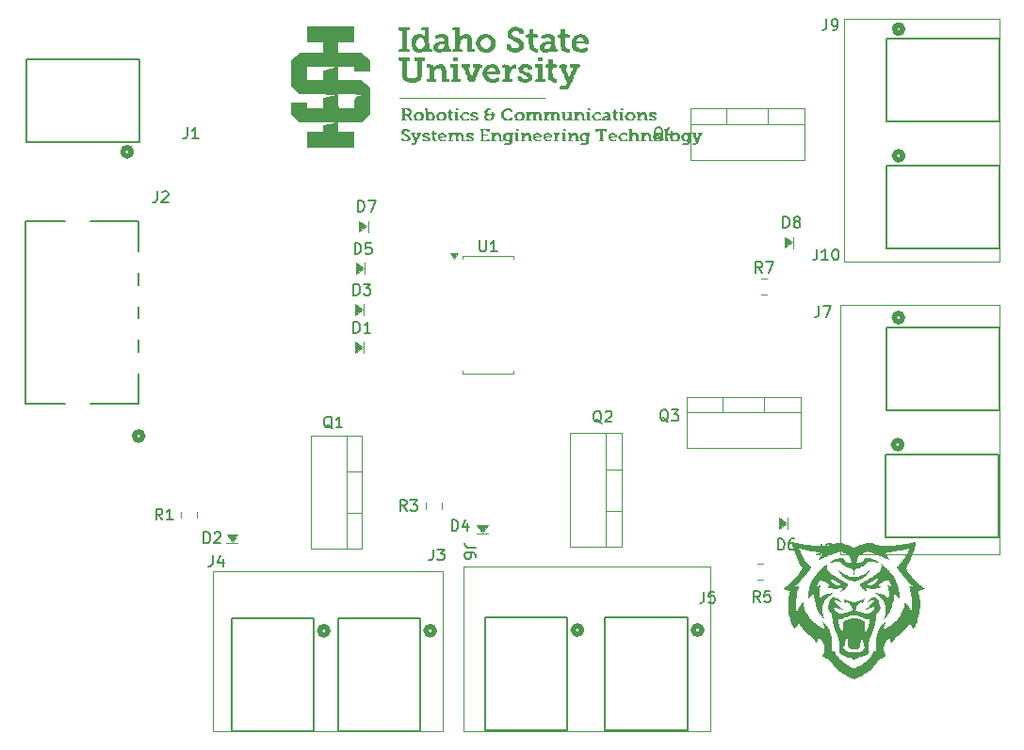
<source format=gbr>
%TF.GenerationSoftware,KiCad,Pcbnew,9.0.5*%
%TF.CreationDate,2025-11-19T12:00:21-07:00*%
%TF.ProjectId,UniversalSolenoidRelay,556e6976-6572-4736-916c-536f6c656e6f,rev?*%
%TF.SameCoordinates,Original*%
%TF.FileFunction,Legend,Top*%
%TF.FilePolarity,Positive*%
%FSLAX46Y46*%
G04 Gerber Fmt 4.6, Leading zero omitted, Abs format (unit mm)*
G04 Created by KiCad (PCBNEW 9.0.5) date 2025-11-19 12:00:21*
%MOMM*%
%LPD*%
G01*
G04 APERTURE LIST*
%ADD10C,0.100000*%
%ADD11C,0.150000*%
%ADD12C,0.152400*%
%ADD13C,0.508000*%
%ADD14C,0.120000*%
%ADD15C,0.000000*%
G04 APERTURE END LIST*
D10*
X156680000Y-116925000D02*
X170985700Y-116925000D01*
X170985700Y-139325000D01*
X156680000Y-139325000D01*
X156680000Y-116925000D01*
X156964300Y-91139600D02*
X170964300Y-91139600D01*
X170964300Y-113039600D01*
X156964300Y-113039600D01*
X156964300Y-91139600D01*
X100304400Y-140901800D02*
X120904400Y-140901800D01*
X120904400Y-155301800D01*
X100304400Y-155301800D01*
X100304400Y-140901800D01*
X122790392Y-140434529D02*
X144990392Y-140434529D01*
X144990392Y-155234529D01*
X122790392Y-155234529D01*
X122790392Y-140434529D01*
D11*
X154746666Y-116979819D02*
X154746666Y-117694104D01*
X154746666Y-117694104D02*
X154699047Y-117836961D01*
X154699047Y-117836961D02*
X154603809Y-117932200D01*
X154603809Y-117932200D02*
X154460952Y-117979819D01*
X154460952Y-117979819D02*
X154365714Y-117979819D01*
X155127619Y-116979819D02*
X155794285Y-116979819D01*
X155794285Y-116979819D02*
X155365714Y-117979819D01*
X135204761Y-127550057D02*
X135109523Y-127502438D01*
X135109523Y-127502438D02*
X135014285Y-127407200D01*
X135014285Y-127407200D02*
X134871428Y-127264342D01*
X134871428Y-127264342D02*
X134776190Y-127216723D01*
X134776190Y-127216723D02*
X134680952Y-127216723D01*
X134728571Y-127454819D02*
X134633333Y-127407200D01*
X134633333Y-127407200D02*
X134538095Y-127311961D01*
X134538095Y-127311961D02*
X134490476Y-127121485D01*
X134490476Y-127121485D02*
X134490476Y-126788152D01*
X134490476Y-126788152D02*
X134538095Y-126597676D01*
X134538095Y-126597676D02*
X134633333Y-126502438D01*
X134633333Y-126502438D02*
X134728571Y-126454819D01*
X134728571Y-126454819D02*
X134919047Y-126454819D01*
X134919047Y-126454819D02*
X135014285Y-126502438D01*
X135014285Y-126502438D02*
X135109523Y-126597676D01*
X135109523Y-126597676D02*
X135157142Y-126788152D01*
X135157142Y-126788152D02*
X135157142Y-127121485D01*
X135157142Y-127121485D02*
X135109523Y-127311961D01*
X135109523Y-127311961D02*
X135014285Y-127407200D01*
X135014285Y-127407200D02*
X134919047Y-127454819D01*
X134919047Y-127454819D02*
X134728571Y-127454819D01*
X135538095Y-126550057D02*
X135585714Y-126502438D01*
X135585714Y-126502438D02*
X135680952Y-126454819D01*
X135680952Y-126454819D02*
X135919047Y-126454819D01*
X135919047Y-126454819D02*
X136014285Y-126502438D01*
X136014285Y-126502438D02*
X136061904Y-126550057D01*
X136061904Y-126550057D02*
X136109523Y-126645295D01*
X136109523Y-126645295D02*
X136109523Y-126740533D01*
X136109523Y-126740533D02*
X136061904Y-126883390D01*
X136061904Y-126883390D02*
X135490476Y-127454819D01*
X135490476Y-127454819D02*
X136109523Y-127454819D01*
X151061905Y-138954819D02*
X151061905Y-137954819D01*
X151061905Y-137954819D02*
X151300000Y-137954819D01*
X151300000Y-137954819D02*
X151442857Y-138002438D01*
X151442857Y-138002438D02*
X151538095Y-138097676D01*
X151538095Y-138097676D02*
X151585714Y-138192914D01*
X151585714Y-138192914D02*
X151633333Y-138383390D01*
X151633333Y-138383390D02*
X151633333Y-138526247D01*
X151633333Y-138526247D02*
X151585714Y-138716723D01*
X151585714Y-138716723D02*
X151538095Y-138811961D01*
X151538095Y-138811961D02*
X151442857Y-138907200D01*
X151442857Y-138907200D02*
X151300000Y-138954819D01*
X151300000Y-138954819D02*
X151061905Y-138954819D01*
X152490476Y-137954819D02*
X152300000Y-137954819D01*
X152300000Y-137954819D02*
X152204762Y-138002438D01*
X152204762Y-138002438D02*
X152157143Y-138050057D01*
X152157143Y-138050057D02*
X152061905Y-138192914D01*
X152061905Y-138192914D02*
X152014286Y-138383390D01*
X152014286Y-138383390D02*
X152014286Y-138764342D01*
X152014286Y-138764342D02*
X152061905Y-138859580D01*
X152061905Y-138859580D02*
X152109524Y-138907200D01*
X152109524Y-138907200D02*
X152204762Y-138954819D01*
X152204762Y-138954819D02*
X152395238Y-138954819D01*
X152395238Y-138954819D02*
X152490476Y-138907200D01*
X152490476Y-138907200D02*
X152538095Y-138859580D01*
X152538095Y-138859580D02*
X152585714Y-138764342D01*
X152585714Y-138764342D02*
X152585714Y-138526247D01*
X152585714Y-138526247D02*
X152538095Y-138431009D01*
X152538095Y-138431009D02*
X152490476Y-138383390D01*
X152490476Y-138383390D02*
X152395238Y-138335771D01*
X152395238Y-138335771D02*
X152204762Y-138335771D01*
X152204762Y-138335771D02*
X152109524Y-138383390D01*
X152109524Y-138383390D02*
X152061905Y-138431009D01*
X152061905Y-138431009D02*
X152014286Y-138526247D01*
X155430966Y-91194419D02*
X155430966Y-91908704D01*
X155430966Y-91908704D02*
X155383347Y-92051561D01*
X155383347Y-92051561D02*
X155288109Y-92146800D01*
X155288109Y-92146800D02*
X155145252Y-92194419D01*
X155145252Y-92194419D02*
X155050014Y-92194419D01*
X155954776Y-92194419D02*
X156145252Y-92194419D01*
X156145252Y-92194419D02*
X156240490Y-92146800D01*
X156240490Y-92146800D02*
X156288109Y-92099180D01*
X156288109Y-92099180D02*
X156383347Y-91956323D01*
X156383347Y-91956323D02*
X156430966Y-91765847D01*
X156430966Y-91765847D02*
X156430966Y-91384895D01*
X156430966Y-91384895D02*
X156383347Y-91289657D01*
X156383347Y-91289657D02*
X156335728Y-91242038D01*
X156335728Y-91242038D02*
X156240490Y-91194419D01*
X156240490Y-91194419D02*
X156050014Y-91194419D01*
X156050014Y-91194419D02*
X155954776Y-91242038D01*
X155954776Y-91242038D02*
X155907157Y-91289657D01*
X155907157Y-91289657D02*
X155859538Y-91384895D01*
X155859538Y-91384895D02*
X155859538Y-91622990D01*
X155859538Y-91622990D02*
X155907157Y-91718228D01*
X155907157Y-91718228D02*
X155954776Y-91765847D01*
X155954776Y-91765847D02*
X156050014Y-91813466D01*
X156050014Y-91813466D02*
X156240490Y-91813466D01*
X156240490Y-91813466D02*
X156335728Y-91765847D01*
X156335728Y-91765847D02*
X156383347Y-91718228D01*
X156383347Y-91718228D02*
X156430966Y-91622990D01*
X97966666Y-100954818D02*
X97966666Y-101669103D01*
X97966666Y-101669103D02*
X97919047Y-101811960D01*
X97919047Y-101811960D02*
X97823809Y-101907199D01*
X97823809Y-101907199D02*
X97680952Y-101954818D01*
X97680952Y-101954818D02*
X97585714Y-101954818D01*
X98966666Y-101954818D02*
X98395238Y-101954818D01*
X98680952Y-101954818D02*
X98680952Y-100954818D01*
X98680952Y-100954818D02*
X98585714Y-101097675D01*
X98585714Y-101097675D02*
X98490476Y-101192913D01*
X98490476Y-101192913D02*
X98395238Y-101240532D01*
X100266666Y-139454819D02*
X100266666Y-140169104D01*
X100266666Y-140169104D02*
X100219047Y-140311961D01*
X100219047Y-140311961D02*
X100123809Y-140407200D01*
X100123809Y-140407200D02*
X99980952Y-140454819D01*
X99980952Y-140454819D02*
X99885714Y-140454819D01*
X101171428Y-139788152D02*
X101171428Y-140454819D01*
X100933333Y-139407200D02*
X100695238Y-140121485D01*
X100695238Y-140121485D02*
X101314285Y-140121485D01*
X95733333Y-136254819D02*
X95400000Y-135778628D01*
X95161905Y-136254819D02*
X95161905Y-135254819D01*
X95161905Y-135254819D02*
X95542857Y-135254819D01*
X95542857Y-135254819D02*
X95638095Y-135302438D01*
X95638095Y-135302438D02*
X95685714Y-135350057D01*
X95685714Y-135350057D02*
X95733333Y-135445295D01*
X95733333Y-135445295D02*
X95733333Y-135588152D01*
X95733333Y-135588152D02*
X95685714Y-135683390D01*
X95685714Y-135683390D02*
X95638095Y-135731009D01*
X95638095Y-135731009D02*
X95542857Y-135778628D01*
X95542857Y-135778628D02*
X95161905Y-135778628D01*
X96685714Y-136254819D02*
X96114286Y-136254819D01*
X96400000Y-136254819D02*
X96400000Y-135254819D01*
X96400000Y-135254819D02*
X96304762Y-135397676D01*
X96304762Y-135397676D02*
X96209524Y-135492914D01*
X96209524Y-135492914D02*
X96114286Y-135540533D01*
X99461905Y-138354819D02*
X99461905Y-137354819D01*
X99461905Y-137354819D02*
X99700000Y-137354819D01*
X99700000Y-137354819D02*
X99842857Y-137402438D01*
X99842857Y-137402438D02*
X99938095Y-137497676D01*
X99938095Y-137497676D02*
X99985714Y-137592914D01*
X99985714Y-137592914D02*
X100033333Y-137783390D01*
X100033333Y-137783390D02*
X100033333Y-137926247D01*
X100033333Y-137926247D02*
X99985714Y-138116723D01*
X99985714Y-138116723D02*
X99938095Y-138211961D01*
X99938095Y-138211961D02*
X99842857Y-138307200D01*
X99842857Y-138307200D02*
X99700000Y-138354819D01*
X99700000Y-138354819D02*
X99461905Y-138354819D01*
X100414286Y-137450057D02*
X100461905Y-137402438D01*
X100461905Y-137402438D02*
X100557143Y-137354819D01*
X100557143Y-137354819D02*
X100795238Y-137354819D01*
X100795238Y-137354819D02*
X100890476Y-137402438D01*
X100890476Y-137402438D02*
X100938095Y-137450057D01*
X100938095Y-137450057D02*
X100985714Y-137545295D01*
X100985714Y-137545295D02*
X100985714Y-137640533D01*
X100985714Y-137640533D02*
X100938095Y-137783390D01*
X100938095Y-137783390D02*
X100366667Y-138354819D01*
X100366667Y-138354819D02*
X100985714Y-138354819D01*
X140704761Y-102050057D02*
X140609523Y-102002438D01*
X140609523Y-102002438D02*
X140514285Y-101907200D01*
X140514285Y-101907200D02*
X140371428Y-101764342D01*
X140371428Y-101764342D02*
X140276190Y-101716723D01*
X140276190Y-101716723D02*
X140180952Y-101716723D01*
X140228571Y-101954819D02*
X140133333Y-101907200D01*
X140133333Y-101907200D02*
X140038095Y-101811961D01*
X140038095Y-101811961D02*
X139990476Y-101621485D01*
X139990476Y-101621485D02*
X139990476Y-101288152D01*
X139990476Y-101288152D02*
X140038095Y-101097676D01*
X140038095Y-101097676D02*
X140133333Y-101002438D01*
X140133333Y-101002438D02*
X140228571Y-100954819D01*
X140228571Y-100954819D02*
X140419047Y-100954819D01*
X140419047Y-100954819D02*
X140514285Y-101002438D01*
X140514285Y-101002438D02*
X140609523Y-101097676D01*
X140609523Y-101097676D02*
X140657142Y-101288152D01*
X140657142Y-101288152D02*
X140657142Y-101621485D01*
X140657142Y-101621485D02*
X140609523Y-101811961D01*
X140609523Y-101811961D02*
X140514285Y-101907200D01*
X140514285Y-101907200D02*
X140419047Y-101954819D01*
X140419047Y-101954819D02*
X140228571Y-101954819D01*
X141514285Y-101288152D02*
X141514285Y-101954819D01*
X141276190Y-100907200D02*
X141038095Y-101621485D01*
X141038095Y-101621485D02*
X141657142Y-101621485D01*
X149649333Y-114018819D02*
X149316000Y-113542628D01*
X149077905Y-114018819D02*
X149077905Y-113018819D01*
X149077905Y-113018819D02*
X149458857Y-113018819D01*
X149458857Y-113018819D02*
X149554095Y-113066438D01*
X149554095Y-113066438D02*
X149601714Y-113114057D01*
X149601714Y-113114057D02*
X149649333Y-113209295D01*
X149649333Y-113209295D02*
X149649333Y-113352152D01*
X149649333Y-113352152D02*
X149601714Y-113447390D01*
X149601714Y-113447390D02*
X149554095Y-113495009D01*
X149554095Y-113495009D02*
X149458857Y-113542628D01*
X149458857Y-113542628D02*
X149077905Y-113542628D01*
X149982667Y-113018819D02*
X150649333Y-113018819D01*
X150649333Y-113018819D02*
X150220762Y-114018819D01*
X95266666Y-106701319D02*
X95266666Y-107415604D01*
X95266666Y-107415604D02*
X95219047Y-107558461D01*
X95219047Y-107558461D02*
X95123809Y-107653700D01*
X95123809Y-107653700D02*
X94980952Y-107701319D01*
X94980952Y-107701319D02*
X94885714Y-107701319D01*
X95695238Y-106796557D02*
X95742857Y-106748938D01*
X95742857Y-106748938D02*
X95838095Y-106701319D01*
X95838095Y-106701319D02*
X96076190Y-106701319D01*
X96076190Y-106701319D02*
X96171428Y-106748938D01*
X96171428Y-106748938D02*
X96219047Y-106796557D01*
X96219047Y-106796557D02*
X96266666Y-106891795D01*
X96266666Y-106891795D02*
X96266666Y-106987033D01*
X96266666Y-106987033D02*
X96219047Y-107129890D01*
X96219047Y-107129890D02*
X95647619Y-107701319D01*
X95647619Y-107701319D02*
X96266666Y-107701319D01*
X149433333Y-143654819D02*
X149100000Y-143178628D01*
X148861905Y-143654819D02*
X148861905Y-142654819D01*
X148861905Y-142654819D02*
X149242857Y-142654819D01*
X149242857Y-142654819D02*
X149338095Y-142702438D01*
X149338095Y-142702438D02*
X149385714Y-142750057D01*
X149385714Y-142750057D02*
X149433333Y-142845295D01*
X149433333Y-142845295D02*
X149433333Y-142988152D01*
X149433333Y-142988152D02*
X149385714Y-143083390D01*
X149385714Y-143083390D02*
X149338095Y-143131009D01*
X149338095Y-143131009D02*
X149242857Y-143178628D01*
X149242857Y-143178628D02*
X148861905Y-143178628D01*
X150338095Y-142654819D02*
X149861905Y-142654819D01*
X149861905Y-142654819D02*
X149814286Y-143131009D01*
X149814286Y-143131009D02*
X149861905Y-143083390D01*
X149861905Y-143083390D02*
X149957143Y-143035771D01*
X149957143Y-143035771D02*
X150195238Y-143035771D01*
X150195238Y-143035771D02*
X150290476Y-143083390D01*
X150290476Y-143083390D02*
X150338095Y-143131009D01*
X150338095Y-143131009D02*
X150385714Y-143226247D01*
X150385714Y-143226247D02*
X150385714Y-143464342D01*
X150385714Y-143464342D02*
X150338095Y-143559580D01*
X150338095Y-143559580D02*
X150290476Y-143607200D01*
X150290476Y-143607200D02*
X150195238Y-143654819D01*
X150195238Y-143654819D02*
X149957143Y-143654819D01*
X149957143Y-143654819D02*
X149861905Y-143607200D01*
X149861905Y-143607200D02*
X149814286Y-143559580D01*
X141204761Y-127450057D02*
X141109523Y-127402438D01*
X141109523Y-127402438D02*
X141014285Y-127307200D01*
X141014285Y-127307200D02*
X140871428Y-127164342D01*
X140871428Y-127164342D02*
X140776190Y-127116723D01*
X140776190Y-127116723D02*
X140680952Y-127116723D01*
X140728571Y-127354819D02*
X140633333Y-127307200D01*
X140633333Y-127307200D02*
X140538095Y-127211961D01*
X140538095Y-127211961D02*
X140490476Y-127021485D01*
X140490476Y-127021485D02*
X140490476Y-126688152D01*
X140490476Y-126688152D02*
X140538095Y-126497676D01*
X140538095Y-126497676D02*
X140633333Y-126402438D01*
X140633333Y-126402438D02*
X140728571Y-126354819D01*
X140728571Y-126354819D02*
X140919047Y-126354819D01*
X140919047Y-126354819D02*
X141014285Y-126402438D01*
X141014285Y-126402438D02*
X141109523Y-126497676D01*
X141109523Y-126497676D02*
X141157142Y-126688152D01*
X141157142Y-126688152D02*
X141157142Y-127021485D01*
X141157142Y-127021485D02*
X141109523Y-127211961D01*
X141109523Y-127211961D02*
X141014285Y-127307200D01*
X141014285Y-127307200D02*
X140919047Y-127354819D01*
X140919047Y-127354819D02*
X140728571Y-127354819D01*
X141490476Y-126354819D02*
X142109523Y-126354819D01*
X142109523Y-126354819D02*
X141776190Y-126735771D01*
X141776190Y-126735771D02*
X141919047Y-126735771D01*
X141919047Y-126735771D02*
X142014285Y-126783390D01*
X142014285Y-126783390D02*
X142061904Y-126831009D01*
X142061904Y-126831009D02*
X142109523Y-126926247D01*
X142109523Y-126926247D02*
X142109523Y-127164342D01*
X142109523Y-127164342D02*
X142061904Y-127259580D01*
X142061904Y-127259580D02*
X142014285Y-127307200D01*
X142014285Y-127307200D02*
X141919047Y-127354819D01*
X141919047Y-127354819D02*
X141633333Y-127354819D01*
X141633333Y-127354819D02*
X141538095Y-127307200D01*
X141538095Y-127307200D02*
X141490476Y-127259580D01*
X151531905Y-109976819D02*
X151531905Y-108976819D01*
X151531905Y-108976819D02*
X151770000Y-108976819D01*
X151770000Y-108976819D02*
X151912857Y-109024438D01*
X151912857Y-109024438D02*
X152008095Y-109119676D01*
X152008095Y-109119676D02*
X152055714Y-109214914D01*
X152055714Y-109214914D02*
X152103333Y-109405390D01*
X152103333Y-109405390D02*
X152103333Y-109548247D01*
X152103333Y-109548247D02*
X152055714Y-109738723D01*
X152055714Y-109738723D02*
X152008095Y-109833961D01*
X152008095Y-109833961D02*
X151912857Y-109929200D01*
X151912857Y-109929200D02*
X151770000Y-109976819D01*
X151770000Y-109976819D02*
X151531905Y-109976819D01*
X152674762Y-109405390D02*
X152579524Y-109357771D01*
X152579524Y-109357771D02*
X152531905Y-109310152D01*
X152531905Y-109310152D02*
X152484286Y-109214914D01*
X152484286Y-109214914D02*
X152484286Y-109167295D01*
X152484286Y-109167295D02*
X152531905Y-109072057D01*
X152531905Y-109072057D02*
X152579524Y-109024438D01*
X152579524Y-109024438D02*
X152674762Y-108976819D01*
X152674762Y-108976819D02*
X152865238Y-108976819D01*
X152865238Y-108976819D02*
X152960476Y-109024438D01*
X152960476Y-109024438D02*
X153008095Y-109072057D01*
X153008095Y-109072057D02*
X153055714Y-109167295D01*
X153055714Y-109167295D02*
X153055714Y-109214914D01*
X153055714Y-109214914D02*
X153008095Y-109310152D01*
X153008095Y-109310152D02*
X152960476Y-109357771D01*
X152960476Y-109357771D02*
X152865238Y-109405390D01*
X152865238Y-109405390D02*
X152674762Y-109405390D01*
X152674762Y-109405390D02*
X152579524Y-109453009D01*
X152579524Y-109453009D02*
X152531905Y-109500628D01*
X152531905Y-109500628D02*
X152484286Y-109595866D01*
X152484286Y-109595866D02*
X152484286Y-109786342D01*
X152484286Y-109786342D02*
X152531905Y-109881580D01*
X152531905Y-109881580D02*
X152579524Y-109929200D01*
X152579524Y-109929200D02*
X152674762Y-109976819D01*
X152674762Y-109976819D02*
X152865238Y-109976819D01*
X152865238Y-109976819D02*
X152960476Y-109929200D01*
X152960476Y-109929200D02*
X153008095Y-109881580D01*
X153008095Y-109881580D02*
X153055714Y-109786342D01*
X153055714Y-109786342D02*
X153055714Y-109595866D01*
X153055714Y-109595866D02*
X153008095Y-109500628D01*
X153008095Y-109500628D02*
X152960476Y-109453009D01*
X152960476Y-109453009D02*
X152865238Y-109405390D01*
X121743905Y-137251819D02*
X121743905Y-136251819D01*
X121743905Y-136251819D02*
X121982000Y-136251819D01*
X121982000Y-136251819D02*
X122124857Y-136299438D01*
X122124857Y-136299438D02*
X122220095Y-136394676D01*
X122220095Y-136394676D02*
X122267714Y-136489914D01*
X122267714Y-136489914D02*
X122315333Y-136680390D01*
X122315333Y-136680390D02*
X122315333Y-136823247D01*
X122315333Y-136823247D02*
X122267714Y-137013723D01*
X122267714Y-137013723D02*
X122220095Y-137108961D01*
X122220095Y-137108961D02*
X122124857Y-137204200D01*
X122124857Y-137204200D02*
X121982000Y-137251819D01*
X121982000Y-137251819D02*
X121743905Y-137251819D01*
X123172476Y-136585152D02*
X123172476Y-137251819D01*
X122934381Y-136204200D02*
X122696286Y-136918485D01*
X122696286Y-136918485D02*
X123315333Y-136918485D01*
X113015905Y-112332819D02*
X113015905Y-111332819D01*
X113015905Y-111332819D02*
X113254000Y-111332819D01*
X113254000Y-111332819D02*
X113396857Y-111380438D01*
X113396857Y-111380438D02*
X113492095Y-111475676D01*
X113492095Y-111475676D02*
X113539714Y-111570914D01*
X113539714Y-111570914D02*
X113587333Y-111761390D01*
X113587333Y-111761390D02*
X113587333Y-111904247D01*
X113587333Y-111904247D02*
X113539714Y-112094723D01*
X113539714Y-112094723D02*
X113492095Y-112189961D01*
X113492095Y-112189961D02*
X113396857Y-112285200D01*
X113396857Y-112285200D02*
X113254000Y-112332819D01*
X113254000Y-112332819D02*
X113015905Y-112332819D01*
X114492095Y-111332819D02*
X114015905Y-111332819D01*
X114015905Y-111332819D02*
X113968286Y-111809009D01*
X113968286Y-111809009D02*
X114015905Y-111761390D01*
X114015905Y-111761390D02*
X114111143Y-111713771D01*
X114111143Y-111713771D02*
X114349238Y-111713771D01*
X114349238Y-111713771D02*
X114444476Y-111761390D01*
X114444476Y-111761390D02*
X114492095Y-111809009D01*
X114492095Y-111809009D02*
X114539714Y-111904247D01*
X114539714Y-111904247D02*
X114539714Y-112142342D01*
X114539714Y-112142342D02*
X114492095Y-112237580D01*
X114492095Y-112237580D02*
X114444476Y-112285200D01*
X114444476Y-112285200D02*
X114349238Y-112332819D01*
X114349238Y-112332819D02*
X114111143Y-112332819D01*
X114111143Y-112332819D02*
X114015905Y-112285200D01*
X114015905Y-112285200D02*
X113968286Y-112237580D01*
X112915905Y-119432819D02*
X112915905Y-118432819D01*
X112915905Y-118432819D02*
X113154000Y-118432819D01*
X113154000Y-118432819D02*
X113296857Y-118480438D01*
X113296857Y-118480438D02*
X113392095Y-118575676D01*
X113392095Y-118575676D02*
X113439714Y-118670914D01*
X113439714Y-118670914D02*
X113487333Y-118861390D01*
X113487333Y-118861390D02*
X113487333Y-119004247D01*
X113487333Y-119004247D02*
X113439714Y-119194723D01*
X113439714Y-119194723D02*
X113392095Y-119289961D01*
X113392095Y-119289961D02*
X113296857Y-119385200D01*
X113296857Y-119385200D02*
X113154000Y-119432819D01*
X113154000Y-119432819D02*
X112915905Y-119432819D01*
X114439714Y-119432819D02*
X113868286Y-119432819D01*
X114154000Y-119432819D02*
X114154000Y-118432819D01*
X114154000Y-118432819D02*
X114058762Y-118575676D01*
X114058762Y-118575676D02*
X113963524Y-118670914D01*
X113963524Y-118670914D02*
X113868286Y-118718533D01*
X144396658Y-142725049D02*
X144396658Y-143439334D01*
X144396658Y-143439334D02*
X144349039Y-143582191D01*
X144349039Y-143582191D02*
X144253801Y-143677430D01*
X144253801Y-143677430D02*
X144110944Y-143725049D01*
X144110944Y-143725049D02*
X144015706Y-143725049D01*
X145349039Y-142725049D02*
X144872849Y-142725049D01*
X144872849Y-142725049D02*
X144825230Y-143201239D01*
X144825230Y-143201239D02*
X144872849Y-143153620D01*
X144872849Y-143153620D02*
X144968087Y-143106001D01*
X144968087Y-143106001D02*
X145206182Y-143106001D01*
X145206182Y-143106001D02*
X145301420Y-143153620D01*
X145301420Y-143153620D02*
X145349039Y-143201239D01*
X145349039Y-143201239D02*
X145396658Y-143296477D01*
X145396658Y-143296477D02*
X145396658Y-143534572D01*
X145396658Y-143534572D02*
X145349039Y-143629810D01*
X145349039Y-143629810D02*
X145301420Y-143677430D01*
X145301420Y-143677430D02*
X145206182Y-143725049D01*
X145206182Y-143725049D02*
X144968087Y-143725049D01*
X144968087Y-143725049D02*
X144872849Y-143677430D01*
X144872849Y-143677430D02*
X144825230Y-143629810D01*
X113315905Y-108532819D02*
X113315905Y-107532819D01*
X113315905Y-107532819D02*
X113554000Y-107532819D01*
X113554000Y-107532819D02*
X113696857Y-107580438D01*
X113696857Y-107580438D02*
X113792095Y-107675676D01*
X113792095Y-107675676D02*
X113839714Y-107770914D01*
X113839714Y-107770914D02*
X113887333Y-107961390D01*
X113887333Y-107961390D02*
X113887333Y-108104247D01*
X113887333Y-108104247D02*
X113839714Y-108294723D01*
X113839714Y-108294723D02*
X113792095Y-108389961D01*
X113792095Y-108389961D02*
X113696857Y-108485200D01*
X113696857Y-108485200D02*
X113554000Y-108532819D01*
X113554000Y-108532819D02*
X113315905Y-108532819D01*
X114220667Y-107532819D02*
X114887333Y-107532819D01*
X114887333Y-107532819D02*
X114458762Y-108532819D01*
X154554776Y-111894419D02*
X154554776Y-112608704D01*
X154554776Y-112608704D02*
X154507157Y-112751561D01*
X154507157Y-112751561D02*
X154411919Y-112846800D01*
X154411919Y-112846800D02*
X154269062Y-112894419D01*
X154269062Y-112894419D02*
X154173824Y-112894419D01*
X155554776Y-112894419D02*
X154983348Y-112894419D01*
X155269062Y-112894419D02*
X155269062Y-111894419D01*
X155269062Y-111894419D02*
X155173824Y-112037276D01*
X155173824Y-112037276D02*
X155078586Y-112132514D01*
X155078586Y-112132514D02*
X154983348Y-112180133D01*
X156173824Y-111894419D02*
X156269062Y-111894419D01*
X156269062Y-111894419D02*
X156364300Y-111942038D01*
X156364300Y-111942038D02*
X156411919Y-111989657D01*
X156411919Y-111989657D02*
X156459538Y-112084895D01*
X156459538Y-112084895D02*
X156507157Y-112275371D01*
X156507157Y-112275371D02*
X156507157Y-112513466D01*
X156507157Y-112513466D02*
X156459538Y-112703942D01*
X156459538Y-112703942D02*
X156411919Y-112799180D01*
X156411919Y-112799180D02*
X156364300Y-112846800D01*
X156364300Y-112846800D02*
X156269062Y-112894419D01*
X156269062Y-112894419D02*
X156173824Y-112894419D01*
X156173824Y-112894419D02*
X156078586Y-112846800D01*
X156078586Y-112846800D02*
X156030967Y-112799180D01*
X156030967Y-112799180D02*
X155983348Y-112703942D01*
X155983348Y-112703942D02*
X155935729Y-112513466D01*
X155935729Y-112513466D02*
X155935729Y-112275371D01*
X155935729Y-112275371D02*
X155983348Y-112084895D01*
X155983348Y-112084895D02*
X156030967Y-111989657D01*
X156030967Y-111989657D02*
X156078586Y-111942038D01*
X156078586Y-111942038D02*
X156173824Y-111894419D01*
X123875172Y-138736896D02*
X123160887Y-138736896D01*
X123160887Y-138736896D02*
X123018030Y-138689277D01*
X123018030Y-138689277D02*
X122922792Y-138594039D01*
X122922792Y-138594039D02*
X122875172Y-138451182D01*
X122875172Y-138451182D02*
X122875172Y-138355944D01*
X123875172Y-139641658D02*
X123875172Y-139451182D01*
X123875172Y-139451182D02*
X123827553Y-139355944D01*
X123827553Y-139355944D02*
X123779934Y-139308325D01*
X123779934Y-139308325D02*
X123637077Y-139213087D01*
X123637077Y-139213087D02*
X123446601Y-139165468D01*
X123446601Y-139165468D02*
X123065649Y-139165468D01*
X123065649Y-139165468D02*
X122970411Y-139213087D01*
X122970411Y-139213087D02*
X122922792Y-139260706D01*
X122922792Y-139260706D02*
X122875172Y-139355944D01*
X122875172Y-139355944D02*
X122875172Y-139546420D01*
X122875172Y-139546420D02*
X122922792Y-139641658D01*
X122922792Y-139641658D02*
X122970411Y-139689277D01*
X122970411Y-139689277D02*
X123065649Y-139736896D01*
X123065649Y-139736896D02*
X123303744Y-139736896D01*
X123303744Y-139736896D02*
X123398982Y-139689277D01*
X123398982Y-139689277D02*
X123446601Y-139641658D01*
X123446601Y-139641658D02*
X123494220Y-139546420D01*
X123494220Y-139546420D02*
X123494220Y-139355944D01*
X123494220Y-139355944D02*
X123446601Y-139260706D01*
X123446601Y-139260706D02*
X123398982Y-139213087D01*
X123398982Y-139213087D02*
X123303744Y-139165468D01*
X117671333Y-135454819D02*
X117338000Y-134978628D01*
X117099905Y-135454819D02*
X117099905Y-134454819D01*
X117099905Y-134454819D02*
X117480857Y-134454819D01*
X117480857Y-134454819D02*
X117576095Y-134502438D01*
X117576095Y-134502438D02*
X117623714Y-134550057D01*
X117623714Y-134550057D02*
X117671333Y-134645295D01*
X117671333Y-134645295D02*
X117671333Y-134788152D01*
X117671333Y-134788152D02*
X117623714Y-134883390D01*
X117623714Y-134883390D02*
X117576095Y-134931009D01*
X117576095Y-134931009D02*
X117480857Y-134978628D01*
X117480857Y-134978628D02*
X117099905Y-134978628D01*
X118004667Y-134454819D02*
X118623714Y-134454819D01*
X118623714Y-134454819D02*
X118290381Y-134835771D01*
X118290381Y-134835771D02*
X118433238Y-134835771D01*
X118433238Y-134835771D02*
X118528476Y-134883390D01*
X118528476Y-134883390D02*
X118576095Y-134931009D01*
X118576095Y-134931009D02*
X118623714Y-135026247D01*
X118623714Y-135026247D02*
X118623714Y-135264342D01*
X118623714Y-135264342D02*
X118576095Y-135359580D01*
X118576095Y-135359580D02*
X118528476Y-135407200D01*
X118528476Y-135407200D02*
X118433238Y-135454819D01*
X118433238Y-135454819D02*
X118147524Y-135454819D01*
X118147524Y-135454819D02*
X118052286Y-135407200D01*
X118052286Y-135407200D02*
X118004667Y-135359580D01*
X154946666Y-138379819D02*
X154946666Y-139094104D01*
X154946666Y-139094104D02*
X154899047Y-139236961D01*
X154899047Y-139236961D02*
X154803809Y-139332200D01*
X154803809Y-139332200D02*
X154660952Y-139379819D01*
X154660952Y-139379819D02*
X154565714Y-139379819D01*
X155565714Y-138808390D02*
X155470476Y-138760771D01*
X155470476Y-138760771D02*
X155422857Y-138713152D01*
X155422857Y-138713152D02*
X155375238Y-138617914D01*
X155375238Y-138617914D02*
X155375238Y-138570295D01*
X155375238Y-138570295D02*
X155422857Y-138475057D01*
X155422857Y-138475057D02*
X155470476Y-138427438D01*
X155470476Y-138427438D02*
X155565714Y-138379819D01*
X155565714Y-138379819D02*
X155756190Y-138379819D01*
X155756190Y-138379819D02*
X155851428Y-138427438D01*
X155851428Y-138427438D02*
X155899047Y-138475057D01*
X155899047Y-138475057D02*
X155946666Y-138570295D01*
X155946666Y-138570295D02*
X155946666Y-138617914D01*
X155946666Y-138617914D02*
X155899047Y-138713152D01*
X155899047Y-138713152D02*
X155851428Y-138760771D01*
X155851428Y-138760771D02*
X155756190Y-138808390D01*
X155756190Y-138808390D02*
X155565714Y-138808390D01*
X155565714Y-138808390D02*
X155470476Y-138856009D01*
X155470476Y-138856009D02*
X155422857Y-138903628D01*
X155422857Y-138903628D02*
X155375238Y-138998866D01*
X155375238Y-138998866D02*
X155375238Y-139189342D01*
X155375238Y-139189342D02*
X155422857Y-139284580D01*
X155422857Y-139284580D02*
X155470476Y-139332200D01*
X155470476Y-139332200D02*
X155565714Y-139379819D01*
X155565714Y-139379819D02*
X155756190Y-139379819D01*
X155756190Y-139379819D02*
X155851428Y-139332200D01*
X155851428Y-139332200D02*
X155899047Y-139284580D01*
X155899047Y-139284580D02*
X155946666Y-139189342D01*
X155946666Y-139189342D02*
X155946666Y-138998866D01*
X155946666Y-138998866D02*
X155899047Y-138903628D01*
X155899047Y-138903628D02*
X155851428Y-138856009D01*
X155851428Y-138856009D02*
X155756190Y-138808390D01*
X120066666Y-138892319D02*
X120066666Y-139606604D01*
X120066666Y-139606604D02*
X120019047Y-139749461D01*
X120019047Y-139749461D02*
X119923809Y-139844700D01*
X119923809Y-139844700D02*
X119780952Y-139892319D01*
X119780952Y-139892319D02*
X119685714Y-139892319D01*
X120447619Y-138892319D02*
X121066666Y-138892319D01*
X121066666Y-138892319D02*
X120733333Y-139273271D01*
X120733333Y-139273271D02*
X120876190Y-139273271D01*
X120876190Y-139273271D02*
X120971428Y-139320890D01*
X120971428Y-139320890D02*
X121019047Y-139368509D01*
X121019047Y-139368509D02*
X121066666Y-139463747D01*
X121066666Y-139463747D02*
X121066666Y-139701842D01*
X121066666Y-139701842D02*
X121019047Y-139797080D01*
X121019047Y-139797080D02*
X120971428Y-139844700D01*
X120971428Y-139844700D02*
X120876190Y-139892319D01*
X120876190Y-139892319D02*
X120590476Y-139892319D01*
X120590476Y-139892319D02*
X120495238Y-139844700D01*
X120495238Y-139844700D02*
X120447619Y-139797080D01*
X112915905Y-116032819D02*
X112915905Y-115032819D01*
X112915905Y-115032819D02*
X113154000Y-115032819D01*
X113154000Y-115032819D02*
X113296857Y-115080438D01*
X113296857Y-115080438D02*
X113392095Y-115175676D01*
X113392095Y-115175676D02*
X113439714Y-115270914D01*
X113439714Y-115270914D02*
X113487333Y-115461390D01*
X113487333Y-115461390D02*
X113487333Y-115604247D01*
X113487333Y-115604247D02*
X113439714Y-115794723D01*
X113439714Y-115794723D02*
X113392095Y-115889961D01*
X113392095Y-115889961D02*
X113296857Y-115985200D01*
X113296857Y-115985200D02*
X113154000Y-116032819D01*
X113154000Y-116032819D02*
X112915905Y-116032819D01*
X113820667Y-115032819D02*
X114439714Y-115032819D01*
X114439714Y-115032819D02*
X114106381Y-115413771D01*
X114106381Y-115413771D02*
X114249238Y-115413771D01*
X114249238Y-115413771D02*
X114344476Y-115461390D01*
X114344476Y-115461390D02*
X114392095Y-115509009D01*
X114392095Y-115509009D02*
X114439714Y-115604247D01*
X114439714Y-115604247D02*
X114439714Y-115842342D01*
X114439714Y-115842342D02*
X114392095Y-115937580D01*
X114392095Y-115937580D02*
X114344476Y-115985200D01*
X114344476Y-115985200D02*
X114249238Y-116032819D01*
X114249238Y-116032819D02*
X113963524Y-116032819D01*
X113963524Y-116032819D02*
X113868286Y-115985200D01*
X113868286Y-115985200D02*
X113820667Y-115937580D01*
X111004761Y-128050057D02*
X110909523Y-128002438D01*
X110909523Y-128002438D02*
X110814285Y-127907200D01*
X110814285Y-127907200D02*
X110671428Y-127764342D01*
X110671428Y-127764342D02*
X110576190Y-127716723D01*
X110576190Y-127716723D02*
X110480952Y-127716723D01*
X110528571Y-127954819D02*
X110433333Y-127907200D01*
X110433333Y-127907200D02*
X110338095Y-127811961D01*
X110338095Y-127811961D02*
X110290476Y-127621485D01*
X110290476Y-127621485D02*
X110290476Y-127288152D01*
X110290476Y-127288152D02*
X110338095Y-127097676D01*
X110338095Y-127097676D02*
X110433333Y-127002438D01*
X110433333Y-127002438D02*
X110528571Y-126954819D01*
X110528571Y-126954819D02*
X110719047Y-126954819D01*
X110719047Y-126954819D02*
X110814285Y-127002438D01*
X110814285Y-127002438D02*
X110909523Y-127097676D01*
X110909523Y-127097676D02*
X110957142Y-127288152D01*
X110957142Y-127288152D02*
X110957142Y-127621485D01*
X110957142Y-127621485D02*
X110909523Y-127811961D01*
X110909523Y-127811961D02*
X110814285Y-127907200D01*
X110814285Y-127907200D02*
X110719047Y-127954819D01*
X110719047Y-127954819D02*
X110528571Y-127954819D01*
X111909523Y-127954819D02*
X111338095Y-127954819D01*
X111623809Y-127954819D02*
X111623809Y-126954819D01*
X111623809Y-126954819D02*
X111528571Y-127097676D01*
X111528571Y-127097676D02*
X111433333Y-127192914D01*
X111433333Y-127192914D02*
X111338095Y-127240533D01*
X124238095Y-111104819D02*
X124238095Y-111914342D01*
X124238095Y-111914342D02*
X124285714Y-112009580D01*
X124285714Y-112009580D02*
X124333333Y-112057200D01*
X124333333Y-112057200D02*
X124428571Y-112104819D01*
X124428571Y-112104819D02*
X124619047Y-112104819D01*
X124619047Y-112104819D02*
X124714285Y-112057200D01*
X124714285Y-112057200D02*
X124761904Y-112009580D01*
X124761904Y-112009580D02*
X124809523Y-111914342D01*
X124809523Y-111914342D02*
X124809523Y-111104819D01*
X125809523Y-112104819D02*
X125238095Y-112104819D01*
X125523809Y-112104819D02*
X125523809Y-111104819D01*
X125523809Y-111104819D02*
X125428571Y-111247676D01*
X125428571Y-111247676D02*
X125333333Y-111342914D01*
X125333333Y-111342914D02*
X125238095Y-111390533D01*
D12*
%TO.C,J7*%
X160770601Y-118949400D02*
X160770601Y-126366200D01*
X160770601Y-126366200D02*
X170930601Y-126366200D01*
X170930601Y-118949400D02*
X160770601Y-118949400D01*
X170930601Y-126366200D02*
X170930601Y-118949400D01*
D13*
X162268601Y-118060400D02*
G75*
G02*
X161506601Y-118060400I-381000J0D01*
G01*
X161506601Y-118060400D02*
G75*
G02*
X162268601Y-118060400I381000J0D01*
G01*
D14*
%TO.C,Q2*%
X132369992Y-128460230D02*
X136989992Y-128460230D01*
X132369992Y-138680230D02*
X132369992Y-128460230D01*
X135609992Y-128460230D02*
X135609992Y-138680230D01*
X136989992Y-128460230D02*
X136989992Y-138680230D01*
X136989992Y-131720230D02*
X135609992Y-131720230D01*
X136989992Y-135420230D02*
X135609992Y-135420230D01*
X136989992Y-138680230D02*
X132369992Y-138680230D01*
D15*
%TO.C,G\u002A\u002A\u002A*%
G36*
X129886517Y-94824583D02*
G01*
X129873500Y-95004500D01*
X129672416Y-95017402D01*
X129471333Y-95030305D01*
X129471333Y-94837486D01*
X129471333Y-94644666D01*
X129685434Y-94644666D01*
X129899534Y-94644666D01*
X129886517Y-94824583D01*
G37*
G36*
X122326937Y-99227696D02*
G01*
X122353800Y-99268464D01*
X122351492Y-99290750D01*
X122300354Y-99353886D01*
X122221388Y-99378228D01*
X122135895Y-99375519D01*
X122106651Y-99329357D01*
X122105333Y-99304145D01*
X122123570Y-99241010D01*
X122193396Y-99218039D01*
X122235437Y-99216666D01*
X122326937Y-99227696D01*
G37*
G36*
X127745603Y-101090362D02*
G01*
X127772467Y-101131130D01*
X127770158Y-101153416D01*
X127719021Y-101216553D01*
X127640054Y-101240895D01*
X127554562Y-101238185D01*
X127525317Y-101192023D01*
X127524000Y-101166811D01*
X127542237Y-101103677D01*
X127612063Y-101080706D01*
X127654104Y-101079333D01*
X127745603Y-101090362D01*
G37*
G36*
X131978937Y-101090362D02*
G01*
X132005800Y-101131130D01*
X132003492Y-101153416D01*
X131952354Y-101216553D01*
X131873388Y-101240895D01*
X131787895Y-101238185D01*
X131758651Y-101192023D01*
X131757333Y-101166811D01*
X131775570Y-101103677D01*
X131845396Y-101080706D01*
X131887437Y-101079333D01*
X131978937Y-101090362D01*
G37*
G36*
X134180270Y-99227696D02*
G01*
X134207133Y-99268464D01*
X134204825Y-99290750D01*
X134153688Y-99353886D01*
X134074721Y-99378228D01*
X133989228Y-99375519D01*
X133959984Y-99329357D01*
X133958666Y-99304145D01*
X133976904Y-99241010D01*
X134046730Y-99218039D01*
X134088770Y-99216666D01*
X134180270Y-99227696D01*
G37*
G36*
X137143603Y-99227696D02*
G01*
X137170467Y-99268464D01*
X137168158Y-99290750D01*
X137117021Y-99353886D01*
X137038054Y-99378228D01*
X136952562Y-99375519D01*
X136923317Y-99329357D01*
X136922000Y-99304145D01*
X136940237Y-99241010D01*
X137010063Y-99218039D01*
X137052104Y-99216666D01*
X137143603Y-99227696D01*
G37*
G36*
X122317000Y-94835166D02*
G01*
X122317000Y-95025666D01*
X122133555Y-95025666D01*
X122014761Y-95019662D01*
X121935025Y-95004588D01*
X121921888Y-94997444D01*
X121903609Y-94940277D01*
X121894065Y-94834520D01*
X121893666Y-94806944D01*
X121893666Y-94644666D01*
X122105333Y-94644666D01*
X122317000Y-94644666D01*
X122317000Y-94835166D01*
G37*
G36*
X129894666Y-95935833D02*
G01*
X129894666Y-96592000D01*
X130042833Y-96592000D01*
X130142139Y-96598553D01*
X130182865Y-96635526D01*
X130190981Y-96728888D01*
X130191000Y-96740166D01*
X130191000Y-96888333D01*
X129701484Y-96888333D01*
X129211968Y-96888333D01*
X129225234Y-96750750D01*
X129247343Y-96651997D01*
X129303491Y-96609262D01*
X129354916Y-96599771D01*
X129471333Y-96586376D01*
X129471333Y-96081188D01*
X129471333Y-95576000D01*
X129344333Y-95576000D01*
X129259006Y-95567740D01*
X129224009Y-95525845D01*
X129217333Y-95427833D01*
X129217333Y-95279666D01*
X129556000Y-95279666D01*
X129894666Y-95279666D01*
X129894666Y-95935833D01*
G37*
G36*
X117956666Y-92083500D02*
G01*
X117949586Y-92183047D01*
X117913676Y-92223877D01*
X117829666Y-92231666D01*
X117702666Y-92231666D01*
X117702666Y-93057166D01*
X117702666Y-93882666D01*
X117829666Y-93882666D01*
X117914993Y-93890926D01*
X117949990Y-93932821D01*
X117956666Y-94030833D01*
X117956666Y-94179000D01*
X117469833Y-94179000D01*
X116983000Y-94179000D01*
X116983000Y-94033515D01*
X116991213Y-93934065D01*
X117032348Y-93890334D01*
X117120583Y-93874765D01*
X117258166Y-93861500D01*
X117258166Y-93057166D01*
X117258166Y-92252833D01*
X117120583Y-92239567D01*
X117027283Y-92221887D01*
X116989678Y-92174763D01*
X116983000Y-92080817D01*
X116983000Y-91935333D01*
X117469833Y-91935333D01*
X117956666Y-91935333D01*
X117956666Y-92083500D01*
G37*
G36*
X122274666Y-99894000D02*
G01*
X122277657Y-100067766D01*
X122288509Y-100172050D01*
X122310040Y-100221885D01*
X122338166Y-100232666D01*
X122394290Y-100266553D01*
X122401666Y-100296166D01*
X122379006Y-100336099D01*
X122300553Y-100355603D01*
X122190000Y-100359666D01*
X122056890Y-100352868D01*
X121991877Y-100329332D01*
X121978333Y-100296166D01*
X122001192Y-100239830D01*
X122020666Y-100232666D01*
X122042788Y-100193787D01*
X122057934Y-100090796D01*
X122063000Y-99957500D01*
X122058760Y-99803154D01*
X122043612Y-99717369D01*
X122013911Y-99684348D01*
X121999500Y-99682333D01*
X121943375Y-99648446D01*
X121936000Y-99618833D01*
X121963961Y-99574679D01*
X122056651Y-99556485D01*
X122105333Y-99555333D01*
X122274666Y-99555333D01*
X122274666Y-99894000D01*
G37*
G36*
X127693333Y-101756666D02*
G01*
X127696324Y-101930433D01*
X127707176Y-102034717D01*
X127728707Y-102084552D01*
X127756833Y-102095333D01*
X127812957Y-102129219D01*
X127820333Y-102158833D01*
X127797673Y-102198766D01*
X127719219Y-102218269D01*
X127608666Y-102222333D01*
X127475557Y-102215535D01*
X127410544Y-102191999D01*
X127397000Y-102158833D01*
X127419858Y-102102497D01*
X127439333Y-102095333D01*
X127461455Y-102056454D01*
X127476600Y-101953463D01*
X127481666Y-101820166D01*
X127477427Y-101665821D01*
X127462279Y-101580035D01*
X127432578Y-101547014D01*
X127418166Y-101545000D01*
X127362042Y-101511113D01*
X127354666Y-101481500D01*
X127382628Y-101437346D01*
X127475317Y-101419152D01*
X127524000Y-101418000D01*
X127693333Y-101418000D01*
X127693333Y-101756666D01*
G37*
G36*
X131926666Y-101756666D02*
G01*
X131929657Y-101930433D01*
X131940509Y-102034717D01*
X131962040Y-102084552D01*
X131990166Y-102095333D01*
X132046290Y-102129219D01*
X132053666Y-102158833D01*
X132031006Y-102198766D01*
X131952553Y-102218269D01*
X131842000Y-102222333D01*
X131708890Y-102215535D01*
X131643877Y-102191999D01*
X131630333Y-102158833D01*
X131653192Y-102102497D01*
X131672666Y-102095333D01*
X131694788Y-102056454D01*
X131709934Y-101953463D01*
X131715000Y-101820166D01*
X131710760Y-101665821D01*
X131695612Y-101580035D01*
X131665911Y-101547014D01*
X131651500Y-101545000D01*
X131595375Y-101511113D01*
X131588000Y-101481500D01*
X131615961Y-101437346D01*
X131708651Y-101419152D01*
X131757333Y-101418000D01*
X131926666Y-101418000D01*
X131926666Y-101756666D01*
G37*
G36*
X134128000Y-99894000D02*
G01*
X134130990Y-100067766D01*
X134141842Y-100172050D01*
X134163374Y-100221885D01*
X134191500Y-100232666D01*
X134247624Y-100266553D01*
X134255000Y-100296166D01*
X134232340Y-100336099D01*
X134153886Y-100355603D01*
X134043333Y-100359666D01*
X133910224Y-100352868D01*
X133845211Y-100329332D01*
X133831666Y-100296166D01*
X133854525Y-100239830D01*
X133874000Y-100232666D01*
X133896121Y-100193787D01*
X133911267Y-100090796D01*
X133916333Y-99957500D01*
X133912094Y-99803154D01*
X133896946Y-99717369D01*
X133867244Y-99684348D01*
X133852833Y-99682333D01*
X133796709Y-99648446D01*
X133789333Y-99618833D01*
X133817294Y-99574679D01*
X133909984Y-99556485D01*
X133958666Y-99555333D01*
X134128000Y-99555333D01*
X134128000Y-99894000D01*
G37*
G36*
X137091333Y-99894000D02*
G01*
X137094324Y-100067766D01*
X137105176Y-100172050D01*
X137126707Y-100221885D01*
X137154833Y-100232666D01*
X137210957Y-100266553D01*
X137218333Y-100296166D01*
X137195673Y-100336099D01*
X137117219Y-100355603D01*
X137006666Y-100359666D01*
X136873557Y-100352868D01*
X136808544Y-100329332D01*
X136795000Y-100296166D01*
X136817858Y-100239830D01*
X136837333Y-100232666D01*
X136859455Y-100193787D01*
X136874600Y-100090796D01*
X136879666Y-99957500D01*
X136875427Y-99803154D01*
X136860279Y-99717369D01*
X136830578Y-99684348D01*
X136816166Y-99682333D01*
X136760042Y-99648446D01*
X136752666Y-99618833D01*
X136780628Y-99574679D01*
X136873317Y-99556485D01*
X136922000Y-99555333D01*
X137091333Y-99555333D01*
X137091333Y-99894000D01*
G37*
G36*
X141113000Y-101541976D02*
G01*
X141115979Y-101764248D01*
X141126057Y-101916207D01*
X141144947Y-102012033D01*
X141174359Y-102065907D01*
X141176500Y-102068119D01*
X141228546Y-102139616D01*
X141240000Y-102176976D01*
X141206486Y-102214018D01*
X141127482Y-102220159D01*
X141035290Y-102197911D01*
X140967857Y-102155809D01*
X140936012Y-102104265D01*
X140915665Y-102015842D01*
X140904786Y-101875049D01*
X140901347Y-101666393D01*
X140901333Y-101647809D01*
X140899366Y-101445615D01*
X140892150Y-101314320D01*
X140877715Y-101240220D01*
X140854089Y-101209612D01*
X140837833Y-101206333D01*
X140781709Y-101172446D01*
X140774333Y-101142833D01*
X140802294Y-101098679D01*
X140894984Y-101080485D01*
X140943666Y-101079333D01*
X141113000Y-101079333D01*
X141113000Y-101541976D01*
G37*
G36*
X122317000Y-95933021D02*
G01*
X122317000Y-96586376D01*
X122429594Y-96599771D01*
X122509086Y-96623097D01*
X122540875Y-96685538D01*
X122546011Y-96750753D01*
X122549833Y-96888339D01*
X122110979Y-96888336D01*
X121914908Y-96887692D01*
X121789220Y-96883568D01*
X121719631Y-96872674D01*
X121691856Y-96851716D01*
X121691611Y-96817404D01*
X121697651Y-96793083D01*
X121718459Y-96694642D01*
X121723755Y-96644916D01*
X121759618Y-96601950D01*
X121809000Y-96592000D01*
X121844740Y-96587015D01*
X121868708Y-96562709D01*
X121883243Y-96505051D01*
X121890682Y-96400010D01*
X121893365Y-96233555D01*
X121893666Y-96084000D01*
X121893666Y-95576000D01*
X121766666Y-95576000D01*
X121681340Y-95567740D01*
X121646342Y-95525845D01*
X121639666Y-95427833D01*
X121639666Y-95279666D01*
X121978333Y-95279666D01*
X122317000Y-95279666D01*
X122317000Y-95933021D01*
G37*
G36*
X123167910Y-99590208D02*
G01*
X123277650Y-99647562D01*
X123330994Y-99727815D01*
X123333000Y-99748233D01*
X123300653Y-99796554D01*
X123224619Y-99806281D01*
X123136404Y-99777729D01*
X123094119Y-99745833D01*
X122986737Y-99687361D01*
X122873330Y-99709774D01*
X122805102Y-99765597D01*
X122741339Y-99885272D01*
X122740488Y-100011617D01*
X122791608Y-100123350D01*
X122883760Y-100199190D01*
X123006003Y-100217856D01*
X123034808Y-100212436D01*
X123195258Y-100181203D01*
X123287912Y-100185649D01*
X123319228Y-100214788D01*
X123302377Y-100271248D01*
X123222902Y-100315040D01*
X123102291Y-100343175D01*
X122962031Y-100352663D01*
X122823611Y-100340514D01*
X122708518Y-100303736D01*
X122702659Y-100300590D01*
X122588285Y-100201052D01*
X122509065Y-100065478D01*
X122487833Y-99965981D01*
X122519783Y-99829237D01*
X122603981Y-99696603D01*
X122715520Y-99607049D01*
X122717983Y-99605908D01*
X122866311Y-99564344D01*
X123023542Y-99560789D01*
X123167910Y-99590208D01*
G37*
G36*
X135021244Y-99590208D02*
G01*
X135130983Y-99647562D01*
X135184327Y-99727815D01*
X135186333Y-99748233D01*
X135153986Y-99796554D01*
X135077952Y-99806281D01*
X134989737Y-99777729D01*
X134947452Y-99745833D01*
X134840070Y-99687361D01*
X134726663Y-99709774D01*
X134658436Y-99765597D01*
X134594672Y-99885272D01*
X134593821Y-100011617D01*
X134644941Y-100123350D01*
X134737093Y-100199190D01*
X134859336Y-100217856D01*
X134888141Y-100212436D01*
X135048592Y-100181203D01*
X135141246Y-100185649D01*
X135172561Y-100214788D01*
X135155710Y-100271248D01*
X135076235Y-100315040D01*
X134955624Y-100343175D01*
X134815365Y-100352663D01*
X134676944Y-100340514D01*
X134561852Y-100303736D01*
X134555993Y-100300590D01*
X134441618Y-100201052D01*
X134362398Y-100065478D01*
X134341166Y-99965981D01*
X134373116Y-99829237D01*
X134457315Y-99696603D01*
X134568853Y-99607049D01*
X134571317Y-99605908D01*
X134719644Y-99564344D01*
X134876875Y-99560789D01*
X135021244Y-99590208D01*
G37*
G36*
X137391910Y-101452874D02*
G01*
X137501650Y-101510229D01*
X137554994Y-101590481D01*
X137557000Y-101610900D01*
X137524653Y-101659221D01*
X137448619Y-101668947D01*
X137360404Y-101640396D01*
X137318119Y-101608500D01*
X137210737Y-101550028D01*
X137097330Y-101572441D01*
X137029102Y-101628263D01*
X136965339Y-101747938D01*
X136964488Y-101874283D01*
X137015608Y-101986017D01*
X137107760Y-102061857D01*
X137230003Y-102080522D01*
X137258808Y-102075103D01*
X137419258Y-102043870D01*
X137511912Y-102048316D01*
X137543228Y-102077455D01*
X137526377Y-102133914D01*
X137446902Y-102177707D01*
X137326291Y-102205842D01*
X137186031Y-102215330D01*
X137047611Y-102203180D01*
X136932518Y-102166403D01*
X136926659Y-102163256D01*
X136812285Y-102063719D01*
X136733065Y-101928144D01*
X136711833Y-101828647D01*
X136743783Y-101691903D01*
X136827981Y-101559269D01*
X136939520Y-101469716D01*
X136941983Y-101468575D01*
X137090311Y-101427010D01*
X137247542Y-101423456D01*
X137391910Y-101452874D01*
G37*
G36*
X131185833Y-101424973D02*
G01*
X131361428Y-101431697D01*
X131463338Y-101448157D01*
X131502191Y-101476327D01*
X131503333Y-101483982D01*
X131468039Y-101539304D01*
X131414802Y-101567393D01*
X131341529Y-101620736D01*
X131278771Y-101717396D01*
X131232597Y-101835167D01*
X131209075Y-101951842D01*
X131214277Y-102045215D01*
X131254272Y-102093080D01*
X131270500Y-102095333D01*
X131326624Y-102129219D01*
X131334000Y-102158833D01*
X131313096Y-102197127D01*
X131239748Y-102216843D01*
X131101166Y-102222333D01*
X130970121Y-102215095D01*
X130886669Y-102196130D01*
X130868333Y-102178671D01*
X130902163Y-102127119D01*
X130931833Y-102110642D01*
X130969287Y-102070928D01*
X130989357Y-101977852D01*
X130995333Y-101816127D01*
X130995333Y-101815637D01*
X130990970Y-101662742D01*
X130975404Y-101578347D01*
X130944919Y-101546618D01*
X130931833Y-101545000D01*
X130875689Y-101511952D01*
X130868333Y-101483138D01*
X130885678Y-101450618D01*
X130947733Y-101432134D01*
X131069529Y-101424932D01*
X131185833Y-101424973D01*
G37*
G36*
X118974000Y-99587786D02*
G01*
X119128260Y-99675790D01*
X119232197Y-99805310D01*
X119269000Y-99957500D01*
X119234135Y-100094288D01*
X119146240Y-100224517D01*
X119051193Y-100299341D01*
X118890383Y-100347579D01*
X118706189Y-100352895D01*
X118541813Y-100315188D01*
X118511659Y-100300590D01*
X118411147Y-100218262D01*
X118354409Y-100143340D01*
X118302571Y-99977449D01*
X118305536Y-99957500D01*
X118538750Y-99957500D01*
X118571216Y-100071836D01*
X118650859Y-100172303D01*
X118751043Y-100228792D01*
X118782166Y-100232666D01*
X118852665Y-100207814D01*
X118930935Y-100156025D01*
X119010843Y-100041341D01*
X119025583Y-99957500D01*
X118993116Y-99843163D01*
X118913473Y-99742696D01*
X118813289Y-99686207D01*
X118782166Y-99682333D01*
X118681023Y-99719034D01*
X118592148Y-99809065D01*
X118542177Y-99922317D01*
X118538750Y-99957500D01*
X118305536Y-99957500D01*
X118325599Y-99822519D01*
X118413724Y-99691852D01*
X118557178Y-99598749D01*
X118746192Y-99556510D01*
X118786260Y-99555333D01*
X118974000Y-99587786D01*
G37*
G36*
X121006000Y-99587786D02*
G01*
X121160260Y-99675790D01*
X121264197Y-99805310D01*
X121301000Y-99957500D01*
X121266135Y-100094288D01*
X121178240Y-100224517D01*
X121083193Y-100299341D01*
X120922383Y-100347579D01*
X120738189Y-100352895D01*
X120573813Y-100315188D01*
X120543659Y-100300590D01*
X120443147Y-100218262D01*
X120386409Y-100143340D01*
X120334571Y-99977449D01*
X120337536Y-99957500D01*
X120570750Y-99957500D01*
X120603216Y-100071836D01*
X120682859Y-100172303D01*
X120783043Y-100228792D01*
X120814166Y-100232666D01*
X120884665Y-100207814D01*
X120962935Y-100156025D01*
X121042843Y-100041341D01*
X121057583Y-99957500D01*
X121025116Y-99843163D01*
X120945473Y-99742696D01*
X120845289Y-99686207D01*
X120814166Y-99682333D01*
X120713023Y-99719034D01*
X120624148Y-99809065D01*
X120574177Y-99922317D01*
X120570750Y-99957500D01*
X120337536Y-99957500D01*
X120357599Y-99822519D01*
X120445724Y-99691852D01*
X120589178Y-99598749D01*
X120778192Y-99556510D01*
X120818260Y-99555333D01*
X121006000Y-99587786D01*
G37*
G36*
X128033333Y-99587786D02*
G01*
X128187594Y-99675790D01*
X128291530Y-99805310D01*
X128328333Y-99957500D01*
X128293469Y-100094288D01*
X128205574Y-100224517D01*
X128110527Y-100299341D01*
X127949716Y-100347579D01*
X127765522Y-100352895D01*
X127601146Y-100315188D01*
X127570993Y-100300590D01*
X127470481Y-100218262D01*
X127413743Y-100143340D01*
X127361905Y-99977449D01*
X127364870Y-99957500D01*
X127598083Y-99957500D01*
X127630549Y-100071836D01*
X127710192Y-100172303D01*
X127810377Y-100228792D01*
X127841500Y-100232666D01*
X127911998Y-100207814D01*
X127990268Y-100156025D01*
X128070176Y-100041341D01*
X128084916Y-99957500D01*
X128052450Y-99843163D01*
X127972807Y-99742696D01*
X127872622Y-99686207D01*
X127841500Y-99682333D01*
X127740356Y-99719034D01*
X127651481Y-99809065D01*
X127601510Y-99922317D01*
X127598083Y-99957500D01*
X127364870Y-99957500D01*
X127384933Y-99822519D01*
X127473058Y-99691852D01*
X127616512Y-99598749D01*
X127805525Y-99556510D01*
X127845594Y-99555333D01*
X128033333Y-99587786D01*
G37*
G36*
X137981667Y-99587786D02*
G01*
X138135927Y-99675790D01*
X138239863Y-99805310D01*
X138276666Y-99957500D01*
X138241802Y-100094288D01*
X138153907Y-100224517D01*
X138058860Y-100299341D01*
X137898049Y-100347579D01*
X137713855Y-100352895D01*
X137549479Y-100315188D01*
X137519326Y-100300590D01*
X137418814Y-100218262D01*
X137362076Y-100143340D01*
X137310238Y-99977449D01*
X137313203Y-99957500D01*
X137546416Y-99957500D01*
X137578883Y-100071836D01*
X137658526Y-100172303D01*
X137758710Y-100228792D01*
X137789833Y-100232666D01*
X137860331Y-100207814D01*
X137938601Y-100156025D01*
X138018509Y-100041341D01*
X138033250Y-99957500D01*
X138000783Y-99843163D01*
X137921140Y-99742696D01*
X137820956Y-99686207D01*
X137789833Y-99682333D01*
X137688689Y-99719034D01*
X137599815Y-99809065D01*
X137549843Y-99922317D01*
X137546416Y-99957500D01*
X137313203Y-99957500D01*
X137333266Y-99822519D01*
X137421391Y-99691852D01*
X137564845Y-99598749D01*
X137753859Y-99556510D01*
X137793927Y-99555333D01*
X137981667Y-99587786D01*
G37*
G36*
X140479333Y-101450453D02*
G01*
X140633594Y-101538456D01*
X140737530Y-101667977D01*
X140774333Y-101820166D01*
X140739469Y-101956954D01*
X140651574Y-102087183D01*
X140556527Y-102162008D01*
X140395716Y-102210246D01*
X140211522Y-102215561D01*
X140047146Y-102177854D01*
X140016993Y-102163256D01*
X139916481Y-102080929D01*
X139859743Y-102006006D01*
X139807905Y-101840115D01*
X139810870Y-101820166D01*
X140044083Y-101820166D01*
X140076549Y-101934502D01*
X140156192Y-102034969D01*
X140256377Y-102091458D01*
X140287500Y-102095333D01*
X140357998Y-102070480D01*
X140436268Y-102018691D01*
X140516176Y-101904008D01*
X140530916Y-101820166D01*
X140498450Y-101705830D01*
X140418807Y-101605363D01*
X140318622Y-101548874D01*
X140287500Y-101545000D01*
X140186356Y-101581701D01*
X140097481Y-101671732D01*
X140047510Y-101784984D01*
X140044083Y-101820166D01*
X139810870Y-101820166D01*
X139830933Y-101685186D01*
X139919058Y-101554519D01*
X140062512Y-101461416D01*
X140251525Y-101419177D01*
X140291594Y-101418000D01*
X140479333Y-101450453D01*
G37*
G36*
X142003333Y-101450453D02*
G01*
X142157594Y-101538456D01*
X142261530Y-101667977D01*
X142298333Y-101820166D01*
X142263469Y-101956954D01*
X142175574Y-102087183D01*
X142080527Y-102162008D01*
X141919716Y-102210246D01*
X141735522Y-102215561D01*
X141571146Y-102177854D01*
X141540993Y-102163256D01*
X141440481Y-102080929D01*
X141383743Y-102006006D01*
X141331905Y-101840115D01*
X141334870Y-101820166D01*
X141568083Y-101820166D01*
X141600549Y-101934502D01*
X141680192Y-102034969D01*
X141780377Y-102091458D01*
X141811500Y-102095333D01*
X141881998Y-102070480D01*
X141960268Y-102018691D01*
X142040176Y-101904008D01*
X142054916Y-101820166D01*
X142022450Y-101705830D01*
X141942807Y-101605363D01*
X141842622Y-101548874D01*
X141811500Y-101545000D01*
X141710356Y-101581701D01*
X141621481Y-101671732D01*
X141571510Y-101784984D01*
X141568083Y-101820166D01*
X141334870Y-101820166D01*
X141354933Y-101685186D01*
X141443058Y-101554519D01*
X141586512Y-101461416D01*
X141775525Y-101419177D01*
X141815594Y-101418000D01*
X142003333Y-101450453D01*
G37*
G36*
X120175060Y-101223818D02*
G01*
X120199886Y-101292663D01*
X120200333Y-101312166D01*
X120217818Y-101392727D01*
X120286663Y-101417553D01*
X120306166Y-101418000D01*
X120391285Y-101440080D01*
X120412000Y-101481500D01*
X120375199Y-101532571D01*
X120306166Y-101545000D01*
X120241207Y-101552744D01*
X120210201Y-101591008D01*
X120200805Y-101682334D01*
X120200333Y-101738283D01*
X120216815Y-101919018D01*
X120263209Y-102041244D01*
X120334940Y-102094044D01*
X120349989Y-102095333D01*
X120404814Y-102129252D01*
X120412000Y-102158833D01*
X120378264Y-102207587D01*
X120295770Y-102222511D01*
X120192583Y-102205359D01*
X120096771Y-102157886D01*
X120073333Y-102137666D01*
X120021624Y-102063385D01*
X119995578Y-101956581D01*
X119988666Y-101799000D01*
X119983789Y-101651513D01*
X119966502Y-101572329D01*
X119932817Y-101545500D01*
X119925166Y-101545000D01*
X119869042Y-101511113D01*
X119861666Y-101481500D01*
X119895553Y-101425375D01*
X119925166Y-101418000D01*
X119976238Y-101381199D01*
X119988666Y-101312166D01*
X120006151Y-101231605D01*
X120074996Y-101206780D01*
X120094500Y-101206333D01*
X120175060Y-101223818D01*
G37*
G36*
X121656727Y-99361151D02*
G01*
X121681553Y-99429996D01*
X121682000Y-99449500D01*
X121699484Y-99530060D01*
X121768329Y-99554886D01*
X121787833Y-99555333D01*
X121872952Y-99577413D01*
X121893666Y-99618833D01*
X121856866Y-99669904D01*
X121787833Y-99682333D01*
X121722873Y-99690078D01*
X121691868Y-99728341D01*
X121682472Y-99819667D01*
X121682000Y-99875616D01*
X121698481Y-100056351D01*
X121744876Y-100178577D01*
X121816607Y-100231377D01*
X121831656Y-100232666D01*
X121886480Y-100266586D01*
X121893666Y-100296166D01*
X121859931Y-100344920D01*
X121777437Y-100359844D01*
X121674250Y-100342692D01*
X121578438Y-100295219D01*
X121555000Y-100275000D01*
X121503290Y-100200718D01*
X121477245Y-100093914D01*
X121470333Y-99936333D01*
X121465456Y-99788847D01*
X121448169Y-99709662D01*
X121414484Y-99682834D01*
X121406833Y-99682333D01*
X121350709Y-99648446D01*
X121343333Y-99618833D01*
X121377219Y-99562709D01*
X121406833Y-99555333D01*
X121457904Y-99518532D01*
X121470333Y-99449500D01*
X121487818Y-99368939D01*
X121556663Y-99344113D01*
X121576166Y-99343666D01*
X121656727Y-99361151D01*
G37*
G36*
X136473394Y-99361151D02*
G01*
X136498219Y-99429996D01*
X136498666Y-99449500D01*
X136516151Y-99530060D01*
X136584996Y-99554886D01*
X136604500Y-99555333D01*
X136689619Y-99577413D01*
X136710333Y-99618833D01*
X136673532Y-99669904D01*
X136604500Y-99682333D01*
X136539540Y-99690078D01*
X136508534Y-99728341D01*
X136499139Y-99819667D01*
X136498666Y-99875616D01*
X136515148Y-100056351D01*
X136561542Y-100178577D01*
X136633274Y-100231377D01*
X136648322Y-100232666D01*
X136703147Y-100266586D01*
X136710333Y-100296166D01*
X136676598Y-100344920D01*
X136594103Y-100359844D01*
X136490917Y-100342692D01*
X136395104Y-100295219D01*
X136371666Y-100275000D01*
X136319957Y-100200718D01*
X136293912Y-100093914D01*
X136287000Y-99936333D01*
X136282123Y-99788847D01*
X136264835Y-99709662D01*
X136231151Y-99682834D01*
X136223500Y-99682333D01*
X136167375Y-99648446D01*
X136160000Y-99618833D01*
X136193886Y-99562709D01*
X136223500Y-99555333D01*
X136274571Y-99518532D01*
X136287000Y-99449500D01*
X136304484Y-99368939D01*
X136373329Y-99344113D01*
X136392833Y-99343666D01*
X136473394Y-99361151D01*
G37*
G36*
X119607666Y-99404505D02*
G01*
X119607666Y-99592343D01*
X119755134Y-99568412D01*
X119944860Y-99573162D01*
X120095822Y-99645637D01*
X120196189Y-99773293D01*
X120234129Y-99943585D01*
X120221581Y-100062964D01*
X120162866Y-100202904D01*
X120053351Y-100294197D01*
X119883616Y-100341964D01*
X119689603Y-100352217D01*
X119396000Y-100349454D01*
X119396000Y-99957500D01*
X119633066Y-99957500D01*
X119658801Y-100089205D01*
X119724443Y-100189396D01*
X119812653Y-100232454D01*
X119819333Y-100232666D01*
X119870325Y-100210369D01*
X119925542Y-100174126D01*
X119990744Y-100075896D01*
X120005600Y-99957500D01*
X119979865Y-99825794D01*
X119914223Y-99725603D01*
X119826013Y-99682545D01*
X119819333Y-99682333D01*
X119730178Y-99720350D01*
X119662357Y-99817321D01*
X119633210Y-99947631D01*
X119633066Y-99957500D01*
X119396000Y-99957500D01*
X119396000Y-99846560D01*
X119394383Y-99628794D01*
X119388440Y-99482645D01*
X119376527Y-99395107D01*
X119357002Y-99353174D01*
X119332500Y-99343666D01*
X119276375Y-99309780D01*
X119269000Y-99280166D01*
X119296961Y-99236013D01*
X119389651Y-99217819D01*
X119438333Y-99216666D01*
X119607666Y-99216666D01*
X119607666Y-99404505D01*
G37*
G36*
X127044132Y-99261648D02*
G01*
X127153631Y-99325584D01*
X127218688Y-99405826D01*
X127234272Y-99483352D01*
X127195348Y-99539139D01*
X127121833Y-99555333D01*
X127037377Y-99533727D01*
X127016000Y-99493322D01*
X126978434Y-99421960D01*
X126884795Y-99366472D01*
X126763673Y-99343673D01*
X126761526Y-99343666D01*
X126674808Y-99372417D01*
X126572317Y-99443832D01*
X126547076Y-99467410D01*
X126452392Y-99612412D01*
X126418703Y-99779504D01*
X126442374Y-99946001D01*
X126519770Y-100089216D01*
X126647254Y-100186461D01*
X126663376Y-100193074D01*
X126796976Y-100215273D01*
X126915525Y-100187241D01*
X126989999Y-100116968D01*
X126996169Y-100101458D01*
X127046295Y-100040990D01*
X127123889Y-100018924D01*
X127195335Y-100036190D01*
X127227019Y-100093716D01*
X127227018Y-100095083D01*
X127198629Y-100208037D01*
X127106369Y-100287095D01*
X127044132Y-100314684D01*
X126831352Y-100356787D01*
X126610743Y-100335789D01*
X126468277Y-100282312D01*
X126322098Y-100161922D01*
X126216092Y-99993743D01*
X126169972Y-99810323D01*
X126169399Y-99788827D01*
X126207366Y-99587659D01*
X126311192Y-99421199D01*
X126466096Y-99298356D01*
X126657297Y-99228038D01*
X126870012Y-99219153D01*
X127044132Y-99261648D01*
G37*
G36*
X125133896Y-92592277D02*
G01*
X125360206Y-92720569D01*
X125421696Y-92773662D01*
X125574474Y-92959297D01*
X125655351Y-93167106D01*
X125675007Y-93374666D01*
X125646530Y-93619077D01*
X125554462Y-93821595D01*
X125421696Y-93975670D01*
X125213511Y-94118900D01*
X124967898Y-94201306D01*
X124709535Y-94218436D01*
X124463101Y-94165841D01*
X124433666Y-94153841D01*
X124200115Y-94012231D01*
X124034529Y-93821296D01*
X123939877Y-93585512D01*
X123923212Y-93430561D01*
X124320356Y-93430561D01*
X124375005Y-93608234D01*
X124467473Y-93723268D01*
X124622284Y-93838700D01*
X124769990Y-93878660D01*
X124933055Y-93847011D01*
X125006080Y-93815895D01*
X125153416Y-93704222D01*
X125241310Y-93549679D01*
X125267139Y-93372169D01*
X125228276Y-93191593D01*
X125122097Y-93027854D01*
X125111470Y-93016932D01*
X124954946Y-92911527D01*
X124784951Y-92880166D01*
X124618707Y-92917982D01*
X124473437Y-93020113D01*
X124366364Y-93181693D01*
X124346897Y-93232871D01*
X124320356Y-93430561D01*
X123923212Y-93430561D01*
X123917200Y-93374666D01*
X123941588Y-93136753D01*
X124022062Y-92943921D01*
X124165303Y-92773662D01*
X124380452Y-92624132D01*
X124625768Y-92544058D01*
X124883000Y-92533440D01*
X125133896Y-92592277D01*
G37*
G36*
X119535602Y-101426529D02*
G01*
X119668410Y-101459285D01*
X119752115Y-101517228D01*
X119780290Y-101589241D01*
X119752046Y-101649401D01*
X119675695Y-101672000D01*
X119587903Y-101648354D01*
X119550024Y-101608500D01*
X119496640Y-101553735D01*
X119422588Y-101547126D01*
X119364955Y-101585294D01*
X119353666Y-101626383D01*
X119387579Y-101697110D01*
X119495554Y-101753118D01*
X119512416Y-101758735D01*
X119693250Y-101836079D01*
X119791730Y-101924975D01*
X119807230Y-102024354D01*
X119739123Y-102133149D01*
X119734666Y-102137666D01*
X119622574Y-102198994D01*
X119469875Y-102222364D01*
X119312251Y-102206539D01*
X119193752Y-102156432D01*
X119123366Y-102086468D01*
X119099666Y-102029432D01*
X119132423Y-101982812D01*
X119206134Y-101969213D01*
X119283956Y-101988248D01*
X119326642Y-102031833D01*
X119383907Y-102082046D01*
X119473997Y-102092490D01*
X119555195Y-102063547D01*
X119581540Y-102029493D01*
X119571470Y-101970368D01*
X119487015Y-101914164D01*
X119460429Y-101902493D01*
X119355172Y-101862348D01*
X119283783Y-101841968D01*
X119276920Y-101841333D01*
X119213086Y-101807795D01*
X119146022Y-101730548D01*
X119103565Y-101644644D01*
X119099666Y-101618150D01*
X119137449Y-101527570D01*
X119236748Y-101461516D01*
X119376490Y-101425874D01*
X119535602Y-101426529D01*
G37*
G36*
X121112400Y-101467438D02*
G01*
X121223377Y-101563342D01*
X121237394Y-101587129D01*
X121292426Y-101708216D01*
X121298512Y-101783550D01*
X121245953Y-101823727D01*
X121125050Y-101839339D01*
X121004666Y-101841333D01*
X120827179Y-101849072D01*
X120729025Y-101874731D01*
X120706077Y-101921970D01*
X120754212Y-101994450D01*
X120791516Y-102030490D01*
X120899682Y-102084661D01*
X120992599Y-102078053D01*
X121126893Y-102049233D01*
X121200927Y-102043774D01*
X121235974Y-102062216D01*
X121246968Y-102084489D01*
X121226355Y-102135776D01*
X121143291Y-102181685D01*
X121019915Y-102213258D01*
X120906660Y-102222175D01*
X120775744Y-102199207D01*
X120643707Y-102143826D01*
X120638289Y-102140587D01*
X120520204Y-102026276D01*
X120465686Y-101881823D01*
X120471088Y-101728573D01*
X120489725Y-101686058D01*
X120717629Y-101686058D01*
X120729667Y-101732425D01*
X120817592Y-101753732D01*
X120903996Y-101756666D01*
X121021560Y-101754589D01*
X121069767Y-101741021D01*
X121063927Y-101704961D01*
X121036522Y-101661416D01*
X120944806Y-101570060D01*
X120848474Y-101561660D01*
X120776971Y-101609409D01*
X120717629Y-101686058D01*
X120489725Y-101686058D01*
X120532765Y-101587872D01*
X120647073Y-101481066D01*
X120758365Y-101437475D01*
X120951393Y-101423607D01*
X121112400Y-101467438D01*
G37*
G36*
X123472602Y-101426529D02*
G01*
X123605410Y-101459285D01*
X123689115Y-101517228D01*
X123717290Y-101589241D01*
X123689046Y-101649401D01*
X123612695Y-101672000D01*
X123524903Y-101648354D01*
X123487024Y-101608500D01*
X123433640Y-101553735D01*
X123359588Y-101547126D01*
X123301955Y-101585294D01*
X123290666Y-101626383D01*
X123324579Y-101697110D01*
X123432554Y-101753118D01*
X123449416Y-101758735D01*
X123630250Y-101836079D01*
X123728730Y-101924975D01*
X123744230Y-102024354D01*
X123676123Y-102133149D01*
X123671666Y-102137666D01*
X123559574Y-102198994D01*
X123406875Y-102222364D01*
X123249251Y-102206539D01*
X123130752Y-102156432D01*
X123060366Y-102086468D01*
X123036666Y-102029432D01*
X123069423Y-101982812D01*
X123143134Y-101969213D01*
X123220956Y-101988248D01*
X123263642Y-102031833D01*
X123320907Y-102082046D01*
X123410997Y-102092490D01*
X123492195Y-102063547D01*
X123518540Y-102029493D01*
X123508470Y-101970368D01*
X123424015Y-101914164D01*
X123397429Y-101902493D01*
X123292172Y-101862348D01*
X123220783Y-101841968D01*
X123213920Y-101841333D01*
X123150086Y-101807795D01*
X123083022Y-101730548D01*
X123040565Y-101644644D01*
X123036666Y-101618150D01*
X123074449Y-101527570D01*
X123173748Y-101461516D01*
X123313490Y-101425874D01*
X123472602Y-101426529D01*
G37*
G36*
X123853602Y-99563863D02*
G01*
X123986410Y-99596618D01*
X124070115Y-99654561D01*
X124098290Y-99726574D01*
X124070046Y-99786735D01*
X123993695Y-99809333D01*
X123905903Y-99785688D01*
X123868024Y-99745833D01*
X123814640Y-99691068D01*
X123740588Y-99684459D01*
X123682955Y-99722628D01*
X123671666Y-99763716D01*
X123705579Y-99834443D01*
X123813554Y-99890451D01*
X123830416Y-99896069D01*
X124011250Y-99973413D01*
X124109730Y-100062308D01*
X124125230Y-100161688D01*
X124057123Y-100270482D01*
X124052666Y-100275000D01*
X123940574Y-100336327D01*
X123787875Y-100359698D01*
X123630251Y-100343873D01*
X123511752Y-100293766D01*
X123441366Y-100223801D01*
X123417666Y-100166766D01*
X123450423Y-100120145D01*
X123524134Y-100106547D01*
X123601956Y-100125581D01*
X123644642Y-100169166D01*
X123701907Y-100219380D01*
X123791997Y-100229824D01*
X123873195Y-100200881D01*
X123899540Y-100166826D01*
X123889470Y-100107701D01*
X123805015Y-100051498D01*
X123778429Y-100039826D01*
X123673172Y-99999681D01*
X123601783Y-99979302D01*
X123594920Y-99978666D01*
X123531086Y-99945128D01*
X123464022Y-99867881D01*
X123421565Y-99781978D01*
X123417666Y-99755483D01*
X123455449Y-99664904D01*
X123554748Y-99598850D01*
X123694490Y-99563207D01*
X123853602Y-99563863D01*
G37*
G36*
X129663734Y-101467438D02*
G01*
X129774710Y-101563342D01*
X129788727Y-101587129D01*
X129843759Y-101708216D01*
X129849845Y-101783550D01*
X129797286Y-101823727D01*
X129676383Y-101839339D01*
X129556000Y-101841333D01*
X129378513Y-101849072D01*
X129280358Y-101874731D01*
X129257411Y-101921970D01*
X129305545Y-101994450D01*
X129342849Y-102030490D01*
X129451015Y-102084661D01*
X129543933Y-102078053D01*
X129678226Y-102049233D01*
X129752260Y-102043774D01*
X129787308Y-102062216D01*
X129798301Y-102084489D01*
X129777688Y-102135776D01*
X129694624Y-102181685D01*
X129571249Y-102213258D01*
X129457994Y-102222175D01*
X129327077Y-102199207D01*
X129195041Y-102143826D01*
X129189623Y-102140587D01*
X129071538Y-102026276D01*
X129017019Y-101881823D01*
X129022421Y-101728573D01*
X129041058Y-101686058D01*
X129268962Y-101686058D01*
X129281001Y-101732425D01*
X129368926Y-101753732D01*
X129455330Y-101756666D01*
X129572894Y-101754589D01*
X129621101Y-101741021D01*
X129615260Y-101704961D01*
X129587855Y-101661416D01*
X129496139Y-101570060D01*
X129399808Y-101561660D01*
X129328304Y-101609409D01*
X129268962Y-101686058D01*
X129041058Y-101686058D01*
X129084099Y-101587872D01*
X129198406Y-101481066D01*
X129309699Y-101437475D01*
X129502726Y-101423607D01*
X129663734Y-101467438D01*
G37*
G36*
X130595067Y-101467438D02*
G01*
X130706044Y-101563342D01*
X130720061Y-101587129D01*
X130775093Y-101708216D01*
X130781178Y-101783550D01*
X130728619Y-101823727D01*
X130607717Y-101839339D01*
X130487333Y-101841333D01*
X130309846Y-101849072D01*
X130211691Y-101874731D01*
X130188744Y-101921970D01*
X130236879Y-101994450D01*
X130274183Y-102030490D01*
X130382349Y-102084661D01*
X130475266Y-102078053D01*
X130609559Y-102049233D01*
X130683593Y-102043774D01*
X130718641Y-102062216D01*
X130729634Y-102084489D01*
X130709021Y-102135776D01*
X130625957Y-102181685D01*
X130502582Y-102213258D01*
X130389327Y-102222175D01*
X130258411Y-102199207D01*
X130126374Y-102143826D01*
X130120956Y-102140587D01*
X130002871Y-102026276D01*
X129948352Y-101881823D01*
X129953754Y-101728573D01*
X129972391Y-101686058D01*
X130200295Y-101686058D01*
X130212334Y-101732425D01*
X130300259Y-101753732D01*
X130386663Y-101756666D01*
X130504227Y-101754589D01*
X130552434Y-101741021D01*
X130546593Y-101704961D01*
X130519188Y-101661416D01*
X130427473Y-101570060D01*
X130331141Y-101561660D01*
X130259638Y-101609409D01*
X130200295Y-101686058D01*
X129972391Y-101686058D01*
X130015432Y-101587872D01*
X130129739Y-101481066D01*
X130241032Y-101437475D01*
X130434060Y-101423607D01*
X130595067Y-101467438D01*
G37*
G36*
X130804833Y-95057348D02*
G01*
X130804833Y-95258500D01*
X131019485Y-95279666D01*
X131234137Y-95300833D01*
X131198814Y-95436011D01*
X131167053Y-95522826D01*
X131113040Y-95564962D01*
X131007908Y-95582344D01*
X130984162Y-95584177D01*
X130804833Y-95597166D01*
X130792519Y-95922467D01*
X130794984Y-96177251D01*
X130827147Y-96360739D01*
X130892824Y-96482250D01*
X130995832Y-96551103D01*
X131056767Y-96567652D01*
X131158167Y-96592896D01*
X131198582Y-96636175D01*
X131200870Y-96727328D01*
X131198830Y-96753121D01*
X131182424Y-96857441D01*
X131141874Y-96903446D01*
X131058833Y-96917228D01*
X130920524Y-96910074D01*
X130803508Y-96886667D01*
X130632949Y-96799902D01*
X130496971Y-96663822D01*
X130442406Y-96564012D01*
X130425638Y-96478405D01*
X130412367Y-96331670D01*
X130404304Y-96147327D01*
X130402666Y-96017744D01*
X130402666Y-95576000D01*
X130275666Y-95576000D01*
X130190340Y-95567740D01*
X130155342Y-95525845D01*
X130148666Y-95427833D01*
X130155746Y-95328285D01*
X130191656Y-95287455D01*
X130275666Y-95279666D01*
X130350847Y-95275042D01*
X130388337Y-95246608D01*
X130401240Y-95172526D01*
X130402666Y-95068000D01*
X130402666Y-94856333D01*
X130603750Y-94856264D01*
X130804833Y-94856196D01*
X130804833Y-95057348D01*
G37*
G36*
X136437067Y-101467438D02*
G01*
X136548044Y-101563342D01*
X136562061Y-101587129D01*
X136617093Y-101708216D01*
X136623178Y-101783550D01*
X136570619Y-101823727D01*
X136449717Y-101839339D01*
X136329333Y-101841333D01*
X136151846Y-101849072D01*
X136053691Y-101874731D01*
X136030744Y-101921970D01*
X136078879Y-101994450D01*
X136116183Y-102030490D01*
X136224349Y-102084661D01*
X136317266Y-102078053D01*
X136451559Y-102049233D01*
X136525593Y-102043774D01*
X136560641Y-102062216D01*
X136571634Y-102084489D01*
X136551021Y-102135776D01*
X136467957Y-102181685D01*
X136344582Y-102213258D01*
X136231327Y-102222175D01*
X136100411Y-102199207D01*
X135968374Y-102143826D01*
X135962956Y-102140587D01*
X135844871Y-102026276D01*
X135790352Y-101881823D01*
X135795754Y-101728573D01*
X135814391Y-101686058D01*
X136042295Y-101686058D01*
X136054334Y-101732425D01*
X136142259Y-101753732D01*
X136228663Y-101756666D01*
X136346227Y-101754589D01*
X136394434Y-101741021D01*
X136388593Y-101704961D01*
X136361188Y-101661416D01*
X136269473Y-101570060D01*
X136173141Y-101561660D01*
X136101638Y-101609409D01*
X136042295Y-101686058D01*
X135814391Y-101686058D01*
X135857432Y-101587872D01*
X135971739Y-101481066D01*
X136083032Y-101437475D01*
X136276060Y-101423607D01*
X136437067Y-101467438D01*
G37*
G36*
X139897936Y-99563863D02*
G01*
X140030744Y-99596618D01*
X140114448Y-99654561D01*
X140142623Y-99726574D01*
X140114380Y-99786735D01*
X140038029Y-99809333D01*
X139950236Y-99785688D01*
X139912357Y-99745833D01*
X139858973Y-99691068D01*
X139784921Y-99684459D01*
X139727288Y-99722628D01*
X139716000Y-99763716D01*
X139749912Y-99834443D01*
X139857887Y-99890451D01*
X139874750Y-99896069D01*
X140055584Y-99973413D01*
X140154064Y-100062308D01*
X140169564Y-100161688D01*
X140101457Y-100270482D01*
X140097000Y-100275000D01*
X139984908Y-100336327D01*
X139832209Y-100359698D01*
X139674585Y-100343873D01*
X139556086Y-100293766D01*
X139485699Y-100223801D01*
X139462000Y-100166766D01*
X139494757Y-100120145D01*
X139568467Y-100106547D01*
X139646289Y-100125581D01*
X139688975Y-100169166D01*
X139746241Y-100219380D01*
X139836330Y-100229824D01*
X139917528Y-100200881D01*
X139943873Y-100166826D01*
X139933803Y-100107701D01*
X139849348Y-100051498D01*
X139822762Y-100039826D01*
X139717505Y-99999681D01*
X139646116Y-99979302D01*
X139639254Y-99978666D01*
X139575419Y-99945128D01*
X139508355Y-99867881D01*
X139465899Y-99781978D01*
X139462000Y-99755483D01*
X139499782Y-99664904D01*
X139599081Y-99598850D01*
X139738823Y-99563207D01*
X139897936Y-99563863D01*
G37*
G36*
X131926666Y-99822408D02*
G01*
X131939745Y-100031740D01*
X131979440Y-100161709D01*
X132046438Y-100213550D01*
X132133127Y-100193119D01*
X132220186Y-100114040D01*
X132279957Y-99999313D01*
X132308261Y-99873256D01*
X132300920Y-99760188D01*
X132253756Y-99684427D01*
X132223000Y-99670067D01*
X132146128Y-99634958D01*
X132143920Y-99597542D01*
X132207258Y-99567705D01*
X132327021Y-99555335D01*
X132328833Y-99555333D01*
X132519333Y-99555333D01*
X132519333Y-99889470D01*
X132523251Y-100068453D01*
X132536817Y-100178379D01*
X132562743Y-100234576D01*
X132582833Y-100247975D01*
X132644139Y-100289307D01*
X132630991Y-100328244D01*
X132553221Y-100354410D01*
X132477000Y-100359666D01*
X132370967Y-100349948D01*
X132311987Y-100325670D01*
X132307666Y-100315843D01*
X132281752Y-100293643D01*
X132225783Y-100315843D01*
X132080200Y-100356813D01*
X131927339Y-100343725D01*
X131805078Y-100280211D01*
X131799666Y-100275000D01*
X131747957Y-100200718D01*
X131721912Y-100093914D01*
X131715000Y-99936333D01*
X131710123Y-99788847D01*
X131692835Y-99709662D01*
X131659151Y-99682834D01*
X131651500Y-99682333D01*
X131595375Y-99648446D01*
X131588000Y-99618833D01*
X131615961Y-99574679D01*
X131708651Y-99556485D01*
X131757333Y-99555333D01*
X131926666Y-99555333D01*
X131926666Y-99822408D01*
G37*
G36*
X135793777Y-99586847D02*
G01*
X135912773Y-99681960D01*
X135977394Y-99841528D01*
X135990666Y-99993379D01*
X135999111Y-100144725D01*
X136026710Y-100226511D01*
X136054166Y-100247975D01*
X136118467Y-100285653D01*
X136103261Y-100316375D01*
X136013551Y-100338379D01*
X135854337Y-100349903D01*
X135761208Y-100351200D01*
X135533453Y-100343158D01*
X135382237Y-100318420D01*
X135316708Y-100289532D01*
X135238519Y-100200226D01*
X135236807Y-100147233D01*
X135468212Y-100147233D01*
X135486523Y-100173814D01*
X135568693Y-100222572D01*
X135658949Y-100191764D01*
X135725843Y-100116770D01*
X135765479Y-100045261D01*
X135751198Y-100010224D01*
X135719991Y-99995698D01*
X135637816Y-99998426D01*
X135543006Y-100040344D01*
X135471997Y-100098378D01*
X135468212Y-100147233D01*
X135236807Y-100147233D01*
X135235469Y-100105839D01*
X135299678Y-100017909D01*
X135423264Y-99947970D01*
X135575731Y-99910352D01*
X135693357Y-99888954D01*
X135744975Y-99859812D01*
X135749145Y-99811024D01*
X135746680Y-99800719D01*
X135690210Y-99711244D01*
X135589277Y-99691870D01*
X135494693Y-99721128D01*
X135397117Y-99749286D01*
X135338643Y-99723843D01*
X135325020Y-99667765D01*
X135377788Y-99613865D01*
X135479102Y-99572842D01*
X135611115Y-99555396D01*
X135619682Y-99555333D01*
X135793777Y-99586847D01*
G37*
G36*
X135694333Y-101227500D02*
G01*
X135686426Y-101327699D01*
X135650843Y-101368718D01*
X135588500Y-101375666D01*
X135505509Y-101355823D01*
X135482666Y-101291000D01*
X135452732Y-101220247D01*
X135398000Y-101206333D01*
X135360229Y-101211906D01*
X135335732Y-101238605D01*
X135321658Y-101301400D01*
X135315156Y-101415257D01*
X135313375Y-101595148D01*
X135313333Y-101650833D01*
X135315280Y-101853816D01*
X135322422Y-101985862D01*
X135336711Y-102060639D01*
X135360101Y-102091815D01*
X135376833Y-102095333D01*
X135432957Y-102129219D01*
X135440333Y-102158833D01*
X135420826Y-102195704D01*
X135351676Y-102215501D01*
X135216937Y-102222208D01*
X135186333Y-102222333D01*
X135038847Y-102217456D01*
X134959662Y-102200169D01*
X134932834Y-102166484D01*
X134932333Y-102158833D01*
X134967626Y-102107119D01*
X135017000Y-102095333D01*
X135054770Y-102089760D01*
X135079267Y-102063060D01*
X135093341Y-102000266D01*
X135099843Y-101886408D01*
X135101624Y-101706518D01*
X135101666Y-101650833D01*
X135101666Y-101206333D01*
X134995833Y-101206333D01*
X134912842Y-101226176D01*
X134890000Y-101291000D01*
X134865195Y-101357392D01*
X134784166Y-101375666D01*
X134712595Y-101364596D01*
X134683296Y-101314780D01*
X134678333Y-101227500D01*
X134678333Y-101079333D01*
X135186333Y-101079333D01*
X135694333Y-101079333D01*
X135694333Y-101227500D01*
G37*
G36*
X129090333Y-92337500D02*
G01*
X129090333Y-92570333D01*
X129306937Y-92570333D01*
X129433239Y-92573107D01*
X129493624Y-92587649D01*
X129506803Y-92623286D01*
X129498015Y-92665583D01*
X129477207Y-92764024D01*
X129471911Y-92813750D01*
X129431111Y-92850563D01*
X129313272Y-92866207D01*
X129280833Y-92866666D01*
X129090333Y-92866666D01*
X129090333Y-93259413D01*
X129098001Y-93499620D01*
X129124201Y-93667041D01*
X129173727Y-93772435D01*
X129251373Y-93826561D01*
X129349167Y-93840333D01*
X129428340Y-93845580D01*
X129462710Y-93876999D01*
X129467182Y-93958111D01*
X129463184Y-94020250D01*
X129443747Y-94137025D01*
X129395870Y-94197625D01*
X129303177Y-94210075D01*
X129149295Y-94182398D01*
X129137865Y-94179662D01*
X128935122Y-94095236D01*
X128786761Y-93958341D01*
X128722306Y-93836368D01*
X128699802Y-93730375D01*
X128681889Y-93567376D01*
X128671194Y-93375008D01*
X128669389Y-93279416D01*
X128667000Y-92866666D01*
X128540000Y-92866666D01*
X128454132Y-92858167D01*
X128419326Y-92815433D01*
X128413000Y-92721182D01*
X128421213Y-92621731D01*
X128462348Y-92578001D01*
X128550583Y-92562432D01*
X128630901Y-92550051D01*
X128673333Y-92517907D01*
X128692314Y-92443390D01*
X128700962Y-92326916D01*
X128713757Y-92104666D01*
X128902045Y-92104666D01*
X129090333Y-92104666D01*
X129090333Y-92337500D01*
G37*
G36*
X117718705Y-101086347D02*
G01*
X117857158Y-101128856D01*
X117956258Y-101203301D01*
X117991360Y-101281476D01*
X117985449Y-101351883D01*
X117924451Y-101374860D01*
X117896110Y-101375666D01*
X117815148Y-101362027D01*
X117787333Y-101334822D01*
X117751338Y-101273603D01*
X117666986Y-101236436D01*
X117569730Y-101235349D01*
X117533333Y-101248666D01*
X117451397Y-101319533D01*
X117453035Y-101398829D01*
X117537683Y-101485546D01*
X117704777Y-101578674D01*
X117722423Y-101586700D01*
X117901680Y-101682170D01*
X118005017Y-101778878D01*
X118040558Y-101888290D01*
X118020989Y-102008075D01*
X117950247Y-102103993D01*
X117822572Y-102175151D01*
X117663635Y-102215354D01*
X117499110Y-102218404D01*
X117354669Y-102178106D01*
X117342833Y-102171747D01*
X117242735Y-102091123D01*
X117194245Y-102003898D01*
X117200213Y-101929472D01*
X117263491Y-101887248D01*
X117300500Y-101883666D01*
X117380073Y-101897129D01*
X117406333Y-101922976D01*
X117439352Y-101991945D01*
X117513830Y-102060221D01*
X117592897Y-102094966D01*
X117599857Y-102095333D01*
X117672366Y-102067407D01*
X117745970Y-102009696D01*
X117802339Y-101914454D01*
X117774743Y-101826206D01*
X117663644Y-101745647D01*
X117533759Y-101693308D01*
X117347720Y-101606981D01*
X117235118Y-101499856D01*
X117199121Y-101378805D01*
X117242897Y-101250699D01*
X117298575Y-101183242D01*
X117416278Y-101110260D01*
X117564033Y-101079055D01*
X117718705Y-101086347D01*
G37*
G36*
X124567379Y-98285605D02*
G01*
X125487229Y-98286420D01*
X126325125Y-98287776D01*
X127080810Y-98289671D01*
X127754028Y-98292104D01*
X128344520Y-98295074D01*
X128852032Y-98298578D01*
X129276304Y-98302615D01*
X129617081Y-98307183D01*
X129874105Y-98312281D01*
X130047119Y-98317907D01*
X130135867Y-98324059D01*
X130148666Y-98327666D01*
X130106376Y-98334107D01*
X129979679Y-98340022D01*
X129768830Y-98345411D01*
X129474087Y-98350271D01*
X129095707Y-98354600D01*
X128633947Y-98358397D01*
X128089064Y-98361661D01*
X127461315Y-98364389D01*
X126750957Y-98366581D01*
X125958247Y-98368234D01*
X125083442Y-98369346D01*
X124126798Y-98369917D01*
X123565833Y-98370000D01*
X122564286Y-98369728D01*
X121644437Y-98368913D01*
X120806541Y-98367557D01*
X120050856Y-98365661D01*
X119377638Y-98363228D01*
X118787145Y-98360259D01*
X118279634Y-98356754D01*
X117855362Y-98352718D01*
X117514585Y-98348149D01*
X117257561Y-98343051D01*
X117084547Y-98337426D01*
X116995799Y-98331274D01*
X116983000Y-98327666D01*
X117025289Y-98321225D01*
X117151987Y-98315310D01*
X117362836Y-98309922D01*
X117657579Y-98305062D01*
X118035958Y-98300732D01*
X118497718Y-98296935D01*
X119042601Y-98293671D01*
X119670350Y-98290943D01*
X120380709Y-98288751D01*
X121173419Y-98287099D01*
X122048224Y-98285986D01*
X123004867Y-98285415D01*
X123565833Y-98285333D01*
X124567379Y-98285605D01*
G37*
G36*
X127465441Y-95254538D02*
G01*
X127507241Y-95314598D01*
X127523807Y-95448447D01*
X127524000Y-95468838D01*
X127519766Y-95586841D01*
X127498565Y-95642948D01*
X127447641Y-95659823D01*
X127416064Y-95660666D01*
X127235919Y-95698568D01*
X127093256Y-95807758D01*
X126992767Y-95981465D01*
X126939148Y-96212918D01*
X126931333Y-96360023D01*
X126931333Y-96592000D01*
X127079500Y-96592000D01*
X127178805Y-96598553D01*
X127219532Y-96635526D01*
X127227648Y-96728888D01*
X127227666Y-96740166D01*
X127227666Y-96888333D01*
X126762000Y-96888333D01*
X126296333Y-96888333D01*
X126296333Y-96740166D01*
X126304240Y-96639967D01*
X126339823Y-96598947D01*
X126402166Y-96592000D01*
X126508000Y-96592000D01*
X126508000Y-96084000D01*
X126507519Y-95869981D01*
X126504205Y-95726517D01*
X126495252Y-95639499D01*
X126477853Y-95594814D01*
X126449202Y-95578351D01*
X126406971Y-95576000D01*
X126331181Y-95557757D01*
X126294477Y-95487343D01*
X126286727Y-95445078D01*
X126281711Y-95360176D01*
X126307324Y-95309661D01*
X126378566Y-95286431D01*
X126510437Y-95283385D01*
X126618573Y-95287963D01*
X126759145Y-95298155D01*
X126838886Y-95318138D01*
X126881610Y-95359735D01*
X126910533Y-95432931D01*
X126953233Y-95565029D01*
X127032215Y-95460321D01*
X127124547Y-95373891D01*
X127247812Y-95300955D01*
X127371242Y-95256128D01*
X127464064Y-95254027D01*
X127465441Y-95254538D01*
G37*
G36*
X118936442Y-101424797D02*
G01*
X119001455Y-101448334D01*
X119015000Y-101481500D01*
X118984778Y-101537704D01*
X118958618Y-101545000D01*
X118919893Y-101582863D01*
X118861745Y-101687134D01*
X118791325Y-101843830D01*
X118741337Y-101969865D01*
X118660770Y-102166325D01*
X118583633Y-102325159D01*
X118518644Y-102429351D01*
X118491965Y-102456698D01*
X118369632Y-102506828D01*
X118232844Y-102514602D01*
X118138817Y-102485151D01*
X118106640Y-102434074D01*
X118134750Y-102385045D01*
X118201595Y-102361811D01*
X118245136Y-102368004D01*
X118330789Y-102365713D01*
X118377438Y-102311785D01*
X118393550Y-102250693D01*
X118382796Y-102161572D01*
X118341517Y-102026875D01*
X118288727Y-101886417D01*
X118221020Y-101729242D01*
X118158226Y-101611306D01*
X118110006Y-101549921D01*
X118098209Y-101545000D01*
X118047872Y-101510972D01*
X118041333Y-101481500D01*
X118063993Y-101441567D01*
X118142446Y-101422063D01*
X118253000Y-101418000D01*
X118386109Y-101424797D01*
X118451122Y-101448334D01*
X118464666Y-101481500D01*
X118442882Y-101537851D01*
X118424360Y-101545000D01*
X118414258Y-101580147D01*
X118432942Y-101669893D01*
X118455535Y-101737868D01*
X118527017Y-101930736D01*
X118604092Y-101749257D01*
X118646839Y-101624433D01*
X118645227Y-101559287D01*
X118636416Y-101552861D01*
X118595522Y-101503542D01*
X118591666Y-101477972D01*
X118618452Y-101439509D01*
X118707457Y-101421033D01*
X118803333Y-101418000D01*
X118936442Y-101424797D01*
G37*
G36*
X131926666Y-92337500D02*
G01*
X131926666Y-92570333D01*
X132138333Y-92570333D01*
X132271402Y-92576330D01*
X132335242Y-92605330D01*
X132345042Y-92673842D01*
X132323317Y-92771416D01*
X132293432Y-92832244D01*
X132230151Y-92860129D01*
X132112229Y-92866666D01*
X131926666Y-92866666D01*
X131926666Y-93259413D01*
X131933827Y-93495409D01*
X131959015Y-93660007D01*
X132007789Y-93765553D01*
X132085708Y-93824393D01*
X132191800Y-93848275D01*
X132279806Y-93863486D01*
X132318824Y-93903696D01*
X132328629Y-93995250D01*
X132328833Y-94030833D01*
X132322558Y-94140767D01*
X132293806Y-94191204D01*
X132227688Y-94206972D01*
X132223000Y-94207305D01*
X132101504Y-94202052D01*
X131990166Y-94182906D01*
X131820863Y-94126872D01*
X131697052Y-94046843D01*
X131611669Y-93930097D01*
X131557650Y-93763914D01*
X131527930Y-93535571D01*
X131517812Y-93332333D01*
X131511123Y-93134443D01*
X131502654Y-93005652D01*
X131488342Y-92930423D01*
X131464123Y-92893220D01*
X131425933Y-92878505D01*
X131398048Y-92874438D01*
X131324797Y-92851855D01*
X131295646Y-92791423D01*
X131291666Y-92715688D01*
X131299102Y-92617379D01*
X131336477Y-92577555D01*
X131418666Y-92570333D01*
X131491270Y-92566423D01*
X131529060Y-92540801D01*
X131543403Y-92472626D01*
X131545666Y-92341060D01*
X131545666Y-92337500D01*
X131545666Y-92104666D01*
X131736166Y-92104666D01*
X131926666Y-92104666D01*
X131926666Y-92337500D01*
G37*
G36*
X137938000Y-101267838D02*
G01*
X137938000Y-101456344D01*
X138144394Y-101431899D01*
X138317652Y-101430600D01*
X138434214Y-101480679D01*
X138502082Y-101590524D01*
X138529254Y-101768520D01*
X138530666Y-101836804D01*
X138537734Y-101993099D01*
X138561214Y-102080462D01*
X138594166Y-102110642D01*
X138655473Y-102151973D01*
X138642324Y-102190911D01*
X138564555Y-102217076D01*
X138488333Y-102222333D01*
X138319000Y-102222333D01*
X138319000Y-101992255D01*
X138308361Y-101812997D01*
X138279750Y-101666743D01*
X138238124Y-101571776D01*
X138197737Y-101545000D01*
X138139325Y-101569340D01*
X138065494Y-101620753D01*
X138004822Y-101700431D01*
X137961800Y-101812206D01*
X137940093Y-101931049D01*
X137943367Y-102031928D01*
X137975288Y-102089814D01*
X137995994Y-102095333D01*
X138055574Y-102126897D01*
X138065000Y-102158833D01*
X138044096Y-102197127D01*
X137970748Y-102216843D01*
X137832166Y-102222333D01*
X137691754Y-102216632D01*
X137619464Y-102196628D01*
X137599333Y-102158833D01*
X137633219Y-102102709D01*
X137662833Y-102095333D01*
X137691830Y-102081705D01*
X137710694Y-102031712D01*
X137721377Y-101931684D01*
X137725830Y-101767954D01*
X137726333Y-101650833D01*
X137724386Y-101447850D01*
X137717244Y-101315804D01*
X137702954Y-101241027D01*
X137679564Y-101209851D01*
X137662833Y-101206333D01*
X137606709Y-101172446D01*
X137599333Y-101142833D01*
X137627294Y-101098679D01*
X137719984Y-101080485D01*
X137768666Y-101079333D01*
X137938000Y-101079333D01*
X137938000Y-101267838D01*
G37*
G36*
X125513373Y-101427157D02*
G01*
X125572350Y-101450033D01*
X125576666Y-101459285D01*
X125610340Y-101479198D01*
X125685255Y-101459285D01*
X125865789Y-101420424D01*
X126026010Y-101441240D01*
X126127000Y-101502666D01*
X126178709Y-101576947D01*
X126204754Y-101683751D01*
X126211666Y-101841333D01*
X126216543Y-101988819D01*
X126233830Y-102068004D01*
X126267515Y-102094832D01*
X126275166Y-102095333D01*
X126331290Y-102129219D01*
X126338666Y-102158833D01*
X126310705Y-102202986D01*
X126218015Y-102221180D01*
X126169333Y-102222333D01*
X126000000Y-102222333D01*
X125999421Y-102000083D01*
X125987518Y-101780156D01*
X125951380Y-101637223D01*
X125888338Y-101566403D01*
X125795722Y-101562816D01*
X125765600Y-101572625D01*
X125683110Y-101637391D01*
X125622163Y-101744931D01*
X125587556Y-101870628D01*
X125584086Y-101989867D01*
X125616553Y-102078030D01*
X125661333Y-102107599D01*
X125741780Y-102141391D01*
X125746578Y-102175404D01*
X125684518Y-102203682D01*
X125564392Y-102220269D01*
X125492000Y-102222333D01*
X125351728Y-102215632D01*
X125261306Y-102197778D01*
X125238000Y-102178671D01*
X125271829Y-102127119D01*
X125301500Y-102110642D01*
X125338954Y-102070928D01*
X125359023Y-101977852D01*
X125364999Y-101816127D01*
X125365000Y-101815637D01*
X125360636Y-101662742D01*
X125345070Y-101578347D01*
X125314586Y-101546618D01*
X125301500Y-101545000D01*
X125245375Y-101511113D01*
X125238000Y-101481500D01*
X125265961Y-101437346D01*
X125358651Y-101419152D01*
X125407333Y-101418000D01*
X125513373Y-101427157D01*
G37*
G36*
X128180373Y-101427157D02*
G01*
X128239350Y-101450033D01*
X128243666Y-101459285D01*
X128277340Y-101479198D01*
X128352255Y-101459285D01*
X128532789Y-101420424D01*
X128693010Y-101441240D01*
X128794000Y-101502666D01*
X128845709Y-101576947D01*
X128871754Y-101683751D01*
X128878666Y-101841333D01*
X128883543Y-101988819D01*
X128900830Y-102068004D01*
X128934515Y-102094832D01*
X128942166Y-102095333D01*
X128998290Y-102129219D01*
X129005666Y-102158833D01*
X128977705Y-102202986D01*
X128885015Y-102221180D01*
X128836333Y-102222333D01*
X128667000Y-102222333D01*
X128666421Y-102000083D01*
X128654518Y-101780156D01*
X128618380Y-101637223D01*
X128555338Y-101566403D01*
X128462722Y-101562816D01*
X128432600Y-101572625D01*
X128350110Y-101637391D01*
X128289163Y-101744931D01*
X128254556Y-101870628D01*
X128251086Y-101989867D01*
X128283553Y-102078030D01*
X128328333Y-102107599D01*
X128408780Y-102141391D01*
X128413578Y-102175404D01*
X128351518Y-102203682D01*
X128231392Y-102220269D01*
X128159000Y-102222333D01*
X128018728Y-102215632D01*
X127928306Y-102197778D01*
X127905000Y-102178671D01*
X127938829Y-102127119D01*
X127968500Y-102110642D01*
X128005954Y-102070928D01*
X128026023Y-101977852D01*
X128031999Y-101816127D01*
X128032000Y-101815637D01*
X128027636Y-101662742D01*
X128012070Y-101578347D01*
X127981586Y-101546618D01*
X127968500Y-101545000D01*
X127912375Y-101511113D01*
X127905000Y-101481500D01*
X127932961Y-101437346D01*
X128025651Y-101419152D01*
X128074333Y-101418000D01*
X128180373Y-101427157D01*
G37*
G36*
X132413706Y-101427157D02*
G01*
X132472684Y-101450033D01*
X132477000Y-101459285D01*
X132510674Y-101479198D01*
X132585589Y-101459285D01*
X132766122Y-101420424D01*
X132926343Y-101441240D01*
X133027333Y-101502666D01*
X133079042Y-101576947D01*
X133105087Y-101683751D01*
X133112000Y-101841333D01*
X133116876Y-101988819D01*
X133134164Y-102068004D01*
X133167848Y-102094832D01*
X133175500Y-102095333D01*
X133231624Y-102129219D01*
X133239000Y-102158833D01*
X133211038Y-102202986D01*
X133118348Y-102221180D01*
X133069666Y-102222333D01*
X132900333Y-102222333D01*
X132899755Y-102000083D01*
X132887851Y-101780156D01*
X132851713Y-101637223D01*
X132788671Y-101566403D01*
X132696055Y-101562816D01*
X132665934Y-101572625D01*
X132583444Y-101637391D01*
X132522496Y-101744931D01*
X132487889Y-101870628D01*
X132484420Y-101989867D01*
X132516886Y-102078030D01*
X132561666Y-102107599D01*
X132642114Y-102141391D01*
X132646912Y-102175404D01*
X132584852Y-102203682D01*
X132464725Y-102220269D01*
X132392333Y-102222333D01*
X132252061Y-102215632D01*
X132161639Y-102197778D01*
X132138333Y-102178671D01*
X132172163Y-102127119D01*
X132201833Y-102110642D01*
X132239287Y-102070928D01*
X132259357Y-101977852D01*
X132265333Y-101816127D01*
X132265333Y-101815637D01*
X132260970Y-101662742D01*
X132245404Y-101578347D01*
X132214919Y-101546618D01*
X132201833Y-101545000D01*
X132145709Y-101511113D01*
X132138333Y-101481500D01*
X132166294Y-101437346D01*
X132258984Y-101419152D01*
X132307666Y-101418000D01*
X132413706Y-101427157D01*
G37*
G36*
X132964040Y-99564490D02*
G01*
X133023017Y-99587366D01*
X133027333Y-99596618D01*
X133061007Y-99616531D01*
X133135922Y-99596618D01*
X133316455Y-99557757D01*
X133476676Y-99578574D01*
X133577666Y-99640000D01*
X133629375Y-99714281D01*
X133655421Y-99821085D01*
X133662333Y-99978666D01*
X133667210Y-100126152D01*
X133684497Y-100205337D01*
X133718182Y-100232165D01*
X133725833Y-100232666D01*
X133781957Y-100266553D01*
X133789333Y-100296166D01*
X133761371Y-100340320D01*
X133668682Y-100358514D01*
X133620000Y-100359666D01*
X133450666Y-100359666D01*
X133450088Y-100137416D01*
X133438184Y-99917489D01*
X133402046Y-99774557D01*
X133339004Y-99703737D01*
X133246388Y-99700149D01*
X133216267Y-99709958D01*
X133133777Y-99774724D01*
X133072830Y-99882264D01*
X133038222Y-100007962D01*
X133034753Y-100127200D01*
X133067219Y-100215363D01*
X133112000Y-100244932D01*
X133192447Y-100278724D01*
X133197245Y-100312737D01*
X133135185Y-100341016D01*
X133015058Y-100357603D01*
X132942666Y-100359666D01*
X132802395Y-100352965D01*
X132711972Y-100335112D01*
X132688666Y-100316004D01*
X132722496Y-100264453D01*
X132752166Y-100247975D01*
X132789620Y-100208261D01*
X132809690Y-100115186D01*
X132815666Y-99953460D01*
X132815666Y-99952970D01*
X132811303Y-99800075D01*
X132795737Y-99715681D01*
X132765253Y-99683951D01*
X132752166Y-99682333D01*
X132696042Y-99648446D01*
X132688666Y-99618833D01*
X132716628Y-99574679D01*
X132809317Y-99556485D01*
X132858000Y-99555333D01*
X132964040Y-99564490D01*
G37*
G36*
X138594373Y-99564490D02*
G01*
X138653350Y-99587366D01*
X138657666Y-99596618D01*
X138691340Y-99616531D01*
X138766255Y-99596618D01*
X138946789Y-99557757D01*
X139107010Y-99578574D01*
X139208000Y-99640000D01*
X139259709Y-99714281D01*
X139285754Y-99821085D01*
X139292666Y-99978666D01*
X139297543Y-100126152D01*
X139314830Y-100205337D01*
X139348515Y-100232165D01*
X139356166Y-100232666D01*
X139412290Y-100266553D01*
X139419666Y-100296166D01*
X139391705Y-100340320D01*
X139299015Y-100358514D01*
X139250333Y-100359666D01*
X139081000Y-100359666D01*
X139080421Y-100137416D01*
X139068518Y-99917489D01*
X139032380Y-99774557D01*
X138969338Y-99703737D01*
X138876722Y-99700149D01*
X138846600Y-99709958D01*
X138764110Y-99774724D01*
X138703163Y-99882264D01*
X138668556Y-100007962D01*
X138665086Y-100127200D01*
X138697553Y-100215363D01*
X138742333Y-100244932D01*
X138822780Y-100278724D01*
X138827578Y-100312737D01*
X138765518Y-100341016D01*
X138645392Y-100357603D01*
X138573000Y-100359666D01*
X138432728Y-100352965D01*
X138342306Y-100335112D01*
X138319000Y-100316004D01*
X138352829Y-100264453D01*
X138382500Y-100247975D01*
X138419954Y-100208261D01*
X138440023Y-100115186D01*
X138445999Y-99953460D01*
X138446000Y-99952970D01*
X138441636Y-99800075D01*
X138426070Y-99715681D01*
X138395586Y-99683951D01*
X138382500Y-99682333D01*
X138326375Y-99648446D01*
X138319000Y-99618833D01*
X138346961Y-99574679D01*
X138439651Y-99556485D01*
X138488333Y-99555333D01*
X138594373Y-99564490D01*
G37*
G36*
X138975373Y-101427157D02*
G01*
X139034350Y-101450033D01*
X139038666Y-101459285D01*
X139072340Y-101479198D01*
X139147255Y-101459285D01*
X139327789Y-101420424D01*
X139488010Y-101441240D01*
X139589000Y-101502666D01*
X139640709Y-101576947D01*
X139666754Y-101683751D01*
X139673666Y-101841333D01*
X139678543Y-101988819D01*
X139695830Y-102068004D01*
X139729515Y-102094832D01*
X139737166Y-102095333D01*
X139793290Y-102129219D01*
X139800666Y-102158833D01*
X139772705Y-102202986D01*
X139680015Y-102221180D01*
X139631333Y-102222333D01*
X139462000Y-102222333D01*
X139461421Y-102000083D01*
X139449518Y-101780156D01*
X139413380Y-101637223D01*
X139350338Y-101566403D01*
X139257722Y-101562816D01*
X139227600Y-101572625D01*
X139145110Y-101637391D01*
X139084163Y-101744931D01*
X139049556Y-101870628D01*
X139046086Y-101989867D01*
X139078553Y-102078030D01*
X139123333Y-102107599D01*
X139203780Y-102141391D01*
X139208578Y-102175404D01*
X139146518Y-102203682D01*
X139026392Y-102220269D01*
X138954000Y-102222333D01*
X138813728Y-102215632D01*
X138723306Y-102197778D01*
X138700000Y-102178671D01*
X138733829Y-102127119D01*
X138763500Y-102110642D01*
X138800954Y-102070928D01*
X138821023Y-101977852D01*
X138826999Y-101816127D01*
X138827000Y-101815637D01*
X138822636Y-101662742D01*
X138807070Y-101578347D01*
X138776586Y-101546618D01*
X138763500Y-101545000D01*
X138707375Y-101511113D01*
X138700000Y-101481500D01*
X138727961Y-101437346D01*
X138820651Y-101419152D01*
X138869333Y-101418000D01*
X138975373Y-101427157D01*
G37*
G36*
X127161373Y-101430960D02*
G01*
X127274222Y-101449883D01*
X127316796Y-101478532D01*
X127283092Y-101514514D01*
X127248833Y-101529691D01*
X127216201Y-101561637D01*
X127196450Y-101636917D01*
X127187071Y-101770633D01*
X127185333Y-101912145D01*
X127180593Y-102086799D01*
X127167991Y-102235416D01*
X127149953Y-102332494D01*
X127143893Y-102347663D01*
X127057062Y-102429861D01*
X126912910Y-102486483D01*
X126736352Y-102512101D01*
X126552302Y-102501287D01*
X126495073Y-102489034D01*
X126429729Y-102456751D01*
X126434296Y-102421262D01*
X126495136Y-102393070D01*
X126598610Y-102382678D01*
X126631178Y-102384216D01*
X126786405Y-102376003D01*
X126891527Y-102328993D01*
X126931307Y-102250114D01*
X126931333Y-102247781D01*
X126892754Y-102216450D01*
X126784037Y-102213061D01*
X126772133Y-102214111D01*
X126603023Y-102193474D01*
X126467644Y-102108183D01*
X126377494Y-101975281D01*
X126346245Y-101822443D01*
X126574945Y-101822443D01*
X126594877Y-101910648D01*
X126666216Y-102034324D01*
X126753236Y-102091996D01*
X126841651Y-102077082D01*
X126880413Y-102042179D01*
X126941836Y-101921464D01*
X126952138Y-101789728D01*
X126917312Y-101670929D01*
X126843353Y-101589027D01*
X126761320Y-101566166D01*
X126658301Y-101602560D01*
X126592350Y-101695905D01*
X126574945Y-101822443D01*
X126346245Y-101822443D01*
X126344071Y-101811811D01*
X126378873Y-101634815D01*
X126379787Y-101632592D01*
X126439658Y-101538679D01*
X126536480Y-101475981D01*
X126684152Y-101439706D01*
X126896573Y-101425062D01*
X126984250Y-101424159D01*
X127161373Y-101430960D01*
G37*
G36*
X133411483Y-92537869D02*
G01*
X133630121Y-92597971D01*
X133814495Y-92723247D01*
X133951414Y-92897844D01*
X134027688Y-93105911D01*
X134035933Y-93288354D01*
X134022166Y-93427156D01*
X133482416Y-93419945D01*
X132942666Y-93412734D01*
X132942666Y-93514928D01*
X132980223Y-93632657D01*
X133077466Y-93745997D01*
X133211254Y-93833006D01*
X133313293Y-93866317D01*
X133467262Y-93868854D01*
X133646864Y-93816370D01*
X133669035Y-93807211D01*
X133875306Y-93720065D01*
X133938153Y-93841596D01*
X133985455Y-93945197D01*
X133986966Y-94012564D01*
X133931943Y-94065015D01*
X133809644Y-94123865D01*
X133792068Y-94131453D01*
X133556870Y-94199415D01*
X133309074Y-94215373D01*
X133083808Y-94177733D01*
X133048500Y-94165196D01*
X132813954Y-94036443D01*
X132648520Y-93859725D01*
X132550787Y-93632895D01*
X132519333Y-93359614D01*
X132545542Y-93160216D01*
X132942666Y-93160216D01*
X132983260Y-93184381D01*
X133098738Y-93199840D01*
X133279646Y-93205332D01*
X133281333Y-93205333D01*
X133457343Y-93201977D01*
X133562859Y-93190260D01*
X133611847Y-93167704D01*
X133620000Y-93145295D01*
X133585403Y-93006559D01*
X133477265Y-92902918D01*
X133446091Y-92885467D01*
X133351417Y-92847317D01*
X133266389Y-92851839D01*
X133179462Y-92883449D01*
X133045160Y-92968514D01*
X132961024Y-93080510D01*
X132942666Y-93160216D01*
X132545542Y-93160216D01*
X132555161Y-93087039D01*
X132657420Y-92860896D01*
X132818273Y-92688406D01*
X133029881Y-92576786D01*
X133284407Y-92533258D01*
X133411483Y-92537869D01*
G37*
G36*
X134061706Y-101430960D02*
G01*
X134174555Y-101449883D01*
X134217129Y-101478532D01*
X134183426Y-101514514D01*
X134149166Y-101529691D01*
X134116535Y-101561637D01*
X134096783Y-101636917D01*
X134087404Y-101770633D01*
X134085666Y-101912145D01*
X134080926Y-102086799D01*
X134068324Y-102235416D01*
X134050286Y-102332494D01*
X134044226Y-102347663D01*
X133957395Y-102429861D01*
X133813244Y-102486483D01*
X133636686Y-102512101D01*
X133452636Y-102501287D01*
X133395407Y-102489034D01*
X133330063Y-102456751D01*
X133334629Y-102421262D01*
X133395469Y-102393070D01*
X133498943Y-102382678D01*
X133531511Y-102384216D01*
X133686738Y-102376003D01*
X133791860Y-102328993D01*
X133831641Y-102250114D01*
X133831666Y-102247781D01*
X133793087Y-102216450D01*
X133684370Y-102213061D01*
X133672466Y-102214111D01*
X133503357Y-102193474D01*
X133367978Y-102108183D01*
X133277827Y-101975281D01*
X133246578Y-101822443D01*
X133475279Y-101822443D01*
X133495210Y-101910648D01*
X133566549Y-102034324D01*
X133653570Y-102091996D01*
X133741984Y-102077082D01*
X133780746Y-102042179D01*
X133842170Y-101921464D01*
X133852471Y-101789728D01*
X133817645Y-101670929D01*
X133743686Y-101589027D01*
X133661653Y-101566166D01*
X133558634Y-101602560D01*
X133492683Y-101695905D01*
X133475279Y-101822443D01*
X133246578Y-101822443D01*
X133244404Y-101811811D01*
X133279206Y-101634815D01*
X133280121Y-101632592D01*
X133339991Y-101538679D01*
X133436813Y-101475981D01*
X133584485Y-101439706D01*
X133796906Y-101425062D01*
X133884583Y-101424159D01*
X134061706Y-101430960D01*
G37*
G36*
X123375333Y-95427833D02*
G01*
X123361563Y-95537419D01*
X123317616Y-95575732D01*
X123311833Y-95576000D01*
X123272700Y-95584177D01*
X123255203Y-95616801D01*
X123261193Y-95686006D01*
X123292523Y-95803929D01*
X123351043Y-95982704D01*
X123391960Y-96101238D01*
X123535588Y-96513625D01*
X123673343Y-96097729D01*
X123732833Y-95918669D01*
X123783504Y-95767158D01*
X123818753Y-95662886D01*
X123830578Y-95628916D01*
X123813082Y-95586088D01*
X123760862Y-95576000D01*
X123699759Y-95561006D01*
X123674961Y-95500494D01*
X123671666Y-95427833D01*
X123671666Y-95279666D01*
X124099937Y-95279666D01*
X124293162Y-95280343D01*
X124416156Y-95284649D01*
X124483352Y-95295999D01*
X124509188Y-95317806D01*
X124508096Y-95353484D01*
X124502682Y-95374916D01*
X124481923Y-95471900D01*
X124476578Y-95520271D01*
X124439615Y-95561733D01*
X124364867Y-95583771D01*
X124321170Y-95594584D01*
X124282224Y-95623142D01*
X124241887Y-95681027D01*
X124194019Y-95779821D01*
X124132478Y-95931103D01*
X124051123Y-96146454D01*
X124015617Y-96242397D01*
X123777500Y-96887628D01*
X123537789Y-96887981D01*
X123298078Y-96888333D01*
X123173384Y-96560250D01*
X123092515Y-96346257D01*
X123002703Y-96106768D01*
X122927269Y-95904083D01*
X122862754Y-95738961D01*
X122812724Y-95639486D01*
X122766996Y-95590312D01*
X122715389Y-95576090D01*
X122709590Y-95576000D01*
X122644101Y-95562957D01*
X122617382Y-95507713D01*
X122613333Y-95427833D01*
X122613333Y-95279666D01*
X122994333Y-95279666D01*
X123375333Y-95279666D01*
X123375333Y-95427833D01*
G37*
G36*
X125153333Y-101206333D02*
G01*
X125141942Y-101297096D01*
X125093522Y-101330300D01*
X125047500Y-101333333D01*
X124962380Y-101311253D01*
X124941666Y-101269833D01*
X124913705Y-101225679D01*
X124821015Y-101207485D01*
X124772333Y-101206333D01*
X124603000Y-101206333D01*
X124603000Y-101396833D01*
X124603000Y-101587333D01*
X124814666Y-101587333D01*
X124947775Y-101594131D01*
X125012788Y-101617667D01*
X125026333Y-101650833D01*
X125003673Y-101690766D01*
X124925219Y-101710269D01*
X124814666Y-101714333D01*
X124603000Y-101714333D01*
X124603000Y-101904833D01*
X124603000Y-102095333D01*
X124772333Y-102095333D01*
X124890075Y-102084847D01*
X124938593Y-102050089D01*
X124941666Y-102031833D01*
X124978467Y-101980761D01*
X125047500Y-101968333D01*
X125123136Y-101982002D01*
X125150805Y-102040106D01*
X125153333Y-102095333D01*
X125153333Y-102222333D01*
X124708833Y-102222333D01*
X124505850Y-102220386D01*
X124373804Y-102213244D01*
X124299027Y-102198954D01*
X124267851Y-102175564D01*
X124264333Y-102158833D01*
X124298219Y-102102709D01*
X124327833Y-102095333D01*
X124356830Y-102081705D01*
X124375694Y-102031712D01*
X124386377Y-101931684D01*
X124390830Y-101767954D01*
X124391333Y-101650833D01*
X124389386Y-101447850D01*
X124382244Y-101315804D01*
X124367954Y-101241027D01*
X124344564Y-101209851D01*
X124327833Y-101206333D01*
X124271709Y-101172446D01*
X124264333Y-101142833D01*
X124277960Y-101113835D01*
X124327954Y-101094972D01*
X124427982Y-101084289D01*
X124591712Y-101079835D01*
X124708833Y-101079333D01*
X125153333Y-101079333D01*
X125153333Y-101206333D01*
G37*
G36*
X125529547Y-95266913D02*
G01*
X125737067Y-95359567D01*
X125905635Y-95514336D01*
X126022417Y-95723705D01*
X126065727Y-95893595D01*
X126076764Y-96016521D01*
X126071569Y-96105726D01*
X126065357Y-96123327D01*
X126010285Y-96143545D01*
X125878364Y-96158203D01*
X125677265Y-96166699D01*
X125486648Y-96168666D01*
X124935961Y-96168666D01*
X124964328Y-96263916D01*
X125051624Y-96423644D01*
X125193238Y-96530245D01*
X125373630Y-96578431D01*
X125577261Y-96562910D01*
X125710632Y-96517976D01*
X125899397Y-96434476D01*
X125971047Y-96559319D01*
X126015462Y-96656588D01*
X126007785Y-96726522D01*
X125938158Y-96787440D01*
X125814860Y-96849478D01*
X125593642Y-96912547D01*
X125344119Y-96925356D01*
X125104974Y-96887829D01*
X125003415Y-96851094D01*
X124795594Y-96715670D01*
X124646839Y-96535047D01*
X124556715Y-96324059D01*
X124524787Y-96097537D01*
X124550022Y-95875581D01*
X124941666Y-95875581D01*
X124980762Y-95893180D01*
X125085144Y-95906666D01*
X125235460Y-95913954D01*
X125304352Y-95914666D01*
X125479072Y-95913741D01*
X125584449Y-95908049D01*
X125635809Y-95893215D01*
X125648475Y-95864866D01*
X125638012Y-95819416D01*
X125560948Y-95670577D01*
X125438506Y-95591957D01*
X125319868Y-95576000D01*
X125191709Y-95593739D01*
X125092491Y-95660883D01*
X125051263Y-95706248D01*
X124981626Y-95797968D01*
X124943888Y-95865114D01*
X124941666Y-95875581D01*
X124550022Y-95875581D01*
X124550621Y-95870314D01*
X124633780Y-95657221D01*
X124773830Y-95473091D01*
X124970335Y-95332757D01*
X125048975Y-95298019D01*
X125295906Y-95243892D01*
X125529547Y-95266913D01*
G37*
G36*
X125205108Y-99222617D02*
G01*
X125254667Y-99244133D01*
X125254255Y-99277700D01*
X125198329Y-99328734D01*
X125122802Y-99351783D01*
X125016858Y-99394662D01*
X124957611Y-99451463D01*
X124928569Y-99555412D01*
X124970475Y-99646637D01*
X125069716Y-99708179D01*
X125176900Y-99724666D01*
X125278008Y-99714851D01*
X125318295Y-99676710D01*
X125322666Y-99640000D01*
X125347471Y-99573607D01*
X125428500Y-99555333D01*
X125511490Y-99575176D01*
X125534333Y-99640000D01*
X125560803Y-99708952D01*
X125597833Y-99724666D01*
X125653957Y-99758553D01*
X125661333Y-99788166D01*
X125627446Y-99844290D01*
X125597833Y-99851666D01*
X125547991Y-99888541D01*
X125534333Y-99981923D01*
X125495559Y-100134798D01*
X125391643Y-100258992D01*
X125241197Y-100338237D01*
X125103673Y-100358379D01*
X124968245Y-100347001D01*
X124856973Y-100320261D01*
X124835833Y-100310782D01*
X124703432Y-100202368D01*
X124648950Y-100070904D01*
X124657443Y-100024023D01*
X124857000Y-100024023D01*
X124888431Y-100088516D01*
X124960908Y-100164179D01*
X125041709Y-100220634D01*
X125081742Y-100232666D01*
X125159715Y-100208952D01*
X125208171Y-100179750D01*
X125266081Y-100102329D01*
X125306062Y-99990054D01*
X125306221Y-99989250D01*
X125319228Y-99901604D01*
X125298136Y-99862351D01*
X125222510Y-99852043D01*
X125161648Y-99851666D01*
X125018519Y-99873386D01*
X124909803Y-99929910D01*
X124858399Y-100008283D01*
X124857000Y-100024023D01*
X124657443Y-100024023D01*
X124674968Y-99927293D01*
X124725701Y-99845580D01*
X124777606Y-99765198D01*
X124773600Y-99704718D01*
X124746867Y-99662446D01*
X124692232Y-99535572D01*
X124720145Y-99411661D01*
X124791575Y-99320575D01*
X124891952Y-99247604D01*
X125019496Y-99218827D01*
X125086580Y-99216666D01*
X125205108Y-99222617D01*
G37*
G36*
X120872367Y-95262239D02*
G01*
X120984414Y-95304104D01*
X121092820Y-95373050D01*
X121169950Y-95469639D01*
X121220275Y-95607203D01*
X121248266Y-95799077D01*
X121258391Y-96058595D01*
X121258666Y-96122147D01*
X121258666Y-96592000D01*
X121411770Y-96592000D01*
X121511610Y-96597655D01*
X121547285Y-96624712D01*
X121539348Y-96687250D01*
X121518540Y-96785691D01*
X121513244Y-96835416D01*
X121483672Y-96864296D01*
X121389765Y-96881397D01*
X121222585Y-96888111D01*
X121174000Y-96888333D01*
X120835333Y-96888333D01*
X120835333Y-96319857D01*
X120832537Y-96059579D01*
X120821406Y-95872207D01*
X120797828Y-95746086D01*
X120757687Y-95669559D01*
X120696870Y-95630973D01*
X120611263Y-95618670D01*
X120587728Y-95618333D01*
X120418667Y-95655620D01*
X120289662Y-95764938D01*
X120203142Y-95942474D01*
X120161531Y-96184415D01*
X120158000Y-96293564D01*
X120159530Y-96449055D01*
X120168467Y-96538269D01*
X120191332Y-96579592D01*
X120234643Y-96591409D01*
X120263833Y-96592000D01*
X120335404Y-96603070D01*
X120364703Y-96652885D01*
X120369666Y-96740166D01*
X120369666Y-96888333D01*
X119925166Y-96888333D01*
X119480666Y-96888333D01*
X119480666Y-96740166D01*
X119487706Y-96640642D01*
X119523667Y-96599821D01*
X119609010Y-96592000D01*
X119737353Y-96592000D01*
X119725426Y-96094583D01*
X119713500Y-95597166D01*
X119597083Y-95583771D01*
X119517477Y-95563197D01*
X119485598Y-95508208D01*
X119480666Y-95425021D01*
X119480666Y-95279666D01*
X119747366Y-95279666D01*
X119932952Y-95290181D01*
X120048009Y-95325749D01*
X120104511Y-95392411D01*
X120115666Y-95465386D01*
X120121312Y-95514405D01*
X120149592Y-95511352D01*
X120217519Y-95452288D01*
X120232083Y-95438446D01*
X120430315Y-95300923D01*
X120647994Y-95241428D01*
X120872367Y-95262239D01*
G37*
G36*
X122486333Y-92366045D02*
G01*
X122486333Y-92796758D01*
X122581583Y-92707532D01*
X122764409Y-92588969D01*
X122977932Y-92532992D01*
X123195352Y-92543610D01*
X123338437Y-92594311D01*
X123437678Y-92665647D01*
X123508317Y-92769353D01*
X123554189Y-92918109D01*
X123579134Y-93124594D01*
X123586986Y-93401485D01*
X123587000Y-93415640D01*
X123587000Y-93882666D01*
X123714000Y-93882666D01*
X123799326Y-93890926D01*
X123834323Y-93932821D01*
X123841000Y-94030833D01*
X123841000Y-94179000D01*
X123502333Y-94179000D01*
X123163666Y-94179000D01*
X123163666Y-93594799D01*
X123160128Y-93316249D01*
X123149342Y-93118880D01*
X123131053Y-92999495D01*
X123112866Y-92959800D01*
X123008949Y-92910624D01*
X122871314Y-92916717D01*
X122726567Y-92973935D01*
X122645751Y-93032526D01*
X122578415Y-93097219D01*
X122536447Y-93159227D01*
X122512676Y-93241340D01*
X122499930Y-93366350D01*
X122492572Y-93519360D01*
X122477645Y-93882666D01*
X122587822Y-93882666D01*
X122662188Y-93893020D01*
X122692655Y-93940839D01*
X122698000Y-94030833D01*
X122698000Y-94179000D01*
X122227804Y-94179000D01*
X122022181Y-94177672D01*
X121888046Y-94172370D01*
X121812244Y-94161111D01*
X121781619Y-94141913D01*
X121783017Y-94112794D01*
X121783304Y-94112037D01*
X121805864Y-94010794D01*
X121809000Y-93963870D01*
X121830619Y-93904006D01*
X121908944Y-93883263D01*
X121936000Y-93882666D01*
X122063000Y-93882666D01*
X122063000Y-93057166D01*
X122063000Y-92231666D01*
X121914833Y-92231666D01*
X121813436Y-92221779D01*
X121772238Y-92179392D01*
X121779710Y-92085421D01*
X121793348Y-92030583D01*
X121812529Y-91982807D01*
X121850881Y-91954375D01*
X121927136Y-91940320D01*
X122060023Y-91935677D01*
X122152604Y-91935333D01*
X122486333Y-91935333D01*
X122486333Y-92366045D01*
G37*
G36*
X117956666Y-94814000D02*
G01*
X117951651Y-94922577D01*
X117924474Y-94970845D01*
X117856937Y-94983066D01*
X117829666Y-94983333D01*
X117702666Y-94983333D01*
X117702666Y-95642756D01*
X117702666Y-96302179D01*
X117826410Y-96425923D01*
X117915344Y-96501517D01*
X118007769Y-96538143D01*
X118140186Y-96548637D01*
X118175660Y-96548725D01*
X118378187Y-96524621D01*
X118523453Y-96448869D01*
X118626818Y-96313348D01*
X118629045Y-96309033D01*
X118648368Y-96227336D01*
X118663265Y-96073959D01*
X118672873Y-95861812D01*
X118676332Y-95603804D01*
X118676333Y-95599949D01*
X118676333Y-94983333D01*
X118549333Y-94983333D01*
X118467899Y-94976646D01*
X118431699Y-94940410D01*
X118422533Y-94850360D01*
X118422333Y-94814000D01*
X118422333Y-94644666D01*
X118888000Y-94644666D01*
X119353666Y-94644666D01*
X119353666Y-94814000D01*
X119348651Y-94922577D01*
X119321474Y-94970845D01*
X119253937Y-94983066D01*
X119226666Y-94983333D01*
X119099666Y-94983333D01*
X119099430Y-95586583D01*
X119096285Y-95818677D01*
X119087831Y-96033551D01*
X119075263Y-96210502D01*
X119059780Y-96328827D01*
X119055470Y-96347268D01*
X118955519Y-96559484D01*
X118791788Y-96739458D01*
X118614584Y-96851094D01*
X118438465Y-96902108D01*
X118220531Y-96924910D01*
X117999250Y-96918169D01*
X117813091Y-96880557D01*
X117808500Y-96878955D01*
X117578249Y-96759076D01*
X117413259Y-96586581D01*
X117359996Y-96490354D01*
X117328799Y-96408691D01*
X117306782Y-96312958D01*
X117292437Y-96187310D01*
X117284257Y-96015902D01*
X117280733Y-95782889D01*
X117280263Y-95652765D01*
X117279333Y-94988697D01*
X117141750Y-94975432D01*
X117050239Y-94957980D01*
X117008105Y-94911381D01*
X116991441Y-94808350D01*
X116991027Y-94803416D01*
X116977889Y-94644666D01*
X117467277Y-94644666D01*
X117956666Y-94644666D01*
X117956666Y-94814000D01*
G37*
G36*
X128531393Y-95256978D02*
G01*
X128709711Y-95305924D01*
X128859074Y-95387625D01*
X128938681Y-95495004D01*
X128963282Y-95648531D01*
X128963333Y-95657883D01*
X128956958Y-95740895D01*
X128921681Y-95777924D01*
X128833278Y-95787425D01*
X128792952Y-95787666D01*
X128676384Y-95778572D01*
X128613604Y-95741291D01*
X128582333Y-95681833D01*
X128541263Y-95611820D01*
X128470352Y-95581560D01*
X128370385Y-95576000D01*
X128238997Y-95590582D01*
X128175765Y-95637083D01*
X128172100Y-95645254D01*
X128164750Y-95726361D01*
X128214940Y-95801293D01*
X128331144Y-95877764D01*
X128521533Y-95963368D01*
X128680865Y-96037082D01*
X128819701Y-96118049D01*
X128908734Y-96189113D01*
X128910416Y-96191013D01*
X128987374Y-96338381D01*
X129002095Y-96510928D01*
X128952590Y-96674351D01*
X128939649Y-96695733D01*
X128822195Y-96804809D01*
X128647540Y-96881198D01*
X128437905Y-96921554D01*
X128215509Y-96922532D01*
X128002572Y-96880785D01*
X127920237Y-96849223D01*
X127790501Y-96771901D01*
X127715916Y-96671516D01*
X127694127Y-96615574D01*
X127660216Y-96468723D01*
X127680687Y-96381837D01*
X127760799Y-96345924D01*
X127851743Y-96346007D01*
X127962433Y-96365944D01*
X128013073Y-96410991D01*
X128024044Y-96452000D01*
X128073955Y-96535994D01*
X128178507Y-96591980D01*
X128311245Y-96616269D01*
X128445709Y-96605172D01*
X128555443Y-96554998D01*
X128581327Y-96529712D01*
X128610885Y-96460087D01*
X128576675Y-96390857D01*
X128472802Y-96316498D01*
X128293370Y-96231483D01*
X128239487Y-96209315D01*
X128064555Y-96130042D01*
X127919337Y-96047946D01*
X127827365Y-95976580D01*
X127819351Y-95967303D01*
X127751380Y-95819381D01*
X127741855Y-95646893D01*
X127792130Y-95487799D01*
X127801683Y-95472266D01*
X127923684Y-95357232D01*
X128100875Y-95280275D01*
X128310897Y-95245492D01*
X128531393Y-95256978D01*
G37*
G36*
X119702117Y-92896650D02*
G01*
X119713500Y-93861500D01*
X119851083Y-93874765D01*
X119944383Y-93892446D01*
X119981988Y-93939569D01*
X119988666Y-94033515D01*
X119988666Y-94179000D01*
X119693822Y-94179000D01*
X119531409Y-94175161D01*
X119433049Y-94160456D01*
X119378348Y-94130099D01*
X119356645Y-94099899D01*
X119334924Y-94020402D01*
X119344572Y-93983482D01*
X119338098Y-93981342D01*
X119283098Y-94024249D01*
X119269000Y-94036126D01*
X119163044Y-94116449D01*
X119070699Y-94173709D01*
X118947534Y-94208222D01*
X118786970Y-94218384D01*
X118630198Y-94204319D01*
X118528166Y-94172046D01*
X118332386Y-94018546D01*
X118192684Y-93814051D01*
X118113054Y-93574318D01*
X118105403Y-93446903D01*
X118513191Y-93446903D01*
X118567894Y-93638363D01*
X118677032Y-93791209D01*
X118818638Y-93867161D01*
X118985083Y-93863609D01*
X119098242Y-93819902D01*
X119215520Y-93715545D01*
X119285374Y-93563101D01*
X119306693Y-93385359D01*
X119278365Y-93205109D01*
X119199282Y-93045140D01*
X119139228Y-92978868D01*
X119034342Y-92900169D01*
X118942520Y-92876579D01*
X118872031Y-92884644D01*
X118709557Y-92956177D01*
X118590666Y-93085939D01*
X118522748Y-93255618D01*
X118513191Y-93446903D01*
X118105403Y-93446903D01*
X118097489Y-93315101D01*
X118149983Y-93052157D01*
X118208916Y-92912429D01*
X118337778Y-92725113D01*
X118503000Y-92608173D01*
X118716687Y-92554535D01*
X118830638Y-92549166D01*
X119009036Y-92558884D01*
X119124549Y-92590905D01*
X119172638Y-92623250D01*
X119244034Y-92679025D01*
X119282916Y-92697333D01*
X119298481Y-92659041D01*
X119308803Y-92560266D01*
X119311333Y-92464500D01*
X119311333Y-92231666D01*
X119147346Y-92231666D01*
X119042049Y-92227882D01*
X119000873Y-92202673D01*
X119003277Y-92135253D01*
X119011377Y-92094083D01*
X119039394Y-91956500D01*
X119365064Y-91944150D01*
X119690734Y-91931800D01*
X119702117Y-92896650D01*
G37*
G36*
X127740502Y-91917809D02*
G01*
X127957676Y-91989640D01*
X128107705Y-92106935D01*
X128187881Y-92267899D01*
X128201333Y-92385606D01*
X128201333Y-92570333D01*
X128010833Y-92570333D01*
X127890730Y-92564230D01*
X127834118Y-92540277D01*
X127820333Y-92492227D01*
X127783137Y-92391643D01*
X127686697Y-92318207D01*
X127553735Y-92277855D01*
X127406972Y-92276519D01*
X127269130Y-92320136D01*
X127237086Y-92339900D01*
X127151570Y-92435621D01*
X127144966Y-92541626D01*
X127213150Y-92651670D01*
X127351996Y-92759508D01*
X127557378Y-92858895D01*
X127587500Y-92870404D01*
X127849336Y-92982002D01*
X128036275Y-93098589D01*
X128157913Y-93230573D01*
X128223845Y-93388362D01*
X128243666Y-93582159D01*
X128234852Y-93726238D01*
X128197175Y-93831483D01*
X128113785Y-93941323D01*
X128097046Y-93960047D01*
X127962978Y-94077956D01*
X127817147Y-94160575D01*
X127785218Y-94171835D01*
X127570670Y-94209569D01*
X127328830Y-94211979D01*
X127106747Y-94179353D01*
X127064896Y-94167401D01*
X126938994Y-94105704D01*
X126815467Y-94013644D01*
X126800312Y-93999133D01*
X126721353Y-93903708D01*
X126685323Y-93801516D01*
X126677333Y-93667743D01*
X126677333Y-93459333D01*
X126867833Y-93459333D01*
X126984998Y-93463082D01*
X127040494Y-93484342D01*
X127057280Y-93538131D01*
X127058333Y-93583932D01*
X127094803Y-93712934D01*
X127201338Y-93798580D01*
X127373627Y-93837968D01*
X127439333Y-93840333D01*
X127628678Y-93815979D01*
X127756645Y-93745809D01*
X127816596Y-93634163D01*
X127820333Y-93591312D01*
X127797368Y-93487374D01*
X127722005Y-93392966D01*
X127584541Y-93299942D01*
X127375274Y-93200155D01*
X127333500Y-93182612D01*
X127082802Y-93063547D01*
X126906893Y-92941229D01*
X126796127Y-92806121D01*
X126740859Y-92648685D01*
X126733039Y-92588874D01*
X126750025Y-92359319D01*
X126838286Y-92167509D01*
X126990026Y-92020913D01*
X127197452Y-91927001D01*
X127452766Y-91893245D01*
X127458886Y-91893236D01*
X127740502Y-91917809D01*
G37*
G36*
X121101655Y-92570128D02*
G01*
X121150900Y-92587964D01*
X121265719Y-92648766D01*
X121348527Y-92729792D01*
X121405169Y-92845393D01*
X121441489Y-93009924D01*
X121463331Y-93237738D01*
X121470333Y-93372477D01*
X121480269Y-93582196D01*
X121490750Y-93722043D01*
X121505193Y-93806767D01*
X121527013Y-93851113D01*
X121559627Y-93869829D01*
X121586750Y-93875027D01*
X121664939Y-93915271D01*
X121681351Y-93980860D01*
X121665866Y-94090133D01*
X121610856Y-94150806D01*
X121500603Y-94172903D01*
X121383380Y-94170857D01*
X121248925Y-94158578D01*
X121176080Y-94134596D01*
X121141798Y-94088443D01*
X121132650Y-94056964D01*
X121110282Y-93988086D01*
X121079020Y-93994685D01*
X121049346Y-94028005D01*
X120903516Y-94142838D01*
X120715482Y-94206567D01*
X120514054Y-94214193D01*
X120328042Y-94160715D01*
X120317282Y-94155065D01*
X120179205Y-94035634D01*
X120097893Y-93871021D01*
X120083131Y-93712205D01*
X120496666Y-93712205D01*
X120527161Y-93837159D01*
X120607727Y-93905910D01*
X120721988Y-93914724D01*
X120853568Y-93859867D01*
X120919437Y-93808583D01*
X121010969Y-93695828D01*
X121069793Y-93569966D01*
X121074261Y-93551091D01*
X121101313Y-93410015D01*
X120894240Y-93439263D01*
X120691389Y-93484066D01*
X120563620Y-93553241D01*
X120503584Y-93651832D01*
X120496666Y-93712205D01*
X120083131Y-93712205D01*
X120080575Y-93684706D01*
X120122935Y-93523785D01*
X120225668Y-93392442D01*
X120401742Y-93291675D01*
X120654061Y-93220025D01*
X120765024Y-93200942D01*
X120942083Y-93169985D01*
X121044297Y-93135905D01*
X121081287Y-93089759D01*
X121062675Y-93022604D01*
X121023432Y-92960752D01*
X120927212Y-92891067D01*
X120783608Y-92865601D01*
X120618162Y-92885558D01*
X120486508Y-92935419D01*
X120394365Y-92977518D01*
X120339166Y-92973401D01*
X120283949Y-92918160D01*
X120275165Y-92907367D01*
X120215422Y-92802167D01*
X120230339Y-92717397D01*
X120323816Y-92644478D01*
X120412374Y-92605452D01*
X120643898Y-92546332D01*
X120885259Y-92534283D01*
X121101655Y-92570128D01*
G37*
G36*
X117763440Y-99218643D02*
G01*
X117885885Y-99227593D01*
X117966152Y-99248047D01*
X118025469Y-99284537D01*
X118064424Y-99320575D01*
X118136025Y-99416931D01*
X118168197Y-99509146D01*
X118168333Y-99513858D01*
X118142061Y-99641594D01*
X118077617Y-99761452D01*
X118015222Y-99821328D01*
X117988188Y-99857378D01*
X117999422Y-99925565D01*
X118051005Y-100043578D01*
X118114340Y-100152927D01*
X118173538Y-100221209D01*
X118197935Y-100232666D01*
X118246685Y-100266730D01*
X118253000Y-100296166D01*
X118215286Y-100346668D01*
X118129072Y-100359666D01*
X118032740Y-100340397D01*
X117944351Y-100274257D01*
X117850815Y-100148750D01*
X117778718Y-100025169D01*
X117698709Y-99926208D01*
X117619968Y-99894000D01*
X117563421Y-99907550D01*
X117538399Y-99963170D01*
X117533333Y-100063333D01*
X117540433Y-100174117D01*
X117569130Y-100223079D01*
X117618000Y-100232666D01*
X117686952Y-100259136D01*
X117702666Y-100296166D01*
X117683159Y-100333038D01*
X117614009Y-100352834D01*
X117479270Y-100359541D01*
X117448666Y-100359666D01*
X117301180Y-100354789D01*
X117221995Y-100337502D01*
X117195167Y-100303817D01*
X117194666Y-100296166D01*
X117228553Y-100240042D01*
X117258166Y-100232666D01*
X117287164Y-100219039D01*
X117306027Y-100169045D01*
X117316710Y-100069017D01*
X117321164Y-99905287D01*
X117321666Y-99788166D01*
X117321463Y-99767000D01*
X117533333Y-99767000D01*
X117680524Y-99767000D01*
X117805985Y-99746024D01*
X117889927Y-99671694D01*
X117897059Y-99661166D01*
X117941850Y-99578311D01*
X117934606Y-99513164D01*
X117897059Y-99449500D01*
X117815254Y-99369172D01*
X117695275Y-99343834D01*
X117680524Y-99343666D01*
X117533333Y-99343666D01*
X117533333Y-99555333D01*
X117533333Y-99767000D01*
X117321463Y-99767000D01*
X117319719Y-99585183D01*
X117318104Y-99555333D01*
X117312577Y-99453137D01*
X117298288Y-99378360D01*
X117274898Y-99347184D01*
X117258166Y-99343666D01*
X117202042Y-99309780D01*
X117194666Y-99280166D01*
X117209470Y-99249254D01*
X117263511Y-99229970D01*
X117371232Y-99219919D01*
X117547078Y-99216707D01*
X117577590Y-99216666D01*
X117763440Y-99218643D01*
G37*
G36*
X121661032Y-101427718D02*
G01*
X121720012Y-101451996D01*
X121724333Y-101461822D01*
X121753988Y-101481702D01*
X121813819Y-101457753D01*
X121919504Y-101431477D01*
X122052424Y-101435265D01*
X122057236Y-101436056D01*
X122204031Y-101457068D01*
X122319947Y-101459073D01*
X122456214Y-101442062D01*
X122492769Y-101435977D01*
X122642693Y-101436049D01*
X122745481Y-101498777D01*
X122804963Y-101628831D01*
X122824966Y-101830885D01*
X122825000Y-101841333D01*
X122829876Y-101988819D01*
X122847164Y-102068004D01*
X122880848Y-102094832D01*
X122888500Y-102095333D01*
X122944624Y-102129219D01*
X122952000Y-102158833D01*
X122924038Y-102202986D01*
X122831348Y-102221180D01*
X122782666Y-102222333D01*
X122613333Y-102222333D01*
X122613333Y-101955257D01*
X122603791Y-101786206D01*
X122578154Y-101657556D01*
X122556274Y-101610149D01*
X122511892Y-101559964D01*
X122470569Y-101565958D01*
X122408107Y-101623225D01*
X122350446Y-101718202D01*
X122318798Y-101843650D01*
X122314797Y-101970709D01*
X122340077Y-102070521D01*
X122380500Y-102110642D01*
X122441806Y-102151973D01*
X122428657Y-102190911D01*
X122350888Y-102217076D01*
X122274666Y-102222333D01*
X122105333Y-102222333D01*
X122105333Y-101955257D01*
X122092254Y-101745925D01*
X122052559Y-101615957D01*
X121985561Y-101564116D01*
X121898872Y-101584547D01*
X121811813Y-101663626D01*
X121752042Y-101778353D01*
X121723738Y-101904410D01*
X121731079Y-102017477D01*
X121778243Y-102093239D01*
X121809000Y-102107599D01*
X121889447Y-102141391D01*
X121894245Y-102175404D01*
X121832185Y-102203682D01*
X121712058Y-102220269D01*
X121639666Y-102222333D01*
X121499395Y-102215632D01*
X121408972Y-102197778D01*
X121385666Y-102178671D01*
X121419496Y-102127119D01*
X121449166Y-102110642D01*
X121486620Y-102070928D01*
X121506690Y-101977852D01*
X121512666Y-101816127D01*
X121512666Y-101815637D01*
X121508303Y-101662742D01*
X121492737Y-101578347D01*
X121462253Y-101546618D01*
X121449166Y-101545000D01*
X121393042Y-101511113D01*
X121385666Y-101481500D01*
X121413628Y-101437346D01*
X121506317Y-101419152D01*
X121555000Y-101418000D01*
X121661032Y-101427718D01*
G37*
G36*
X128646032Y-99565051D02*
G01*
X128705012Y-99589329D01*
X128709333Y-99599156D01*
X128738988Y-99619035D01*
X128798819Y-99595087D01*
X128904504Y-99568810D01*
X129037424Y-99572598D01*
X129042236Y-99573389D01*
X129189031Y-99594402D01*
X129304947Y-99596407D01*
X129441214Y-99579395D01*
X129477769Y-99573311D01*
X129627693Y-99573382D01*
X129730481Y-99636110D01*
X129789963Y-99766165D01*
X129809966Y-99968218D01*
X129810000Y-99978666D01*
X129814876Y-100126152D01*
X129832164Y-100205337D01*
X129865848Y-100232165D01*
X129873500Y-100232666D01*
X129929624Y-100266553D01*
X129937000Y-100296166D01*
X129909038Y-100340320D01*
X129816348Y-100358514D01*
X129767666Y-100359666D01*
X129598333Y-100359666D01*
X129598333Y-100092591D01*
X129588791Y-99923540D01*
X129563154Y-99794889D01*
X129541274Y-99747483D01*
X129496892Y-99697298D01*
X129455569Y-99703291D01*
X129393107Y-99760558D01*
X129335446Y-99855535D01*
X129303798Y-99980983D01*
X129299797Y-100108042D01*
X129325077Y-100207855D01*
X129365500Y-100247975D01*
X129426806Y-100289307D01*
X129413657Y-100328244D01*
X129335888Y-100354410D01*
X129259666Y-100359666D01*
X129090333Y-100359666D01*
X129090333Y-100092591D01*
X129077254Y-99883259D01*
X129037559Y-99753290D01*
X128970561Y-99701449D01*
X128883872Y-99721880D01*
X128796813Y-99800959D01*
X128737042Y-99915686D01*
X128708738Y-100041743D01*
X128716079Y-100154811D01*
X128763243Y-100230572D01*
X128794000Y-100244932D01*
X128874447Y-100278724D01*
X128879245Y-100312737D01*
X128817185Y-100341016D01*
X128697058Y-100357603D01*
X128624666Y-100359666D01*
X128484395Y-100352965D01*
X128393972Y-100335112D01*
X128370666Y-100316004D01*
X128404496Y-100264453D01*
X128434166Y-100247975D01*
X128471620Y-100208261D01*
X128491690Y-100115186D01*
X128497666Y-99953460D01*
X128497666Y-99952970D01*
X128493303Y-99800075D01*
X128477737Y-99715681D01*
X128447253Y-99683951D01*
X128434166Y-99682333D01*
X128378042Y-99648446D01*
X128370666Y-99618833D01*
X128398628Y-99574679D01*
X128491317Y-99556485D01*
X128540000Y-99555333D01*
X128646032Y-99565051D01*
G37*
G36*
X130254698Y-99565051D02*
G01*
X130313679Y-99589329D01*
X130318000Y-99599156D01*
X130347655Y-99619035D01*
X130407486Y-99595087D01*
X130513171Y-99568810D01*
X130646090Y-99572598D01*
X130650902Y-99573389D01*
X130797698Y-99594402D01*
X130913613Y-99596407D01*
X131049881Y-99579395D01*
X131086435Y-99573311D01*
X131236360Y-99573382D01*
X131339148Y-99636110D01*
X131398630Y-99766165D01*
X131418633Y-99968218D01*
X131418666Y-99978666D01*
X131423543Y-100126152D01*
X131440830Y-100205337D01*
X131474515Y-100232165D01*
X131482166Y-100232666D01*
X131538290Y-100266553D01*
X131545666Y-100296166D01*
X131517705Y-100340320D01*
X131425015Y-100358514D01*
X131376333Y-100359666D01*
X131207000Y-100359666D01*
X131207000Y-100092591D01*
X131197458Y-99923540D01*
X131171820Y-99794889D01*
X131149941Y-99747483D01*
X131105558Y-99697298D01*
X131064236Y-99703291D01*
X131001774Y-99760558D01*
X130944113Y-99855535D01*
X130912465Y-99980983D01*
X130908463Y-100108042D01*
X130933744Y-100207855D01*
X130974166Y-100247975D01*
X131035473Y-100289307D01*
X131022324Y-100328244D01*
X130944555Y-100354410D01*
X130868333Y-100359666D01*
X130699000Y-100359666D01*
X130699000Y-100092591D01*
X130685921Y-99883259D01*
X130646226Y-99753290D01*
X130579227Y-99701449D01*
X130492538Y-99721880D01*
X130405479Y-99800959D01*
X130345708Y-99915686D01*
X130317404Y-100041743D01*
X130324745Y-100154811D01*
X130371910Y-100230572D01*
X130402666Y-100244932D01*
X130483114Y-100278724D01*
X130487912Y-100312737D01*
X130425852Y-100341016D01*
X130305725Y-100357603D01*
X130233333Y-100359666D01*
X130093061Y-100352965D01*
X130002639Y-100335112D01*
X129979333Y-100316004D01*
X130013163Y-100264453D01*
X130042833Y-100247975D01*
X130080287Y-100208261D01*
X130100357Y-100115186D01*
X130106333Y-99953460D01*
X130106333Y-99952970D01*
X130101970Y-99800075D01*
X130086404Y-99715681D01*
X130055919Y-99683951D01*
X130042833Y-99682333D01*
X129986709Y-99648446D01*
X129979333Y-99618833D01*
X130007294Y-99574679D01*
X130099984Y-99556485D01*
X130148666Y-99555333D01*
X130254698Y-99565051D01*
G37*
G36*
X130653825Y-92565532D02*
G01*
X130718233Y-92587964D01*
X130833219Y-92648909D01*
X130916111Y-92730193D01*
X130972774Y-92846187D01*
X131009072Y-93011262D01*
X131030870Y-93239790D01*
X131037666Y-93370704D01*
X131047453Y-93579770D01*
X131057696Y-93719367D01*
X131072150Y-93804626D01*
X131094570Y-93850683D01*
X131128711Y-93872668D01*
X131164666Y-93882557D01*
X131244982Y-93923210D01*
X131279956Y-94012356D01*
X131283765Y-94043080D01*
X131297031Y-94179000D01*
X131020671Y-94179000D01*
X130863366Y-94174572D01*
X130769371Y-94157806D01*
X130717629Y-94123475D01*
X130701978Y-94099899D01*
X130678822Y-94025338D01*
X130686378Y-93994066D01*
X130680752Y-93969431D01*
X130663722Y-93967333D01*
X130617125Y-93996083D01*
X130614333Y-94010288D01*
X130576979Y-94070216D01*
X130482160Y-94132868D01*
X130355742Y-94185984D01*
X130223589Y-94217302D01*
X130169833Y-94221016D01*
X130019699Y-94199261D01*
X129878362Y-94146132D01*
X129865618Y-94138773D01*
X129730106Y-94029485D01*
X129659781Y-93895024D01*
X129640666Y-93720593D01*
X129642368Y-93712205D01*
X130064000Y-93712205D01*
X130094460Y-93837221D01*
X130175063Y-93905922D01*
X130289638Y-93914635D01*
X130422014Y-93859686D01*
X130488284Y-93808583D01*
X130593273Y-93675899D01*
X130626535Y-93565166D01*
X130627689Y-93487546D01*
X130601988Y-93452620D01*
X130527605Y-93446778D01*
X130445000Y-93451972D01*
X130244695Y-93488506D01*
X130118722Y-93564163D01*
X130065917Y-93679737D01*
X130064000Y-93712205D01*
X129642368Y-93712205D01*
X129678100Y-93536133D01*
X129790520Y-93390183D01*
X129978104Y-93282623D01*
X130241029Y-93213333D01*
X130422076Y-93191132D01*
X130569282Y-93167944D01*
X130639431Y-93124199D01*
X130639273Y-93051369D01*
X130596170Y-92971143D01*
X130497228Y-92892930D01*
X130347126Y-92864555D01*
X130164100Y-92887353D01*
X130036303Y-92930166D01*
X129936943Y-92970634D01*
X129878514Y-92992443D01*
X129873465Y-92993666D01*
X129851851Y-92959090D01*
X129813299Y-92874497D01*
X129807648Y-92860990D01*
X129775679Y-92765649D01*
X129787909Y-92709825D01*
X129832307Y-92670097D01*
X130001160Y-92587962D01*
X130215924Y-92541158D01*
X130444258Y-92532682D01*
X130653825Y-92565532D01*
G37*
G36*
X133040652Y-95280277D02*
G01*
X133169005Y-95284228D01*
X133240967Y-95294695D01*
X133270674Y-95314854D01*
X133272266Y-95347884D01*
X133265682Y-95374916D01*
X133244874Y-95473357D01*
X133239578Y-95523083D01*
X133203149Y-95563738D01*
X133139509Y-95576000D01*
X133104011Y-95582232D01*
X133069322Y-95607414D01*
X133030499Y-95661271D01*
X132982603Y-95753532D01*
X132920694Y-95893923D01*
X132839831Y-96092170D01*
X132735074Y-96358000D01*
X132710981Y-96419723D01*
X132586306Y-96734020D01*
X132483194Y-96978439D01*
X132395479Y-97163101D01*
X132316998Y-97298126D01*
X132241584Y-97393634D01*
X132163073Y-97459745D01*
X132075300Y-97506579D01*
X132040327Y-97520640D01*
X131881847Y-97556567D01*
X131708934Y-97560334D01*
X131561438Y-97532313D01*
X131524500Y-97515802D01*
X131451247Y-97473148D01*
X131423551Y-97454947D01*
X131426733Y-97411088D01*
X131456449Y-97322764D01*
X131459844Y-97314456D01*
X131499250Y-97235992D01*
X131549703Y-97204096D01*
X131641415Y-97205678D01*
X131695007Y-97212558D01*
X131821376Y-97221264D01*
X131906616Y-97195631D01*
X131986798Y-97128383D01*
X132059042Y-97041816D01*
X132093964Y-96971739D01*
X132094588Y-96964340D01*
X132078692Y-96908461D01*
X132035598Y-96788671D01*
X131970717Y-96619192D01*
X131889461Y-96414249D01*
X131824107Y-96253333D01*
X131719335Y-96002303D01*
X131638457Y-95820555D01*
X131576045Y-95697943D01*
X131526668Y-95624323D01*
X131484897Y-95589551D01*
X131465685Y-95583639D01*
X131399161Y-95558856D01*
X131379626Y-95498728D01*
X131400930Y-95382766D01*
X131403015Y-95374916D01*
X131421426Y-95328323D01*
X131458036Y-95300039D01*
X131530939Y-95285533D01*
X131658232Y-95280273D01*
X131783437Y-95279666D01*
X131956235Y-95280672D01*
X132061246Y-95287043D01*
X132115347Y-95303815D01*
X132135416Y-95336019D01*
X132138333Y-95385500D01*
X132142205Y-95478793D01*
X132148916Y-95523083D01*
X132121725Y-95552387D01*
X132061013Y-95568785D01*
X131990723Y-95595355D01*
X131991390Y-95653451D01*
X132017313Y-95722225D01*
X132063613Y-95849821D01*
X132122681Y-96015153D01*
X132161639Y-96125262D01*
X132222129Y-96285610D01*
X132274195Y-96402904D01*
X132311238Y-96463467D01*
X132325024Y-96463929D01*
X132348672Y-96397604D01*
X132393029Y-96273809D01*
X132450140Y-96114737D01*
X132475513Y-96044147D01*
X132545294Y-95845202D01*
X132585174Y-95712128D01*
X132595787Y-95631827D01*
X132577768Y-95591201D01*
X132531749Y-95577151D01*
X132498166Y-95576000D01*
X132426595Y-95564929D01*
X132397296Y-95515114D01*
X132392333Y-95427833D01*
X132392333Y-95279666D01*
X132841770Y-95279666D01*
X133040652Y-95280277D01*
G37*
G36*
X144209442Y-101424797D02*
G01*
X144274455Y-101448334D01*
X144288000Y-101481500D01*
X144257778Y-101537704D01*
X144231618Y-101545000D01*
X144192893Y-101582863D01*
X144134745Y-101687134D01*
X144064325Y-101843830D01*
X144014337Y-101969865D01*
X143933770Y-102166325D01*
X143856633Y-102325159D01*
X143791644Y-102429351D01*
X143764965Y-102456698D01*
X143662876Y-102502955D01*
X143552292Y-102517398D01*
X143455339Y-102503632D01*
X143394146Y-102465261D01*
X143390842Y-102405887D01*
X143395949Y-102396602D01*
X143462854Y-102360461D01*
X143518136Y-102368004D01*
X143603789Y-102365713D01*
X143650438Y-102311785D01*
X143666628Y-102250408D01*
X143655771Y-102160970D01*
X143614210Y-102025799D01*
X143563124Y-101889988D01*
X143490667Y-101722926D01*
X143423316Y-101600120D01*
X143370391Y-101538056D01*
X143362024Y-101534294D01*
X143282296Y-101523326D01*
X143230925Y-101548678D01*
X143201965Y-101623174D01*
X143189472Y-101759636D01*
X143187333Y-101911144D01*
X143182606Y-102086018D01*
X143170037Y-102234855D01*
X143152041Y-102332206D01*
X143145893Y-102347663D01*
X143059062Y-102429861D01*
X142914910Y-102486483D01*
X142738352Y-102512101D01*
X142554302Y-102501287D01*
X142497073Y-102489034D01*
X142431729Y-102456751D01*
X142436296Y-102421262D01*
X142497136Y-102393070D01*
X142600610Y-102382678D01*
X142633178Y-102384216D01*
X142788405Y-102376003D01*
X142893527Y-102328993D01*
X142933307Y-102250114D01*
X142933333Y-102247781D01*
X142894754Y-102216450D01*
X142786037Y-102213061D01*
X142774133Y-102214111D01*
X142617007Y-102202781D01*
X142500540Y-102139312D01*
X142403451Y-102019324D01*
X142356705Y-101868584D01*
X142357514Y-101822443D01*
X142576945Y-101822443D01*
X142596877Y-101910648D01*
X142668216Y-102034324D01*
X142755236Y-102091996D01*
X142843651Y-102077082D01*
X142882413Y-102042179D01*
X142943836Y-101921464D01*
X142954138Y-101789728D01*
X142919312Y-101670929D01*
X142845353Y-101589027D01*
X142763320Y-101566166D01*
X142660301Y-101602560D01*
X142594350Y-101695905D01*
X142576945Y-101822443D01*
X142357514Y-101822443D01*
X142359455Y-101711749D01*
X142410855Y-101573477D01*
X142510060Y-101478425D01*
X142523444Y-101471852D01*
X142599302Y-101455691D01*
X142740648Y-101441382D01*
X142928305Y-101430342D01*
X143143094Y-101423990D01*
X143176750Y-101423526D01*
X143407798Y-101422137D01*
X143566794Y-101425145D01*
X143666292Y-101433835D01*
X143718850Y-101449494D01*
X143737024Y-101473409D01*
X143737666Y-101480998D01*
X143716031Y-101537671D01*
X143697360Y-101545000D01*
X143687258Y-101580147D01*
X143705942Y-101669893D01*
X143728535Y-101737868D01*
X143800017Y-101930736D01*
X143877092Y-101749257D01*
X143919839Y-101624433D01*
X143918227Y-101559287D01*
X143909416Y-101552861D01*
X143868522Y-101503542D01*
X143864666Y-101477972D01*
X143891452Y-101439509D01*
X143980457Y-101421033D01*
X144076333Y-101418000D01*
X144209442Y-101424797D01*
G37*
G36*
X112961333Y-92612666D02*
G01*
X112961333Y-93332333D01*
X112262833Y-93332333D01*
X111564333Y-93332333D01*
X111564333Y-93776833D01*
X111564333Y-94221333D01*
X112591913Y-94221333D01*
X113619493Y-94221333D01*
X114010080Y-94562952D01*
X114400666Y-94904571D01*
X114400666Y-95430785D01*
X114400666Y-95957000D01*
X113702166Y-95957000D01*
X113003666Y-95957000D01*
X113003666Y-95724166D01*
X113003666Y-95491333D01*
X112284000Y-95491333D01*
X111564333Y-95491333D01*
X111564333Y-96105166D01*
X111564333Y-96719000D01*
X112599590Y-96719000D01*
X113634848Y-96719000D01*
X114014718Y-97047083D01*
X114394588Y-97375166D01*
X114397627Y-98587988D01*
X114400666Y-99800810D01*
X114009083Y-100142880D01*
X113617500Y-100484951D01*
X112590916Y-100485808D01*
X111564333Y-100486666D01*
X111564333Y-100931166D01*
X111564333Y-101375666D01*
X112262833Y-101375666D01*
X112961333Y-101375666D01*
X112961333Y-102074166D01*
X112961333Y-102772666D01*
X110855250Y-102772723D01*
X108749166Y-102772779D01*
X108761724Y-102074223D01*
X108774282Y-101375666D01*
X109468953Y-101375666D01*
X110163624Y-101375666D01*
X110176062Y-101072529D01*
X110188500Y-100769391D01*
X110675333Y-100666359D01*
X110872993Y-100623354D01*
X111043668Y-100584048D01*
X111168212Y-100552990D01*
X111225666Y-100535580D01*
X111199420Y-100529095D01*
X111097257Y-100522574D01*
X110927929Y-100516237D01*
X110700185Y-100510307D01*
X110422777Y-100505005D01*
X110104453Y-100500555D01*
X109753965Y-100497177D01*
X109694546Y-100496744D01*
X108099926Y-100485655D01*
X107694296Y-100124509D01*
X107288666Y-99763364D01*
X107288666Y-99257182D01*
X107288666Y-98751000D01*
X108008333Y-98751000D01*
X108728000Y-98751000D01*
X108728000Y-98984856D01*
X108728000Y-99218713D01*
X109437083Y-99207106D01*
X110146166Y-99195500D01*
X110158143Y-98744231D01*
X110162645Y-98574611D01*
X110170120Y-98292962D01*
X110644976Y-98182935D01*
X110840931Y-98139002D01*
X111011464Y-98103477D01*
X111136798Y-98080312D01*
X111193916Y-98073287D01*
X111256726Y-98053654D01*
X111268000Y-98031333D01*
X111226017Y-98019195D01*
X111101432Y-98009023D01*
X110896286Y-98000873D01*
X110612621Y-97994798D01*
X110252479Y-97990854D01*
X109817902Y-97989094D01*
X109678606Y-97989000D01*
X111564333Y-97989000D01*
X111564333Y-98574611D01*
X111566341Y-98789363D01*
X111571849Y-98973096D01*
X111580083Y-99109544D01*
X111590271Y-99182438D01*
X111593565Y-99189454D01*
X111643797Y-99198662D01*
X111763709Y-99205224D01*
X111938343Y-99208769D01*
X112152742Y-99208923D01*
X112302648Y-99207093D01*
X112982500Y-99195500D01*
X113003666Y-98733909D01*
X113024833Y-98272318D01*
X113309934Y-98162409D01*
X113449187Y-98104691D01*
X113550931Y-98054832D01*
X113595184Y-98022740D01*
X113595684Y-98020750D01*
X113555466Y-98011901D01*
X113442142Y-98004002D01*
X113267272Y-97997413D01*
X113042412Y-97992497D01*
X112779123Y-97989614D01*
X112580333Y-97989000D01*
X111564333Y-97989000D01*
X109678606Y-97989000D01*
X108089213Y-97989000D01*
X107689672Y-97639750D01*
X107290130Y-97290500D01*
X107290542Y-96719000D01*
X108728000Y-96719000D01*
X109447666Y-96719000D01*
X110167333Y-96719000D01*
X110167333Y-96260030D01*
X110167333Y-95801060D01*
X110580083Y-95709125D01*
X110773353Y-95666552D01*
X110950363Y-95628404D01*
X111084943Y-95600282D01*
X111130416Y-95591303D01*
X111239070Y-95565838D01*
X111272012Y-95544325D01*
X111227893Y-95526647D01*
X111105363Y-95512684D01*
X110903073Y-95502316D01*
X110619672Y-95495425D01*
X110253812Y-95491891D01*
X109998000Y-95491333D01*
X108728000Y-95491333D01*
X108728000Y-96105166D01*
X108728000Y-96719000D01*
X107290542Y-96719000D01*
X107290985Y-96105166D01*
X107291839Y-94919833D01*
X107695230Y-94570583D01*
X108098622Y-94221333D01*
X109132977Y-94221333D01*
X110167333Y-94221333D01*
X110167333Y-93776833D01*
X110167333Y-93332333D01*
X109458250Y-93332387D01*
X108749166Y-93332441D01*
X108761680Y-92612720D01*
X108774193Y-91893000D01*
X110867763Y-91893000D01*
X112961333Y-91893000D01*
X112961333Y-92612666D01*
G37*
D10*
%TO.C,D6*%
X151906400Y-136048000D02*
X151906400Y-137064000D01*
X151804800Y-136530600D02*
X151119000Y-137038600D01*
X151119000Y-136048000D01*
X151804800Y-136530600D01*
G36*
X151804800Y-136530600D02*
G01*
X151119000Y-137038600D01*
X151119000Y-136048000D01*
X151804800Y-136530600D01*
G37*
D12*
%TO.C,J9*%
X160783000Y-92991600D02*
X160783000Y-100408400D01*
X160783000Y-100408400D02*
X170943000Y-100408400D01*
X170943000Y-92991600D02*
X160783000Y-92991600D01*
X170943000Y-100408400D02*
X170943000Y-92991600D01*
D13*
X162281000Y-92102600D02*
G75*
G02*
X161519000Y-92102600I-381000J0D01*
G01*
X161519000Y-92102600D02*
G75*
G02*
X162281000Y-92102600I381000J0D01*
G01*
D12*
%TO.C,J1*%
X83521300Y-94831199D02*
X83521300Y-102247999D01*
X83521300Y-102247999D02*
X93681300Y-102247999D01*
X93681300Y-94831199D02*
X83521300Y-94831199D01*
X93681300Y-102247999D02*
X93681300Y-94831199D01*
D13*
X92945300Y-103136999D02*
G75*
G02*
X92183300Y-103136999I-381000J0D01*
G01*
X92183300Y-103136999D02*
G75*
G02*
X92945300Y-103136999I381000J0D01*
G01*
D12*
%TO.C,J4*%
X101935600Y-145120500D02*
X101935600Y-155280500D01*
X101935600Y-155280500D02*
X109352400Y-155280500D01*
X109352400Y-145120500D02*
X101935600Y-145120500D01*
X109352400Y-155280500D02*
X109352400Y-145120500D01*
D13*
X110622400Y-146237500D02*
G75*
G02*
X109860400Y-146237500I-381000J0D01*
G01*
X109860400Y-146237500D02*
G75*
G02*
X110622400Y-146237500I381000J0D01*
G01*
D14*
%TO.C,R1*%
X97365000Y-135538748D02*
X97365000Y-136061252D01*
X98835000Y-135538748D02*
X98835000Y-136061252D01*
D10*
%TO.C,D2*%
X102508000Y-138322400D02*
X101492000Y-138322400D01*
X102025400Y-138220800D02*
X101517400Y-137535000D01*
X102508000Y-137535000D01*
X102025400Y-138220800D01*
G36*
X102025400Y-138220800D02*
G01*
X101517400Y-137535000D01*
X102508000Y-137535000D01*
X102025400Y-138220800D01*
G37*
D14*
%TO.C,Q4*%
X143190000Y-99240000D02*
X153410000Y-99240000D01*
X143190000Y-100620000D02*
X153410000Y-100620000D01*
X143190000Y-103860000D02*
X143190000Y-99240000D01*
X146450000Y-99240000D02*
X146450000Y-100620000D01*
X150150000Y-99240000D02*
X150150000Y-100620000D01*
X153410000Y-99240000D02*
X153410000Y-103860000D01*
X153410000Y-103860000D02*
X143190000Y-103860000D01*
%TO.C,R7*%
X149554748Y-114509000D02*
X150077252Y-114509000D01*
X149554748Y-115979000D02*
X150077252Y-115979000D01*
D12*
%TO.C,J2*%
X83407001Y-109395800D02*
X83407001Y-125804200D01*
X83407001Y-125804200D02*
X86971759Y-125804200D01*
X86971759Y-109395800D02*
X83407001Y-109395800D01*
X89288239Y-125804200D02*
X93566999Y-125804200D01*
X93566999Y-109395800D02*
X89288239Y-109395800D01*
X93566999Y-112132261D02*
X93566999Y-109395800D01*
X93566999Y-115132260D02*
X93566999Y-114067741D01*
X93566999Y-118132260D02*
X93566999Y-117067740D01*
X93566999Y-121132259D02*
X93566999Y-120067740D01*
X93566999Y-125804200D02*
X93566999Y-123067739D01*
D13*
X93980999Y-128715500D02*
G75*
G02*
X93218999Y-128715500I-381000J0D01*
G01*
X93218999Y-128715500D02*
G75*
G02*
X93980999Y-128715500I381000J0D01*
G01*
D15*
%TO.C,G\u002A\u002A\u002A*%
G36*
X159282380Y-140790997D02*
G01*
X159283428Y-140802434D01*
X159277412Y-140825247D01*
X159265445Y-140857042D01*
X159248640Y-140895424D01*
X159228108Y-140937999D01*
X159204962Y-140982371D01*
X159180316Y-141026148D01*
X159155281Y-141066933D01*
X159151422Y-141072856D01*
X159061279Y-141195512D01*
X158958644Y-141308598D01*
X158844164Y-141411702D01*
X158718485Y-141504412D01*
X158582253Y-141586318D01*
X158436114Y-141657009D01*
X158280713Y-141716072D01*
X158116698Y-141763098D01*
X158040132Y-141780247D01*
X157981881Y-141791447D01*
X157935736Y-141798393D01*
X157898443Y-141801356D01*
X157866746Y-141800608D01*
X157839943Y-141796915D01*
X157658432Y-141755890D01*
X157488424Y-141703887D01*
X157329967Y-141640932D01*
X157183105Y-141567055D01*
X157047886Y-141482282D01*
X156924355Y-141386643D01*
X156812558Y-141280164D01*
X156712541Y-141162875D01*
X156648577Y-141072856D01*
X156623582Y-141032751D01*
X156598802Y-140989283D01*
X156575349Y-140944846D01*
X156554338Y-140901834D01*
X156536879Y-140862643D01*
X156524086Y-140829665D01*
X156517071Y-140805297D01*
X156516947Y-140791933D01*
X156517619Y-140790997D01*
X156525172Y-140793865D01*
X156541178Y-140805511D01*
X156562541Y-140823622D01*
X156568464Y-140828988D01*
X156660191Y-140906439D01*
X156765075Y-140983231D01*
X156880450Y-141058036D01*
X157003654Y-141129524D01*
X157132020Y-141196366D01*
X157262885Y-141257232D01*
X157393584Y-141310794D01*
X157521453Y-141355721D01*
X157643826Y-141390685D01*
X157733300Y-141410104D01*
X157807140Y-141419544D01*
X157888913Y-141423203D01*
X157971617Y-141421080D01*
X158048248Y-141413176D01*
X158066699Y-141410104D01*
X158183316Y-141383787D01*
X158307622Y-141346507D01*
X158436925Y-141299494D01*
X158568529Y-141243978D01*
X158699739Y-141181187D01*
X158827863Y-141112351D01*
X158950206Y-141038701D01*
X159064074Y-140961465D01*
X159087668Y-140944153D01*
X159126614Y-140914587D01*
X159165321Y-140884225D01*
X159199886Y-140856192D01*
X159226405Y-140833611D01*
X159231535Y-140828988D01*
X159253767Y-140809600D01*
X159271431Y-140796089D01*
X159281430Y-140790767D01*
X159282380Y-140790997D01*
G37*
G36*
X155463996Y-140242982D02*
G01*
X155462526Y-140261251D01*
X155462357Y-140262090D01*
X155447880Y-140362228D01*
X155447212Y-140457483D01*
X155460571Y-140551440D01*
X155484999Y-140638545D01*
X155509723Y-140702228D01*
X155539720Y-140762327D01*
X155576175Y-140820135D01*
X155620274Y-140876948D01*
X155673204Y-140934059D01*
X155736151Y-140992764D01*
X155810300Y-141054356D01*
X155896838Y-141120129D01*
X155982187Y-141181106D01*
X156071987Y-141242423D01*
X156174426Y-141309907D01*
X156287833Y-141382545D01*
X156410531Y-141459322D01*
X156540847Y-141539225D01*
X156677107Y-141621240D01*
X156817635Y-141704353D01*
X156960759Y-141787551D01*
X157104802Y-141869819D01*
X157248092Y-141950145D01*
X157297224Y-141977319D01*
X157395110Y-142031263D01*
X157384458Y-142056536D01*
X157375485Y-142075007D01*
X157360837Y-142102248D01*
X157343180Y-142133359D01*
X157336798Y-142144228D01*
X157261747Y-142256281D01*
X157173198Y-142363077D01*
X157073375Y-142462412D01*
X156964500Y-142552083D01*
X156848798Y-142629885D01*
X156843736Y-142632912D01*
X156806445Y-142654107D01*
X156770400Y-142672850D01*
X156738402Y-142687865D01*
X156713257Y-142697874D01*
X156697766Y-142701600D01*
X156694614Y-142700814D01*
X156696887Y-142692832D01*
X156706343Y-142675021D01*
X156721130Y-142650777D01*
X156726319Y-142642770D01*
X156747009Y-142608598D01*
X156766975Y-142571197D01*
X156781818Y-142538842D01*
X156792604Y-142508816D01*
X156802647Y-142475516D01*
X156811040Y-142442765D01*
X156816879Y-142414384D01*
X156819255Y-142394197D01*
X156817961Y-142386415D01*
X156808963Y-142386419D01*
X156787707Y-142389580D01*
X156757510Y-142395334D01*
X156726738Y-142401965D01*
X156665144Y-142415485D01*
X156611008Y-142426254D01*
X156561192Y-142434573D01*
X156512555Y-142440743D01*
X156461958Y-142445065D01*
X156406261Y-142447842D01*
X156342325Y-142449374D01*
X156267010Y-142449963D01*
X156226418Y-142449999D01*
X156142695Y-142449615D01*
X156071804Y-142448369D01*
X156010572Y-142445957D01*
X155955827Y-142442078D01*
X155904395Y-142436430D01*
X155853103Y-142428711D01*
X155798778Y-142418618D01*
X155738247Y-142405848D01*
X155719646Y-142401728D01*
X155670436Y-142389822D01*
X155619807Y-142375973D01*
X155571066Y-142361238D01*
X155527517Y-142346674D01*
X155492466Y-142333340D01*
X155469217Y-142322293D01*
X155466860Y-142320838D01*
X155459232Y-142315317D01*
X155456632Y-142309988D01*
X155460765Y-142302988D01*
X155473334Y-142292452D01*
X155496042Y-142276519D01*
X155525407Y-142256792D01*
X155586041Y-142214056D01*
X155631755Y-142176924D01*
X155662531Y-142145413D01*
X155678354Y-142119538D01*
X155680518Y-142104734D01*
X155671744Y-142085996D01*
X155649909Y-142061397D01*
X155616431Y-142031924D01*
X155572729Y-141998561D01*
X155520220Y-141962294D01*
X155460321Y-141924109D01*
X155394451Y-141884992D01*
X155324027Y-141845929D01*
X155261506Y-141813432D01*
X155164807Y-141767547D01*
X155079026Y-141732896D01*
X155003737Y-141709403D01*
X154938516Y-141696996D01*
X154882939Y-141695601D01*
X154836579Y-141705145D01*
X154799014Y-141725553D01*
X154791455Y-141731883D01*
X154756413Y-141769645D01*
X154718698Y-141821513D01*
X154679136Y-141885964D01*
X154638550Y-141961474D01*
X154597767Y-142046520D01*
X154557610Y-142139580D01*
X154523801Y-142225945D01*
X154512200Y-142257521D01*
X154503096Y-142283324D01*
X154497732Y-142299782D01*
X154496823Y-142303622D01*
X154502659Y-142301639D01*
X154518345Y-142291662D01*
X154541093Y-142275535D01*
X154554839Y-142265290D01*
X154590395Y-142241092D01*
X154636792Y-142213464D01*
X154689866Y-142184576D01*
X154745452Y-142156598D01*
X154799388Y-142131699D01*
X154847508Y-142112051D01*
X154852101Y-142110364D01*
X154899127Y-142093310D01*
X154894693Y-142111582D01*
X154890306Y-142126576D01*
X154881964Y-142152610D01*
X154870996Y-142185606D01*
X154862268Y-142211236D01*
X154839146Y-142285252D01*
X154819252Y-142364336D01*
X154801716Y-142452305D01*
X154787820Y-142538240D01*
X154783054Y-142579425D01*
X154779266Y-142630462D01*
X154776426Y-142689385D01*
X154774502Y-142754226D01*
X154773464Y-142823017D01*
X154773280Y-142893793D01*
X154773920Y-142964585D01*
X154775353Y-143033427D01*
X154777548Y-143098350D01*
X154780475Y-143157389D01*
X154784101Y-143208576D01*
X154788397Y-143249943D01*
X154793332Y-143279523D01*
X154798874Y-143295350D01*
X154799722Y-143296383D01*
X154807655Y-143293819D01*
X154825066Y-143282712D01*
X154849254Y-143264918D01*
X154873139Y-143245911D01*
X155002721Y-143148583D01*
X155138098Y-143064355D01*
X155278059Y-142993713D01*
X155421392Y-142937143D01*
X155566883Y-142895133D01*
X155713320Y-142868167D01*
X155842055Y-142857267D01*
X155887307Y-142856112D01*
X155928941Y-142856016D01*
X155963385Y-142856917D01*
X155987067Y-142858753D01*
X155993410Y-142859906D01*
X156020647Y-142867160D01*
X155937357Y-142913828D01*
X155828115Y-142978491D01*
X155730279Y-143044202D01*
X155639397Y-143114253D01*
X155551019Y-143191937D01*
X155514910Y-143226334D01*
X155410665Y-143336232D01*
X155321275Y-143449141D01*
X155245635Y-143566767D01*
X155182639Y-143690812D01*
X155135114Y-143811443D01*
X155093407Y-143956223D01*
X155065741Y-144107326D01*
X155052053Y-144263487D01*
X155052280Y-144423441D01*
X155066359Y-144585922D01*
X155094229Y-144749665D01*
X155135825Y-144913405D01*
X155191087Y-145075877D01*
X155198692Y-145095376D01*
X155212231Y-145130511D01*
X155222878Y-145159893D01*
X155229602Y-145180546D01*
X155231372Y-145189492D01*
X155231311Y-145189579D01*
X155224966Y-145185189D01*
X155209322Y-145170977D01*
X155186173Y-145148672D01*
X155157312Y-145120003D01*
X155124563Y-145086726D01*
X155086559Y-145046994D01*
X155047923Y-145005350D01*
X155011923Y-144965402D01*
X154981829Y-144930759D01*
X154966733Y-144912484D01*
X154849520Y-144753415D01*
X154742557Y-144582585D01*
X154646162Y-144400793D01*
X154560651Y-144208840D01*
X154486341Y-144007525D01*
X154423547Y-143797648D01*
X154372588Y-143580009D01*
X154333779Y-143355409D01*
X154325078Y-143290952D01*
X154320363Y-143249774D01*
X154315396Y-143199586D01*
X154310472Y-143144159D01*
X154305886Y-143087260D01*
X154301931Y-143032660D01*
X154298903Y-142984127D01*
X154297096Y-142945430D01*
X154296719Y-142928140D01*
X154296595Y-142901646D01*
X154249457Y-142926770D01*
X154197287Y-142959144D01*
X154139218Y-143003189D01*
X154077503Y-143056793D01*
X154014396Y-143117843D01*
X153952151Y-143184225D01*
X153893022Y-143253827D01*
X153871480Y-143281145D01*
X153848310Y-143310551D01*
X153828140Y-143334963D01*
X153813235Y-143351719D01*
X153806082Y-143358095D01*
X153803549Y-143351535D01*
X153801835Y-143331103D01*
X153800886Y-143298920D01*
X153800648Y-143257104D01*
X153801066Y-143207777D01*
X153802086Y-143153057D01*
X153803653Y-143095064D01*
X153805712Y-143035918D01*
X153808209Y-142977739D01*
X153811090Y-142922647D01*
X153814299Y-142872762D01*
X153817782Y-142830202D01*
X153820283Y-142806494D01*
X153855053Y-142577995D01*
X153904068Y-142355674D01*
X153967524Y-142139085D01*
X154045619Y-141927782D01*
X154138550Y-141721321D01*
X154246515Y-141519257D01*
X154270703Y-141480359D01*
X155732167Y-141480359D01*
X155734320Y-141488497D01*
X155743309Y-141507601D01*
X155757731Y-141534905D01*
X155776184Y-141567640D01*
X155778156Y-141571036D01*
X155847926Y-141685456D01*
X155915547Y-141784933D01*
X155981881Y-141870252D01*
X156047785Y-141942201D01*
X156114120Y-142001565D01*
X156181744Y-142049131D01*
X156251517Y-142085686D01*
X156324298Y-142112015D01*
X156384675Y-142126138D01*
X156419466Y-142129744D01*
X156464596Y-142130559D01*
X156514679Y-142128847D01*
X156564332Y-142124870D01*
X156608171Y-142118892D01*
X156630800Y-142114108D01*
X156672363Y-142102473D01*
X156707042Y-142091011D01*
X156732283Y-142080694D01*
X156745534Y-142072496D01*
X156746910Y-142069893D01*
X156740176Y-142062728D01*
X156720861Y-142048583D01*
X156690295Y-142028231D01*
X156649808Y-142002444D01*
X156600728Y-141971994D01*
X156544386Y-141937654D01*
X156482113Y-141900197D01*
X156415236Y-141860395D01*
X156345087Y-141819021D01*
X156272994Y-141776847D01*
X156200288Y-141734646D01*
X156128299Y-141693190D01*
X156058356Y-141653251D01*
X155991788Y-141615604D01*
X155929926Y-141581019D01*
X155874100Y-141550269D01*
X155825639Y-141524128D01*
X155785872Y-141503367D01*
X155756130Y-141488759D01*
X155737743Y-141481077D01*
X155732167Y-141480359D01*
X154270703Y-141480359D01*
X154369710Y-141321144D01*
X154508332Y-141126536D01*
X154634064Y-140968769D01*
X154704162Y-140888483D01*
X154784576Y-140802556D01*
X154872165Y-140714035D01*
X154963790Y-140625966D01*
X155056310Y-140541392D01*
X155146586Y-140463361D01*
X155201450Y-140418487D01*
X155236379Y-140391222D01*
X155274996Y-140362063D01*
X155315047Y-140332600D01*
X155354279Y-140304427D01*
X155390439Y-140279135D01*
X155421273Y-140258316D01*
X155444528Y-140243562D01*
X155457950Y-140236464D01*
X155459677Y-140236065D01*
X155463996Y-140242982D01*
G37*
G36*
X160346987Y-140239542D02*
G01*
X160366961Y-140250217D01*
X160396071Y-140268842D01*
X160432752Y-140294244D01*
X160475437Y-140325249D01*
X160522563Y-140360683D01*
X160572564Y-140399373D01*
X160623876Y-140440145D01*
X160674933Y-140481825D01*
X160724170Y-140523239D01*
X160762704Y-140556721D01*
X160810445Y-140600298D01*
X160864948Y-140652349D01*
X160923407Y-140710003D01*
X160983011Y-140770391D01*
X161040953Y-140830643D01*
X161094425Y-140887889D01*
X161140617Y-140939259D01*
X161165935Y-140968769D01*
X161317098Y-141160373D01*
X161452660Y-141354931D01*
X161572851Y-141552959D01*
X161677898Y-141754974D01*
X161768029Y-141961492D01*
X161843473Y-142173029D01*
X161904457Y-142390100D01*
X161951210Y-142613222D01*
X161980228Y-142810498D01*
X161983785Y-142846233D01*
X161987106Y-142890829D01*
X161990139Y-142942156D01*
X161992830Y-142998083D01*
X161995126Y-143056478D01*
X161996974Y-143115211D01*
X161998321Y-143172152D01*
X161999113Y-143225169D01*
X161999297Y-143272131D01*
X161998819Y-143310908D01*
X161997627Y-143339369D01*
X161995668Y-143355383D01*
X161993917Y-143358095D01*
X161985935Y-143350847D01*
X161970586Y-143333466D01*
X161950131Y-143308615D01*
X161928519Y-143281145D01*
X161871758Y-143211533D01*
X161810977Y-143144165D01*
X161748432Y-143081159D01*
X161686376Y-143024629D01*
X161627065Y-142976693D01*
X161572754Y-142939467D01*
X161551426Y-142927241D01*
X161505174Y-142902589D01*
X161499882Y-143000679D01*
X161480611Y-143235661D01*
X161448613Y-143464601D01*
X161404131Y-143686799D01*
X161347409Y-143901554D01*
X161278690Y-144108167D01*
X161198217Y-144305937D01*
X161106234Y-144494164D01*
X161002983Y-144672148D01*
X160888710Y-144839189D01*
X160837977Y-144905295D01*
X160815361Y-144932691D01*
X160787350Y-144964930D01*
X160755610Y-145000275D01*
X160721806Y-145036987D01*
X160687604Y-145073328D01*
X160654670Y-145107559D01*
X160624670Y-145137944D01*
X160599268Y-145162743D01*
X160580131Y-145180218D01*
X160568923Y-145188631D01*
X160566680Y-145188410D01*
X160569495Y-145177952D01*
X160577235Y-145156167D01*
X160588630Y-145126498D01*
X160599147Y-145100327D01*
X160649762Y-144960049D01*
X160690787Y-144811513D01*
X160721512Y-144658641D01*
X160741228Y-144505355D01*
X160749224Y-144355580D01*
X160748361Y-144275889D01*
X160735551Y-144115643D01*
X160708738Y-143963080D01*
X160667780Y-143817862D01*
X160612537Y-143679651D01*
X160542866Y-143548109D01*
X160458625Y-143422897D01*
X160359673Y-143303677D01*
X160326625Y-143268539D01*
X160227249Y-143172113D01*
X160124968Y-143086032D01*
X160015756Y-143007218D01*
X159895587Y-142932594D01*
X159862642Y-142913828D01*
X159779352Y-142867160D01*
X159806589Y-142859906D01*
X159824057Y-142857658D01*
X159853946Y-142856315D01*
X159892684Y-142855940D01*
X159936699Y-142856595D01*
X159957944Y-142857267D01*
X160095615Y-142868578D01*
X160228725Y-142892512D01*
X160359954Y-142929775D01*
X160491983Y-142981074D01*
X160574362Y-143019711D01*
X160715804Y-143097435D01*
X160847229Y-143184462D01*
X160926860Y-143245911D01*
X160954686Y-143267931D01*
X160978033Y-143284844D01*
X160994199Y-143294791D01*
X161000277Y-143296383D01*
X161005904Y-143282704D01*
X161010928Y-143254987D01*
X161015318Y-143215199D01*
X161019043Y-143165309D01*
X161022073Y-143107282D01*
X161024375Y-143043086D01*
X161025920Y-142974688D01*
X161026677Y-142904056D01*
X161026614Y-142833157D01*
X161025701Y-142763957D01*
X161023907Y-142698425D01*
X161021200Y-142638527D01*
X161017551Y-142586230D01*
X161012929Y-142543501D01*
X161012179Y-142538240D01*
X160995979Y-142439540D01*
X160978170Y-142353019D01*
X160957884Y-142274858D01*
X160937731Y-142211236D01*
X160925697Y-142175761D01*
X160915340Y-142144328D01*
X160907987Y-142121016D01*
X160905306Y-142111582D01*
X160900872Y-142093310D01*
X160947898Y-142110364D01*
X160995157Y-142129328D01*
X161048673Y-142153772D01*
X161104282Y-142181526D01*
X161157819Y-142210421D01*
X161205122Y-142238285D01*
X161242027Y-142262950D01*
X161245160Y-142265290D01*
X161270485Y-142283895D01*
X161290205Y-142297312D01*
X161301530Y-142303697D01*
X161303176Y-142303622D01*
X161300519Y-142294144D01*
X161293410Y-142273269D01*
X161283091Y-142244570D01*
X161276198Y-142225945D01*
X161236903Y-142126324D01*
X161196220Y-142033537D01*
X161154972Y-141949096D01*
X161113981Y-141874515D01*
X161074069Y-141811305D01*
X161036059Y-141760979D01*
X161006611Y-141730136D01*
X160970871Y-141707601D01*
X160925676Y-141696234D01*
X160870742Y-141696086D01*
X160805789Y-141707205D01*
X160730534Y-141729642D01*
X160644695Y-141763449D01*
X160547991Y-141808673D01*
X160538493Y-141813432D01*
X160416460Y-141878479D01*
X160308486Y-141943548D01*
X160215391Y-142008133D01*
X160187406Y-142029786D01*
X160151958Y-142059354D01*
X160129391Y-142082741D01*
X160119206Y-142102571D01*
X160120905Y-142121468D01*
X160133992Y-142142054D01*
X160157967Y-142166953D01*
X160160859Y-142169700D01*
X160187299Y-142192627D01*
X160221814Y-142219695D01*
X160258849Y-142246637D01*
X160277804Y-142259542D01*
X160310416Y-142281685D01*
X160330849Y-142297232D01*
X160340737Y-142307687D01*
X160341717Y-142314557D01*
X160339871Y-142316731D01*
X160319275Y-142328780D01*
X160285233Y-142342769D01*
X160240100Y-142358043D01*
X160186233Y-142373951D01*
X160125990Y-142389836D01*
X160061727Y-142405047D01*
X159995801Y-142418930D01*
X159930568Y-142430829D01*
X159925485Y-142431670D01*
X159891473Y-142436950D01*
X159859499Y-142441093D01*
X159826914Y-142444235D01*
X159791065Y-142446515D01*
X159749302Y-142448071D01*
X159698973Y-142449041D01*
X159637428Y-142449562D01*
X159577585Y-142449750D01*
X159495660Y-142449610D01*
X159426666Y-142448694D01*
X159367524Y-142446710D01*
X159315158Y-142443366D01*
X159266489Y-142438371D01*
X159218440Y-142431432D01*
X159167934Y-142422259D01*
X159111893Y-142410560D01*
X159073261Y-142401965D01*
X159038008Y-142394426D01*
X159008826Y-142388990D01*
X158989031Y-142386221D01*
X158982038Y-142386415D01*
X158980696Y-142397236D01*
X158983845Y-142419490D01*
X158990577Y-142449532D01*
X158999982Y-142483717D01*
X159011154Y-142518400D01*
X159022207Y-142547607D01*
X159039194Y-142583966D01*
X159059928Y-142622017D01*
X159077995Y-142650635D01*
X159093261Y-142673781D01*
X159103224Y-142691560D01*
X159105847Y-142700315D01*
X159105730Y-142700469D01*
X159095558Y-142700317D01*
X159074373Y-142693172D01*
X159044903Y-142680266D01*
X159009874Y-142662832D01*
X158972015Y-142642103D01*
X158956263Y-142632912D01*
X158840319Y-142555666D01*
X158731107Y-142466457D01*
X158630852Y-142367490D01*
X158541776Y-142260968D01*
X158466103Y-142149094D01*
X158463201Y-142144228D01*
X158445107Y-142112892D01*
X158429081Y-142083684D01*
X158421953Y-142069686D01*
X159053089Y-142069686D01*
X159060527Y-142077103D01*
X159081078Y-142086566D01*
X159112100Y-142097258D01*
X159150949Y-142108358D01*
X159194982Y-142119050D01*
X159241555Y-142128515D01*
X159245271Y-142129187D01*
X159276412Y-142131844D01*
X159318036Y-142131434D01*
X159364999Y-142128389D01*
X159412155Y-142123139D01*
X159454359Y-142116116D01*
X159481494Y-142109388D01*
X159554829Y-142081804D01*
X159623732Y-142045420D01*
X159689572Y-141999043D01*
X159753720Y-141941479D01*
X159817548Y-141871534D01*
X159882426Y-141788014D01*
X159931452Y-141717465D01*
X159954337Y-141682273D01*
X159978354Y-141643782D01*
X160002098Y-141604433D01*
X160024165Y-141566666D01*
X160043152Y-141532922D01*
X160057655Y-141505642D01*
X160066271Y-141487266D01*
X160067832Y-141480359D01*
X160059055Y-141482226D01*
X160037902Y-141491608D01*
X160005705Y-141507731D01*
X159963792Y-141529823D01*
X159913493Y-141557112D01*
X159856139Y-141588825D01*
X159793059Y-141624190D01*
X159725584Y-141662435D01*
X159655042Y-141702788D01*
X159582765Y-141744475D01*
X159510081Y-141786726D01*
X159438321Y-141828767D01*
X159368814Y-141869825D01*
X159302891Y-141909130D01*
X159241881Y-141945908D01*
X159187114Y-141979387D01*
X159139920Y-142008794D01*
X159101629Y-142033358D01*
X159073571Y-142052306D01*
X159057075Y-142064866D01*
X159053089Y-142069686D01*
X158421953Y-142069686D01*
X158417794Y-142061520D01*
X158415468Y-142056360D01*
X158404742Y-142030912D01*
X158474676Y-141992946D01*
X158564380Y-141943597D01*
X158663836Y-141887730D01*
X158770633Y-141826773D01*
X158882360Y-141762151D01*
X158996606Y-141695290D01*
X159110962Y-141627615D01*
X159223016Y-141560552D01*
X159330358Y-141495527D01*
X159430577Y-141433965D01*
X159521264Y-141377293D01*
X159592391Y-141331871D01*
X159712018Y-141253289D01*
X159818145Y-141180852D01*
X159911650Y-141113650D01*
X159993410Y-141050776D01*
X160064305Y-140991320D01*
X160125211Y-140934373D01*
X160177007Y-140879028D01*
X160220571Y-140824375D01*
X160256781Y-140769506D01*
X160286516Y-140713513D01*
X160310653Y-140655486D01*
X160330070Y-140594518D01*
X160339104Y-140559198D01*
X160346497Y-140515126D01*
X160350914Y-140461689D01*
X160352272Y-140404646D01*
X160350489Y-140349759D01*
X160345482Y-140302789D01*
X160342994Y-140289481D01*
X160338361Y-140263864D01*
X160336632Y-140244999D01*
X160337713Y-140237991D01*
X160346987Y-140239542D01*
G37*
G36*
X156120829Y-143208546D02*
G01*
X156196946Y-143229712D01*
X156276693Y-143263522D01*
X156358938Y-143309692D01*
X156412028Y-143345359D01*
X156449019Y-143372875D01*
X156490212Y-143405330D01*
X156534010Y-143441279D01*
X156578810Y-143479274D01*
X156623014Y-143517871D01*
X156665022Y-143555621D01*
X156703233Y-143591080D01*
X156736049Y-143622801D01*
X156761869Y-143649337D01*
X156779093Y-143669242D01*
X156786122Y-143681069D01*
X156785731Y-143683205D01*
X156777337Y-143681510D01*
X156757337Y-143673831D01*
X156728464Y-143661318D01*
X156693450Y-143645118D01*
X156682054Y-143639660D01*
X156565062Y-143588605D01*
X156449914Y-143548971D01*
X156338789Y-143521388D01*
X156233868Y-143506486D01*
X156217196Y-143505283D01*
X156168230Y-143503628D01*
X156134007Y-143505723D01*
X156113668Y-143511701D01*
X156106353Y-143521700D01*
X156106305Y-143522799D01*
X156112292Y-143538965D01*
X156129736Y-143564702D01*
X156157864Y-143599245D01*
X156195903Y-143641826D01*
X156243077Y-143691679D01*
X156298613Y-143748039D01*
X156361738Y-143810137D01*
X156431676Y-143877209D01*
X156507655Y-143948488D01*
X156588900Y-144023206D01*
X156674637Y-144100599D01*
X156764093Y-144179899D01*
X156813336Y-144222951D01*
X156854385Y-144258947D01*
X156890857Y-144291472D01*
X156921176Y-144319075D01*
X156943764Y-144340305D01*
X156957045Y-144353712D01*
X156959908Y-144357829D01*
X156949719Y-144358381D01*
X156925979Y-144354659D01*
X156890451Y-144347078D01*
X156844899Y-144336049D01*
X156791085Y-144321987D01*
X156730773Y-144305304D01*
X156708217Y-144298854D01*
X156609288Y-144268270D01*
X156501248Y-144231199D01*
X156388742Y-144189359D01*
X156276412Y-144144469D01*
X156182511Y-144104300D01*
X156140561Y-144085881D01*
X156103694Y-144069966D01*
X156074396Y-144057605D01*
X156055152Y-144049851D01*
X156048584Y-144047667D01*
X156045608Y-144054810D01*
X156047575Y-144074624D01*
X156054081Y-144104679D01*
X156063871Y-144139754D01*
X156090106Y-144204960D01*
X156129688Y-144274086D01*
X156180993Y-144345377D01*
X156242392Y-144417075D01*
X156312260Y-144487422D01*
X156388969Y-144554663D01*
X156470895Y-144617039D01*
X156556408Y-144672795D01*
X156558518Y-144674053D01*
X156590149Y-144691731D01*
X156619785Y-144706313D01*
X156642659Y-144715524D01*
X156649062Y-144717237D01*
X156664808Y-144716650D01*
X156694726Y-144711985D01*
X156737580Y-144703536D01*
X156792133Y-144691598D01*
X156857152Y-144676467D01*
X156931400Y-144658438D01*
X157013642Y-144637805D01*
X157102643Y-144614863D01*
X157197167Y-144589909D01*
X157295979Y-144563236D01*
X157311168Y-144559085D01*
X157397295Y-144535256D01*
X157469741Y-144514607D01*
X157530387Y-144496539D01*
X157581116Y-144480451D01*
X157623809Y-144465742D01*
X157660346Y-144451812D01*
X157692611Y-144438061D01*
X157697808Y-144435697D01*
X157755863Y-144409049D01*
X157755863Y-144361187D01*
X157748224Y-144272274D01*
X157725349Y-144178845D01*
X157687300Y-144081123D01*
X157660826Y-144027328D01*
X157622618Y-143961878D01*
X157578218Y-143897813D01*
X157529535Y-143837103D01*
X157478478Y-143781716D01*
X157426957Y-143733621D01*
X157376881Y-143694787D01*
X157330160Y-143667182D01*
X157300260Y-143655534D01*
X157265838Y-143653553D01*
X157228759Y-143664934D01*
X157191920Y-143688014D01*
X157158216Y-143721133D01*
X157138802Y-143748157D01*
X157126698Y-143765393D01*
X157117259Y-143774813D01*
X157115559Y-143775409D01*
X157109158Y-143768567D01*
X157098049Y-143750133D01*
X157083813Y-143723241D01*
X157068029Y-143691029D01*
X157052278Y-143656634D01*
X157038139Y-143623192D01*
X157035407Y-143616288D01*
X157027145Y-143592742D01*
X157017133Y-143560645D01*
X157006184Y-143523059D01*
X156995108Y-143483043D01*
X156984717Y-143443657D01*
X156975820Y-143407961D01*
X156969231Y-143379015D01*
X156965760Y-143359879D01*
X156965788Y-143353673D01*
X156974055Y-143355258D01*
X156995218Y-143361784D01*
X157027187Y-143372535D01*
X157067876Y-143386798D01*
X157115196Y-143403857D01*
X157152577Y-143417610D01*
X157294349Y-143469639D01*
X157421577Y-143515157D01*
X157534336Y-143554189D01*
X157632704Y-143586760D01*
X157716755Y-143612896D01*
X157786568Y-143632622D01*
X157842217Y-143645962D01*
X157850095Y-143647561D01*
X157887731Y-143652956D01*
X157921398Y-143652133D01*
X157949904Y-143647561D01*
X158003208Y-143635279D01*
X158070663Y-143616616D01*
X158152344Y-143591547D01*
X158248328Y-143560046D01*
X158358692Y-143522089D01*
X158483511Y-143477650D01*
X158622861Y-143426705D01*
X158647422Y-143417610D01*
X158698252Y-143398966D01*
X158743970Y-143382599D01*
X158782487Y-143369223D01*
X158811715Y-143359554D01*
X158829566Y-143354305D01*
X158834211Y-143353673D01*
X158834205Y-143363144D01*
X158830060Y-143384979D01*
X158822579Y-143416310D01*
X158812568Y-143454267D01*
X158800832Y-143495983D01*
X158788175Y-143538588D01*
X158775403Y-143579215D01*
X158763321Y-143614994D01*
X158753601Y-143640930D01*
X158738326Y-143676589D01*
X158722154Y-143710920D01*
X158707872Y-143738098D01*
X158703884Y-143744766D01*
X158682343Y-143778890D01*
X158669831Y-143759133D01*
X158657526Y-143742841D01*
X158638374Y-143720741D01*
X158620983Y-143702244D01*
X158587872Y-143673904D01*
X158554593Y-143657480D01*
X158519841Y-143653282D01*
X158482308Y-143661619D01*
X158440690Y-143682800D01*
X158393681Y-143717135D01*
X158339973Y-143764932D01*
X158334589Y-143770075D01*
X158254992Y-143854645D01*
X158188476Y-143943657D01*
X158139173Y-144027328D01*
X158093058Y-144127249D01*
X158062082Y-144222995D01*
X158046310Y-144314344D01*
X158044136Y-144361187D01*
X158044136Y-144409049D01*
X158102191Y-144435697D01*
X158133945Y-144449490D01*
X158169659Y-144463359D01*
X158211213Y-144477904D01*
X158260490Y-144493727D01*
X158319371Y-144511427D01*
X158389738Y-144531605D01*
X158473473Y-144554861D01*
X158488831Y-144559071D01*
X158583282Y-144584646D01*
X158674874Y-144608925D01*
X158762262Y-144631585D01*
X158844101Y-144652301D01*
X158919048Y-144670751D01*
X158985757Y-144686610D01*
X159042883Y-144699554D01*
X159089081Y-144709261D01*
X159123007Y-144715406D01*
X159143317Y-144717665D01*
X159146897Y-144717488D01*
X159176977Y-144708133D01*
X159216177Y-144688981D01*
X159262305Y-144661572D01*
X159313170Y-144627447D01*
X159366580Y-144588145D01*
X159420342Y-144545207D01*
X159472266Y-144500173D01*
X159518133Y-144456613D01*
X159586374Y-144384472D01*
X159641338Y-144317295D01*
X159684239Y-144253229D01*
X159716293Y-144190424D01*
X159738715Y-144127026D01*
X159741724Y-144115793D01*
X159748760Y-144086263D01*
X159753278Y-144063230D01*
X159754544Y-144050604D01*
X159754197Y-144049447D01*
X159746098Y-144051378D01*
X159725699Y-144058892D01*
X159695327Y-144071056D01*
X159657309Y-144086936D01*
X159613975Y-144105599D01*
X159612051Y-144106439D01*
X159479123Y-144162353D01*
X159347803Y-144213339D01*
X159221777Y-144258036D01*
X159104732Y-144295080D01*
X159091146Y-144299038D01*
X159029172Y-144316486D01*
X158973012Y-144331475D01*
X158924441Y-144343590D01*
X158885235Y-144352416D01*
X158857170Y-144357536D01*
X158842019Y-144358535D01*
X158840091Y-144357829D01*
X158844781Y-144351732D01*
X158860039Y-144336645D01*
X158884288Y-144314020D01*
X158915951Y-144285309D01*
X158953453Y-144251962D01*
X158986663Y-144222867D01*
X159076457Y-144143981D01*
X159163240Y-144066353D01*
X159246223Y-143990768D01*
X159324613Y-143918009D01*
X159397617Y-143848859D01*
X159464446Y-143784102D01*
X159524306Y-143724523D01*
X159576407Y-143670904D01*
X159619956Y-143624028D01*
X159654163Y-143584681D01*
X159678234Y-143553645D01*
X159691379Y-143531705D01*
X159693694Y-143523012D01*
X159687622Y-143512575D01*
X159668795Y-143506176D01*
X159636296Y-143503669D01*
X159589209Y-143504906D01*
X159582803Y-143505283D01*
X159479123Y-143518018D01*
X159368878Y-143543538D01*
X159254247Y-143581215D01*
X159137410Y-143630417D01*
X159117945Y-143639660D01*
X159081578Y-143656716D01*
X159050475Y-143670367D01*
X159027382Y-143679478D01*
X159015044Y-143682916D01*
X159013847Y-143682668D01*
X159016460Y-143674446D01*
X159029954Y-143657608D01*
X159052728Y-143633578D01*
X159083183Y-143603777D01*
X159119720Y-143569628D01*
X159160741Y-143532555D01*
X159204645Y-143493978D01*
X159249834Y-143455322D01*
X159294708Y-143418007D01*
X159337668Y-143383458D01*
X159377115Y-143353096D01*
X159411450Y-143328343D01*
X159414608Y-143326185D01*
X159494533Y-143277593D01*
X159573531Y-143240552D01*
X159650136Y-143215388D01*
X159722880Y-143202429D01*
X159790299Y-143202001D01*
X159850924Y-143214431D01*
X159874405Y-143223747D01*
X159918832Y-143251787D01*
X159962742Y-143293344D01*
X160004364Y-143345971D01*
X160041925Y-143407219D01*
X160073654Y-143474640D01*
X160091119Y-143523162D01*
X160099716Y-143546902D01*
X160107640Y-143562895D01*
X160112023Y-143567213D01*
X160115764Y-143572026D01*
X160114852Y-143573990D01*
X160115460Y-143583868D01*
X160120218Y-143605736D01*
X160128331Y-143636349D01*
X160138886Y-143672082D01*
X160166340Y-143762381D01*
X160191060Y-143846624D01*
X160212686Y-143923443D01*
X160230861Y-143991467D01*
X160245226Y-144049329D01*
X160255424Y-144095659D01*
X160261096Y-144129089D01*
X160262187Y-144143440D01*
X160259409Y-144183184D01*
X160250672Y-144224452D01*
X160235255Y-144268558D01*
X160212436Y-144316815D01*
X160181492Y-144370536D01*
X160141701Y-144431036D01*
X160092341Y-144499626D01*
X160032690Y-144577622D01*
X160002248Y-144616199D01*
X159963331Y-144666225D01*
X159935171Y-144704958D01*
X159917528Y-144732751D01*
X159910163Y-144749957D01*
X159909899Y-144752454D01*
X159908795Y-144771747D01*
X159905696Y-144804400D01*
X159900919Y-144847925D01*
X159894781Y-144899837D01*
X159887598Y-144957648D01*
X159879689Y-145018870D01*
X159871369Y-145081017D01*
X159862956Y-145141601D01*
X159854768Y-145198136D01*
X159847120Y-145248134D01*
X159845089Y-145260813D01*
X159816993Y-145424346D01*
X159787925Y-145573766D01*
X159757376Y-145710968D01*
X159724841Y-145837848D01*
X159689813Y-145956300D01*
X159651784Y-146068221D01*
X159610248Y-146175504D01*
X159583898Y-146237379D01*
X159499029Y-146437888D01*
X159425696Y-146627628D01*
X159363810Y-146806848D01*
X159313282Y-146975796D01*
X159294737Y-147046500D01*
X159264298Y-147175694D01*
X159240696Y-147293891D01*
X159223475Y-147404355D01*
X159212179Y-147510348D01*
X159206351Y-147615134D01*
X159205280Y-147686866D01*
X159207682Y-147789800D01*
X159215114Y-147881165D01*
X159228029Y-147964742D01*
X159246881Y-148044310D01*
X159249121Y-148052231D01*
X159259379Y-148091651D01*
X159263565Y-148121325D01*
X159261412Y-148146431D01*
X159252656Y-148172147D01*
X159241813Y-148194530D01*
X159210179Y-148240612D01*
X159163378Y-148286558D01*
X159102254Y-148331816D01*
X159027648Y-148375831D01*
X158940404Y-148418050D01*
X158841364Y-148457920D01*
X158839844Y-148458478D01*
X158712483Y-148506832D01*
X158574462Y-148562201D01*
X158428818Y-148623300D01*
X158278589Y-148688842D01*
X158126808Y-148757541D01*
X158053812Y-148791487D01*
X158008800Y-148812368D01*
X157968422Y-148830645D01*
X157935021Y-148845295D01*
X157910938Y-148855295D01*
X157898519Y-148859620D01*
X157897664Y-148859716D01*
X157887740Y-148856268D01*
X157865736Y-148846949D01*
X157834016Y-148832813D01*
X157794940Y-148814914D01*
X157750868Y-148794308D01*
X157743852Y-148790992D01*
X157558504Y-148705198D01*
X157379761Y-148626598D01*
X157201551Y-148552604D01*
X157017799Y-148480630D01*
X156995145Y-148472027D01*
X156891574Y-148430707D01*
X156803013Y-148390634D01*
X156728566Y-148351169D01*
X156667340Y-148311671D01*
X156618439Y-148271500D01*
X156580970Y-148230017D01*
X156554037Y-148186581D01*
X156537923Y-148144786D01*
X156535806Y-148125979D01*
X156539003Y-148099652D01*
X156547965Y-148062577D01*
X156550878Y-148052231D01*
X156571270Y-147968145D01*
X156585062Y-147879595D01*
X156592707Y-147782848D01*
X156594709Y-147691109D01*
X156593193Y-147649364D01*
X156907987Y-147649364D01*
X156912999Y-147670931D01*
X156922485Y-147700054D01*
X156935245Y-147733280D01*
X156950077Y-147767154D01*
X156960914Y-147789142D01*
X156982557Y-147822854D01*
X157014458Y-147862447D01*
X157053594Y-147904852D01*
X157096942Y-147947001D01*
X157141479Y-147985825D01*
X157184183Y-148018255D01*
X157191465Y-148023192D01*
X157273920Y-148071880D01*
X157362231Y-148111868D01*
X157458684Y-148143919D01*
X157565569Y-148168794D01*
X157683795Y-148187085D01*
X157727296Y-148190725D01*
X157783101Y-148192813D01*
X157847625Y-148193448D01*
X157917281Y-148192724D01*
X157988482Y-148190740D01*
X158057640Y-148187591D01*
X158121170Y-148183374D01*
X158175485Y-148178185D01*
X158213180Y-148172827D01*
X158322782Y-148149231D01*
X158420084Y-148119231D01*
X158508015Y-148081389D01*
X158589501Y-148034268D01*
X158667469Y-147976432D01*
X158733693Y-147917263D01*
X158774351Y-147876520D01*
X158804652Y-147841805D01*
X158827280Y-147809855D01*
X158839085Y-147789142D01*
X158854648Y-147756839D01*
X158868969Y-147722797D01*
X158880847Y-147690469D01*
X158889080Y-147663309D01*
X158892469Y-147644770D01*
X158891349Y-147638806D01*
X158882821Y-147640390D01*
X158864659Y-147648784D01*
X158840735Y-147662191D01*
X158839870Y-147662711D01*
X158807444Y-147681301D01*
X158785936Y-147690072D01*
X158773143Y-147688389D01*
X158766862Y-147675617D01*
X158764891Y-147651120D01*
X158764810Y-147641062D01*
X158762736Y-147578742D01*
X158756946Y-147505988D01*
X158748070Y-147427290D01*
X158736734Y-147347137D01*
X158723568Y-147270019D01*
X158709198Y-147200426D01*
X158695890Y-147148399D01*
X158663950Y-147050017D01*
X158629048Y-146965853D01*
X158590370Y-146894254D01*
X158547104Y-146833567D01*
X158532919Y-146817032D01*
X158496563Y-146776441D01*
X158495870Y-146955512D01*
X158494528Y-147047253D01*
X158490937Y-147129966D01*
X158484611Y-147208958D01*
X158475063Y-147289534D01*
X158461805Y-147377000D01*
X158451891Y-147434867D01*
X158440812Y-147493333D01*
X158428097Y-147553673D01*
X158414523Y-147612718D01*
X158400869Y-147667297D01*
X158387913Y-147714240D01*
X158376434Y-147750376D01*
X158370844Y-147764937D01*
X158361862Y-147784081D01*
X158352144Y-147797210D01*
X158337753Y-147807445D01*
X158314749Y-147817907D01*
X158293490Y-147826238D01*
X158178126Y-147865391D01*
X158069066Y-147891498D01*
X157964021Y-147905031D01*
X157900000Y-147907314D01*
X157796296Y-147901329D01*
X157689992Y-147883063D01*
X157578800Y-147852042D01*
X157506509Y-147826238D01*
X157475858Y-147813974D01*
X157456360Y-147803950D01*
X157444077Y-147793046D01*
X157435071Y-147778141D01*
X157429155Y-147764937D01*
X157418868Y-147736389D01*
X157406659Y-147695225D01*
X157393308Y-147644615D01*
X157379593Y-147587731D01*
X157366293Y-147527741D01*
X157354185Y-147467818D01*
X157348108Y-147434867D01*
X157332397Y-147340736D01*
X157320686Y-147256672D01*
X157312489Y-147177369D01*
X157307320Y-147097521D01*
X157304690Y-147011823D01*
X157304129Y-146955512D01*
X157303436Y-146776441D01*
X157267080Y-146817032D01*
X157222258Y-146874729D01*
X157182271Y-146942836D01*
X157146307Y-147023006D01*
X157113552Y-147116892D01*
X157104109Y-147148399D01*
X157089197Y-147207504D01*
X157074928Y-147278134D01*
X157061930Y-147355800D01*
X157050832Y-147436012D01*
X157042261Y-147514281D01*
X157036846Y-147586117D01*
X157035189Y-147641062D01*
X157034105Y-147669317D01*
X157029393Y-147685650D01*
X157018851Y-147690698D01*
X157000276Y-147685095D01*
X156971465Y-147669476D01*
X156960129Y-147662711D01*
X156936078Y-147649166D01*
X156917657Y-147640573D01*
X156908739Y-147638729D01*
X156908650Y-147638806D01*
X156907987Y-147649364D01*
X156593193Y-147649364D01*
X156589216Y-147539861D01*
X156572557Y-147382129D01*
X156544590Y-147217366D01*
X156505173Y-147045025D01*
X156454163Y-146864559D01*
X156391418Y-146675420D01*
X156316794Y-146477062D01*
X156230151Y-146268935D01*
X156216503Y-146237736D01*
X156177615Y-146145646D01*
X156142917Y-146055035D01*
X156111564Y-145963061D01*
X156082713Y-145866883D01*
X156055519Y-145763660D01*
X156029138Y-145650552D01*
X156002727Y-145524716D01*
X155998805Y-145505044D01*
X155969858Y-145348849D01*
X155959355Y-145284338D01*
X156504995Y-145284338D01*
X156505486Y-145335690D01*
X156506988Y-145389410D01*
X156509428Y-145442099D01*
X156512733Y-145490358D01*
X156516831Y-145530788D01*
X156518005Y-145539517D01*
X156549519Y-145704378D01*
X156595815Y-145863093D01*
X156656939Y-146015770D01*
X156732932Y-146162513D01*
X156823839Y-146303427D01*
X156844409Y-146331722D01*
X156863554Y-146356460D01*
X156879642Y-146375267D01*
X156890021Y-146385110D01*
X156891804Y-146385876D01*
X156894137Y-146378257D01*
X156896147Y-146356948D01*
X156897721Y-146324276D01*
X156898746Y-146282565D01*
X156899108Y-146235734D01*
X156899557Y-146170573D01*
X156900788Y-146096408D01*
X156902692Y-146016213D01*
X156905162Y-145932964D01*
X156908091Y-145849637D01*
X156911370Y-145769206D01*
X156914891Y-145694646D01*
X156918546Y-145628934D01*
X156922229Y-145575044D01*
X156923718Y-145557093D01*
X156928212Y-145516193D01*
X156933850Y-145479021D01*
X156939896Y-145449852D01*
X156944904Y-145434329D01*
X156963907Y-145408378D01*
X156996846Y-145379482D01*
X157042073Y-145348386D01*
X157097941Y-145315833D01*
X157162801Y-145282569D01*
X157235005Y-145249337D01*
X157312904Y-145216882D01*
X157394851Y-145185948D01*
X157479198Y-145157280D01*
X157564297Y-145131621D01*
X157648498Y-145109715D01*
X157679359Y-145102653D01*
X157742638Y-145092305D01*
X157816370Y-145086037D01*
X157895523Y-145083845D01*
X157975063Y-145085727D01*
X158049957Y-145091682D01*
X158115173Y-145101706D01*
X158120640Y-145102861D01*
X158203169Y-145122777D01*
X158287417Y-145146796D01*
X158371721Y-145174168D01*
X158454423Y-145204143D01*
X158533861Y-145235972D01*
X158608374Y-145268905D01*
X158676303Y-145302194D01*
X158735988Y-145335089D01*
X158785767Y-145366840D01*
X158823980Y-145396699D01*
X158848967Y-145423915D01*
X158855095Y-145434329D01*
X158860887Y-145453050D01*
X158866922Y-145483472D01*
X158872459Y-145521311D01*
X158876310Y-145557093D01*
X158879824Y-145603376D01*
X158883381Y-145662767D01*
X158886875Y-145732356D01*
X158890203Y-145809238D01*
X158893260Y-145890504D01*
X158895941Y-145973247D01*
X158898142Y-146054560D01*
X158899758Y-146131535D01*
X158900684Y-146201264D01*
X158900866Y-146239738D01*
X158901269Y-146287181D01*
X158902346Y-146327883D01*
X158903976Y-146359469D01*
X158906042Y-146379568D01*
X158908195Y-146385876D01*
X158915969Y-146379857D01*
X158930374Y-146363821D01*
X158948758Y-146340800D01*
X158955590Y-146331722D01*
X159049538Y-146191960D01*
X159128663Y-146046139D01*
X159192944Y-145894311D01*
X159242362Y-145736526D01*
X159276893Y-145572836D01*
X159281994Y-145539517D01*
X159286284Y-145501653D01*
X159289800Y-145455085D01*
X159292469Y-145403212D01*
X159294219Y-145349433D01*
X159294978Y-145297146D01*
X159294673Y-145249750D01*
X159293232Y-145210644D01*
X159290581Y-145183226D01*
X159289694Y-145178473D01*
X159284086Y-145152939D01*
X159254669Y-145176119D01*
X159216480Y-145202733D01*
X159179853Y-145221925D01*
X159148602Y-145231836D01*
X159138366Y-145232786D01*
X159124497Y-145229751D01*
X159098373Y-145221245D01*
X159062434Y-145208172D01*
X159019116Y-145191434D01*
X158970860Y-145171934D01*
X158946066Y-145161609D01*
X158795414Y-145098792D01*
X158658410Y-145042843D01*
X158534352Y-144993524D01*
X158422534Y-144950597D01*
X158322252Y-144913824D01*
X158232804Y-144882968D01*
X158153485Y-144857791D01*
X158083590Y-144838055D01*
X158022416Y-144823523D01*
X157969259Y-144813957D01*
X157923416Y-144809119D01*
X157899999Y-144808385D01*
X157858058Y-144810602D01*
X157809209Y-144817409D01*
X157752751Y-144829045D01*
X157687978Y-144845747D01*
X157614186Y-144867753D01*
X157530672Y-144895301D01*
X157436732Y-144928628D01*
X157331661Y-144967972D01*
X157214757Y-145013572D01*
X157085314Y-145065664D01*
X156942628Y-145124486D01*
X156853933Y-145161609D01*
X156804142Y-145182136D01*
X156758091Y-145200345D01*
X156718220Y-145215333D01*
X156686965Y-145226196D01*
X156666767Y-145232034D01*
X156661633Y-145232786D01*
X156633635Y-145227152D01*
X156598721Y-145211486D01*
X156560704Y-145187647D01*
X156545330Y-145176119D01*
X156515913Y-145152939D01*
X156510305Y-145178473D01*
X156507331Y-145202330D01*
X156505585Y-145238752D01*
X156504995Y-145284338D01*
X155959355Y-145284338D01*
X155943184Y-145185016D01*
X155919924Y-145021039D01*
X155901218Y-144864412D01*
X155900969Y-144862072D01*
X155886830Y-144728993D01*
X155799364Y-144618547D01*
X155735424Y-144536430D01*
X155681920Y-144464461D01*
X155638118Y-144401315D01*
X155603285Y-144345661D01*
X155576688Y-144296173D01*
X155557592Y-144251523D01*
X155545265Y-144210381D01*
X155538974Y-144171420D01*
X155537767Y-144144836D01*
X155540370Y-144118158D01*
X155547743Y-144078575D01*
X155559233Y-144028250D01*
X155574188Y-143969346D01*
X155591955Y-143904029D01*
X155611882Y-143834461D01*
X155633315Y-143762806D01*
X155655602Y-143691227D01*
X155678090Y-143621889D01*
X155700126Y-143556955D01*
X155721058Y-143498589D01*
X155740233Y-143448954D01*
X155756998Y-143410214D01*
X155763141Y-143397757D01*
X155796854Y-143342545D01*
X155836566Y-143293303D01*
X155879325Y-143253194D01*
X155922181Y-143225379D01*
X155925594Y-143223747D01*
X155984019Y-143205280D01*
X156049475Y-143200308D01*
X156120829Y-143208546D01*
G37*
G36*
X163470336Y-138220567D02*
G01*
X163471485Y-138230493D01*
X163470242Y-138253672D01*
X163466943Y-138287575D01*
X163461924Y-138329675D01*
X163455521Y-138377443D01*
X163448069Y-138428351D01*
X163439904Y-138479871D01*
X163431362Y-138529475D01*
X163424402Y-138566488D01*
X163383664Y-138747019D01*
X163331136Y-138935984D01*
X163267497Y-139131765D01*
X163193425Y-139332743D01*
X163109597Y-139537300D01*
X163016693Y-139743818D01*
X162915390Y-139950679D01*
X162806366Y-140156266D01*
X162690300Y-140358959D01*
X162634432Y-140451267D01*
X162558601Y-140574381D01*
X162577269Y-140615422D01*
X162635291Y-140730788D01*
X162707168Y-140852603D01*
X162792370Y-140980275D01*
X162890367Y-141113211D01*
X163000630Y-141250819D01*
X163122629Y-141392508D01*
X163255834Y-141537686D01*
X163399716Y-141685760D01*
X163553744Y-141836139D01*
X163717390Y-141988230D01*
X163890122Y-142141442D01*
X164071412Y-142295182D01*
X164105863Y-142323649D01*
X164146217Y-142357036D01*
X164182209Y-142387154D01*
X164212058Y-142412484D01*
X164233981Y-142431505D01*
X164246194Y-142442698D01*
X164248112Y-142444908D01*
X164242709Y-142452009D01*
X164225381Y-142464060D01*
X164198876Y-142479590D01*
X164165940Y-142497126D01*
X164129319Y-142515195D01*
X164091760Y-142532325D01*
X164061822Y-142544783D01*
X164016917Y-142561143D01*
X163964544Y-142578064D01*
X163907849Y-142594740D01*
X163849977Y-142610366D01*
X163794074Y-142624136D01*
X163743285Y-142635244D01*
X163700755Y-142642885D01*
X163669630Y-142646252D01*
X163665334Y-142646343D01*
X163652738Y-142649184D01*
X163652883Y-142659678D01*
X163653139Y-142660356D01*
X163659858Y-142680403D01*
X163669560Y-142712884D01*
X163681403Y-142754680D01*
X163694547Y-142802672D01*
X163708151Y-142853741D01*
X163721374Y-142904769D01*
X163733377Y-142952638D01*
X163743318Y-142994228D01*
X163744338Y-142998676D01*
X163763924Y-143091496D01*
X163782895Y-143194569D01*
X163800294Y-143302135D01*
X163815164Y-143408435D01*
X163822282Y-143467501D01*
X163827511Y-143524911D01*
X163831924Y-143594937D01*
X163835465Y-143674197D01*
X163838074Y-143759311D01*
X163839696Y-143846897D01*
X163840273Y-143933573D01*
X163839747Y-144015959D01*
X163838061Y-144090673D01*
X163835158Y-144154334D01*
X163834180Y-144168892D01*
X163808077Y-144425613D01*
X163767547Y-144680208D01*
X163712978Y-144931193D01*
X163644759Y-145177082D01*
X163563276Y-145416389D01*
X163468920Y-145647628D01*
X163420150Y-145753278D01*
X163396890Y-145800769D01*
X163372191Y-145849458D01*
X163347213Y-145897235D01*
X163323117Y-145941992D01*
X163301065Y-145981617D01*
X163282218Y-146014000D01*
X163267737Y-146037033D01*
X163258782Y-146048604D01*
X163257109Y-146049558D01*
X163250571Y-146043379D01*
X163237553Y-146026868D01*
X163220393Y-146003060D01*
X163212437Y-145991503D01*
X163173244Y-145936770D01*
X163125448Y-145874755D01*
X163072103Y-145809159D01*
X163016261Y-145743682D01*
X162960975Y-145682027D01*
X162930083Y-145649180D01*
X162841643Y-145557093D01*
X162816232Y-145605138D01*
X162722944Y-145765769D01*
X162614978Y-145922532D01*
X162492092Y-146075716D01*
X162354045Y-146225608D01*
X162200595Y-146372495D01*
X162083368Y-146474111D01*
X161935751Y-146600198D01*
X161801146Y-146721672D01*
X161677850Y-146840243D01*
X161564162Y-146957624D01*
X161458381Y-147075525D01*
X161358804Y-147195660D01*
X161331223Y-147230674D01*
X161306963Y-147260979D01*
X161285665Y-147286025D01*
X161269477Y-147303394D01*
X161260546Y-147310670D01*
X161260090Y-147310750D01*
X161250140Y-147303723D01*
X161236088Y-147284510D01*
X161219479Y-147255912D01*
X161201855Y-147220729D01*
X161184760Y-147181764D01*
X161174629Y-147155640D01*
X161161987Y-147117269D01*
X161148593Y-147070335D01*
X161136431Y-147022054D01*
X161130564Y-146995504D01*
X161122867Y-146959332D01*
X161116013Y-146929288D01*
X161110779Y-146908634D01*
X161108032Y-146900697D01*
X161098836Y-146902176D01*
X161079826Y-146912666D01*
X161053131Y-146930507D01*
X161020880Y-146954040D01*
X160985203Y-146981605D01*
X160948228Y-147011544D01*
X160912084Y-147042197D01*
X160878902Y-147071905D01*
X160850808Y-147099008D01*
X160842527Y-147107620D01*
X160759770Y-147206289D01*
X160692048Y-147309910D01*
X160639178Y-147418987D01*
X160600975Y-147534025D01*
X160577254Y-147655529D01*
X160567832Y-147784003D01*
X160568688Y-147858077D01*
X160581711Y-147996312D01*
X160609421Y-148136002D01*
X160651085Y-148274264D01*
X160705975Y-148408218D01*
X160710781Y-148418380D01*
X160728934Y-148457806D01*
X160739825Y-148485271D01*
X160744108Y-148502736D01*
X160742436Y-148512164D01*
X160742168Y-148512509D01*
X160727948Y-148525099D01*
X160702184Y-148543557D01*
X160667504Y-148566290D01*
X160626535Y-148591704D01*
X160581904Y-148618204D01*
X160536238Y-148644198D01*
X160492164Y-148668091D01*
X160452867Y-148688020D01*
X160402649Y-148711042D01*
X160345310Y-148735292D01*
X160288013Y-148757841D01*
X160239187Y-148775343D01*
X160132063Y-148811078D01*
X160081453Y-148891993D01*
X159942401Y-149099533D01*
X159791250Y-149296819D01*
X159627875Y-149483972D01*
X159452150Y-149661113D01*
X159263950Y-149828366D01*
X159063148Y-149985850D01*
X158849620Y-150133688D01*
X158708764Y-150221773D01*
X158657539Y-150251369D01*
X158595329Y-150285409D01*
X158525861Y-150322007D01*
X158452859Y-150359277D01*
X158380049Y-150395331D01*
X158311158Y-150428285D01*
X158249912Y-150456251D01*
X158220302Y-150469048D01*
X158172300Y-150488637D01*
X158121292Y-150508432D01*
X158069854Y-150527537D01*
X158020563Y-150545056D01*
X157975996Y-150560095D01*
X157938731Y-150571757D01*
X157911344Y-150579146D01*
X157897010Y-150581400D01*
X157883532Y-150578658D01*
X157858251Y-150571434D01*
X157824413Y-150560727D01*
X157785261Y-150547538D01*
X157771878Y-150542864D01*
X157684099Y-150510755D01*
X157600935Y-150477681D01*
X157517967Y-150441718D01*
X157430776Y-150400947D01*
X157334942Y-150353445D01*
X157327459Y-150349647D01*
X157100617Y-150225731D01*
X156883885Y-150089805D01*
X156677628Y-149942202D01*
X156482209Y-149783252D01*
X156297995Y-149613285D01*
X156125350Y-149432632D01*
X155964639Y-149241623D01*
X155816227Y-149040589D01*
X155718546Y-148891993D01*
X155667936Y-148811078D01*
X155560812Y-148775343D01*
X155510417Y-148757248D01*
X155453020Y-148734610D01*
X155395785Y-148710354D01*
X155347132Y-148688020D01*
X155307194Y-148667754D01*
X155263077Y-148643817D01*
X155217407Y-148617804D01*
X155172811Y-148591308D01*
X155131918Y-148565923D01*
X155097353Y-148543243D01*
X155071744Y-148524861D01*
X155057831Y-148512509D01*
X155055832Y-148503490D01*
X155059748Y-148486548D01*
X155070234Y-148459722D01*
X155087945Y-148421050D01*
X155089218Y-148418380D01*
X155140916Y-148296145D01*
X155181373Y-148170453D01*
X155210341Y-148043360D01*
X155227574Y-147916921D01*
X155232827Y-147793193D01*
X155225852Y-147674231D01*
X155206405Y-147562090D01*
X155196333Y-147523888D01*
X155154184Y-147405108D01*
X155098890Y-147294868D01*
X155030013Y-147192511D01*
X154947115Y-147097379D01*
X154857124Y-147014875D01*
X154823707Y-146988041D01*
X154789502Y-146962044D01*
X154756967Y-146938585D01*
X154728564Y-146919363D01*
X154706751Y-146906080D01*
X154693988Y-146900435D01*
X154691967Y-146900697D01*
X154688955Y-146909589D01*
X154683597Y-146930926D01*
X154676668Y-146961449D01*
X154669435Y-146995504D01*
X154658961Y-147041137D01*
X154646065Y-147089744D01*
X154632735Y-147134107D01*
X154625370Y-147155640D01*
X154609452Y-147195564D01*
X154591998Y-147233531D01*
X154574552Y-147266743D01*
X154558657Y-147292396D01*
X154545857Y-147307690D01*
X154539909Y-147310750D01*
X154531929Y-147304761D01*
X154516449Y-147288406D01*
X154495619Y-147264103D01*
X154471585Y-147234269D01*
X154468776Y-147230674D01*
X154370660Y-147109586D01*
X154266827Y-146991220D01*
X154155575Y-146873865D01*
X154035201Y-146755809D01*
X153904005Y-146635341D01*
X153760283Y-146510748D01*
X153716631Y-146474111D01*
X153552206Y-146329166D01*
X153403356Y-146181416D01*
X153269837Y-146030577D01*
X153151408Y-145876359D01*
X153047827Y-145718477D01*
X152983767Y-145605138D01*
X152958356Y-145557093D01*
X152869916Y-145649180D01*
X152816373Y-145706880D01*
X152760487Y-145770568D01*
X152705309Y-145836543D01*
X152653894Y-145901104D01*
X152609293Y-145960550D01*
X152587562Y-145991503D01*
X152569351Y-146017488D01*
X152554292Y-146037464D01*
X152544721Y-146048395D01*
X152542890Y-146049558D01*
X152536262Y-146042736D01*
X152523679Y-146023676D01*
X152506304Y-145994488D01*
X152485296Y-145957283D01*
X152461818Y-145914170D01*
X152437030Y-145867259D01*
X152412093Y-145818660D01*
X152388168Y-145770483D01*
X152379849Y-145753278D01*
X152292644Y-145557235D01*
X152213500Y-145350473D01*
X152143532Y-145136706D01*
X152083856Y-144919647D01*
X152035587Y-144703008D01*
X151999843Y-144490502D01*
X151999372Y-144487112D01*
X151989566Y-144414560D01*
X151981639Y-144351296D01*
X151975396Y-144294205D01*
X151970641Y-144240170D01*
X151967182Y-144186075D01*
X151964822Y-144128805D01*
X151963366Y-144065245D01*
X151962621Y-143992278D01*
X151962391Y-143906789D01*
X151962389Y-143895523D01*
X151963517Y-143761246D01*
X151967129Y-143639439D01*
X151973572Y-143526702D01*
X151983191Y-143419633D01*
X151996329Y-143314832D01*
X152013332Y-143208898D01*
X152034546Y-143098429D01*
X152051101Y-143021021D01*
X152061445Y-142976101D01*
X152073858Y-142925070D01*
X152087527Y-142870987D01*
X152101641Y-142816911D01*
X152115387Y-142765898D01*
X152127954Y-142721007D01*
X152138530Y-142685296D01*
X152146302Y-142661824D01*
X152146860Y-142660356D01*
X152147502Y-142649461D01*
X152135515Y-142646347D01*
X152134665Y-142646343D01*
X152106018Y-142643862D01*
X152065379Y-142636958D01*
X152015893Y-142626437D01*
X151960707Y-142613103D01*
X151902964Y-142597762D01*
X151845810Y-142581221D01*
X151792391Y-142564285D01*
X151745853Y-142547759D01*
X151738177Y-142544783D01*
X151701927Y-142529552D01*
X151664334Y-142512159D01*
X151628144Y-142494076D01*
X151596104Y-142476777D01*
X151570961Y-142461733D01*
X151555461Y-142450417D01*
X151551887Y-142444908D01*
X151558426Y-142438322D01*
X151575590Y-142423127D01*
X151601594Y-142400844D01*
X151634657Y-142372994D01*
X151672996Y-142341094D01*
X151694136Y-142323649D01*
X151824507Y-142213934D01*
X152590152Y-142213934D01*
X152767643Y-142213934D01*
X152945134Y-142213934D01*
X152941317Y-142235955D01*
X152937820Y-142251616D01*
X152930903Y-142279138D01*
X152921490Y-142314964D01*
X152910501Y-142355540D01*
X152907596Y-142366078D01*
X152852753Y-142582185D01*
X152804454Y-142809284D01*
X152763341Y-143043481D01*
X152730053Y-143280883D01*
X152705231Y-143517593D01*
X152694311Y-143663304D01*
X152691339Y-143725957D01*
X152689473Y-143799274D01*
X152688663Y-143880185D01*
X152688857Y-143965620D01*
X152690002Y-144052510D01*
X152692047Y-144137785D01*
X152694941Y-144218377D01*
X152698631Y-144291216D01*
X152703067Y-144353232D01*
X152706521Y-144387988D01*
X152711064Y-144427765D01*
X152714867Y-144462214D01*
X152717569Y-144487984D01*
X152718811Y-144501725D01*
X152718849Y-144502569D01*
X152720842Y-144509822D01*
X152726695Y-144506904D01*
X152737099Y-144492826D01*
X152752742Y-144466602D01*
X152774313Y-144427244D01*
X152783510Y-144409959D01*
X152839080Y-144308451D01*
X152897854Y-144207570D01*
X152958648Y-144109017D01*
X153020280Y-144014497D01*
X153081566Y-143925710D01*
X153141323Y-143844361D01*
X153198369Y-143772151D01*
X153251520Y-143710784D01*
X153299594Y-143661961D01*
X153309472Y-143652983D01*
X153316907Y-143647002D01*
X153322043Y-143646439D01*
X153325836Y-143653679D01*
X153329244Y-143671104D01*
X153333221Y-143701099D01*
X153335173Y-143717044D01*
X153349552Y-143812984D01*
X153369918Y-143916967D01*
X153394959Y-144022780D01*
X153416251Y-144100405D01*
X153483147Y-144300827D01*
X153564750Y-144495388D01*
X153660693Y-144683632D01*
X153770608Y-144865102D01*
X153894126Y-145039342D01*
X154030879Y-145205895D01*
X154180500Y-145364305D01*
X154342620Y-145514116D01*
X154516870Y-145654869D01*
X154702884Y-145786110D01*
X154849117Y-145877563D01*
X154881126Y-145896044D01*
X154920355Y-145917894D01*
X154964543Y-145941939D01*
X155011432Y-145967003D01*
X155058764Y-145991910D01*
X155104278Y-146015483D01*
X155145716Y-146036549D01*
X155180820Y-146053931D01*
X155207329Y-146066453D01*
X155222985Y-146072939D01*
X155225753Y-146073581D01*
X155232009Y-146066304D01*
X155233437Y-146045638D01*
X155230446Y-146013329D01*
X155223441Y-145971123D01*
X155212831Y-145920768D01*
X155199021Y-145864009D01*
X155182419Y-145802593D01*
X155163432Y-145738266D01*
X155142467Y-145672775D01*
X155119930Y-145607866D01*
X155112569Y-145587816D01*
X155098430Y-145549519D01*
X155086554Y-145516749D01*
X155077954Y-145492343D01*
X155073640Y-145479138D01*
X155073329Y-145477712D01*
X155078350Y-145473214D01*
X155094119Y-145476759D01*
X155121690Y-145488661D01*
X155139434Y-145497440D01*
X155235474Y-145554848D01*
X155327485Y-145627068D01*
X155414850Y-145713264D01*
X155496955Y-145812602D01*
X155573185Y-145924247D01*
X155642924Y-146047362D01*
X155705558Y-146181114D01*
X155760471Y-146324667D01*
X155770264Y-146353846D01*
X155809158Y-146485745D01*
X155843737Y-146630618D01*
X155873491Y-146785880D01*
X155897906Y-146948949D01*
X155911563Y-147066519D01*
X155915368Y-147106802D01*
X155918454Y-147147488D01*
X155920880Y-147190708D01*
X155922708Y-147238594D01*
X155923996Y-147293277D01*
X155924805Y-147356889D01*
X155925194Y-147431562D01*
X155925223Y-147519428D01*
X155925165Y-147550977D01*
X155924823Y-147627614D01*
X155924169Y-147702533D01*
X155923245Y-147773500D01*
X155922092Y-147838283D01*
X155920754Y-147894647D01*
X155919272Y-147940361D01*
X155917689Y-147973191D01*
X155917033Y-147982258D01*
X155913930Y-148020442D01*
X155912571Y-148045682D01*
X155913280Y-148060985D01*
X155916383Y-148069359D01*
X155922206Y-148073813D01*
X155927166Y-148075865D01*
X155961371Y-148084094D01*
X156004576Y-148087685D01*
X156050397Y-148086438D01*
X156089377Y-148080851D01*
X156140513Y-148069730D01*
X156153275Y-148102630D01*
X156207448Y-148223494D01*
X156276616Y-148346222D01*
X156359985Y-148469978D01*
X156456764Y-148593923D01*
X156566162Y-148717222D01*
X156687385Y-148839037D01*
X156819643Y-148958533D01*
X156962143Y-149074871D01*
X157114094Y-149187215D01*
X157274703Y-149294729D01*
X157291424Y-149305318D01*
X157341522Y-149336147D01*
X157397581Y-149369386D01*
X157457839Y-149404099D01*
X157520531Y-149439349D01*
X157583891Y-149474199D01*
X157646154Y-149507712D01*
X157705557Y-149538950D01*
X157760334Y-149566978D01*
X157808720Y-149590858D01*
X157848952Y-149609653D01*
X157879263Y-149622427D01*
X157897889Y-149628242D01*
X157900152Y-149628492D01*
X157910549Y-149625152D01*
X157933015Y-149615544D01*
X157965358Y-149600686D01*
X158005386Y-149581597D01*
X158050905Y-149559297D01*
X158076319Y-149546619D01*
X158294548Y-149431257D01*
X158497738Y-149311712D01*
X158686413Y-149187583D01*
X158861095Y-149058471D01*
X159022307Y-148923976D01*
X159170572Y-148783699D01*
X159306413Y-148637239D01*
X159377613Y-148551923D01*
X159430433Y-148482012D01*
X159483443Y-148404310D01*
X159534228Y-148322824D01*
X159580375Y-148241565D01*
X159619471Y-148164540D01*
X159643240Y-148110670D01*
X159659808Y-148069796D01*
X159710783Y-148080884D01*
X159753294Y-148086734D01*
X159799107Y-148087569D01*
X159841821Y-148083590D01*
X159872891Y-148075843D01*
X159880679Y-148072213D01*
X159885406Y-148066440D01*
X159887421Y-148055432D01*
X159887072Y-148036101D01*
X159884709Y-148005356D01*
X159883016Y-147986240D01*
X159880599Y-147949305D01*
X159878599Y-147898786D01*
X159877014Y-147837058D01*
X159875840Y-147766496D01*
X159875073Y-147689473D01*
X159874710Y-147608364D01*
X159874746Y-147525545D01*
X159875179Y-147443389D01*
X159876004Y-147364271D01*
X159877218Y-147290566D01*
X159878817Y-147224648D01*
X159880797Y-147168892D01*
X159883155Y-147125672D01*
X159884375Y-147110561D01*
X159908423Y-146902325D01*
X159940210Y-146708092D01*
X159979741Y-146527840D01*
X160027019Y-146361549D01*
X160055691Y-146277774D01*
X160106353Y-146152955D01*
X160165200Y-146032969D01*
X160230902Y-145919846D01*
X160302127Y-145815615D01*
X160377544Y-145722304D01*
X160455823Y-145641942D01*
X160495598Y-145607268D01*
X160532039Y-145579001D01*
X160571012Y-145551492D01*
X160610128Y-145526125D01*
X160646999Y-145504286D01*
X160679234Y-145487361D01*
X160704446Y-145476734D01*
X160720244Y-145473791D01*
X160723459Y-145475141D01*
X160722342Y-145483763D01*
X160716356Y-145504540D01*
X160706394Y-145534684D01*
X160693348Y-145571409D01*
X160687838Y-145586323D01*
X160664755Y-145650892D01*
X160643137Y-145716564D01*
X160623389Y-145781600D01*
X160605918Y-145844257D01*
X160591129Y-145902795D01*
X160579428Y-145955474D01*
X160571221Y-146000553D01*
X160566914Y-146036292D01*
X160566912Y-146060950D01*
X160571621Y-146072785D01*
X160574246Y-146073581D01*
X160584763Y-146069929D01*
X160607066Y-146059756D01*
X160638895Y-146044238D01*
X160677992Y-146024550D01*
X160722098Y-146001869D01*
X160768953Y-145977370D01*
X160816299Y-145952229D01*
X160861876Y-145927621D01*
X160903425Y-145904722D01*
X160938689Y-145884708D01*
X160950882Y-145877563D01*
X161145405Y-145753733D01*
X161328448Y-145620039D01*
X161499644Y-145476942D01*
X161658623Y-145324898D01*
X161805015Y-145164365D01*
X161938452Y-144995803D01*
X162058563Y-144819668D01*
X162164980Y-144636419D01*
X162257333Y-144446514D01*
X162335253Y-144250411D01*
X162383817Y-144100169D01*
X162412686Y-143992180D01*
X162437515Y-143880751D01*
X162456863Y-143772717D01*
X162464716Y-143716652D01*
X162474474Y-143637875D01*
X162525822Y-143688625D01*
X162572927Y-143739060D01*
X162625273Y-143801973D01*
X162681446Y-143875273D01*
X162740034Y-143956872D01*
X162799622Y-144044681D01*
X162858797Y-144136609D01*
X162916145Y-144230567D01*
X162970252Y-144324466D01*
X163019705Y-144416217D01*
X163024842Y-144426171D01*
X163042240Y-144459312D01*
X163057232Y-144486513D01*
X163068239Y-144505001D01*
X163073682Y-144512003D01*
X163073724Y-144512007D01*
X163076803Y-144504432D01*
X163080785Y-144483044D01*
X163085414Y-144450003D01*
X163090435Y-144407470D01*
X163095591Y-144357603D01*
X163100626Y-144302564D01*
X163105035Y-144247856D01*
X163108123Y-144193761D01*
X163110367Y-144127263D01*
X163111769Y-144051954D01*
X163112329Y-143971422D01*
X163112052Y-143889260D01*
X163110938Y-143809056D01*
X163108990Y-143734401D01*
X163106210Y-143668887D01*
X163104684Y-143643285D01*
X163087039Y-143434022D01*
X163061888Y-143219739D01*
X163029890Y-143004371D01*
X162991703Y-142791854D01*
X162947985Y-142586124D01*
X162899395Y-142391118D01*
X162888606Y-142351796D01*
X162877325Y-142310615D01*
X162867794Y-142274372D01*
X162860786Y-142246118D01*
X162857074Y-142228908D01*
X162856683Y-142225677D01*
X162858731Y-142221787D01*
X162866105Y-142218840D01*
X162880650Y-142216712D01*
X162904213Y-142215280D01*
X162938639Y-142214423D01*
X162985773Y-142214017D01*
X163033265Y-142213934D01*
X163209847Y-142213934D01*
X163159406Y-142171956D01*
X163099606Y-142119535D01*
X163031243Y-142054817D01*
X162954999Y-141978584D01*
X162871559Y-141891615D01*
X162781606Y-141794691D01*
X162685822Y-141688593D01*
X162584890Y-141574099D01*
X162479495Y-141451992D01*
X162370319Y-141323050D01*
X162258045Y-141188055D01*
X162143356Y-141047787D01*
X162026937Y-140903025D01*
X161909469Y-140754551D01*
X161836018Y-140660466D01*
X161804613Y-140620099D01*
X161775999Y-140583445D01*
X161751828Y-140552610D01*
X161733750Y-140529699D01*
X161723417Y-140516816D01*
X161722236Y-140515408D01*
X161718691Y-140508872D01*
X161720602Y-140501129D01*
X161729710Y-140490194D01*
X161747761Y-140474083D01*
X161776496Y-140450812D01*
X161784668Y-140444341D01*
X161911083Y-140337609D01*
X162030385Y-140222388D01*
X162144187Y-140096877D01*
X162254105Y-139959275D01*
X162361754Y-139807780D01*
X162380524Y-139779637D01*
X162503740Y-139580875D01*
X162618490Y-139370671D01*
X162723250Y-139152019D01*
X162816493Y-138927913D01*
X162821513Y-138914817D01*
X162838115Y-138870656D01*
X162849036Y-138839527D01*
X162854637Y-138819631D01*
X162855280Y-138809170D01*
X162851326Y-138806343D01*
X162843137Y-138809353D01*
X162842670Y-138809600D01*
X162830667Y-138814246D01*
X162806087Y-138822501D01*
X162771720Y-138833471D01*
X162730357Y-138846262D01*
X162692528Y-138857676D01*
X162549688Y-138898038D01*
X162392058Y-138938369D01*
X162220859Y-138978423D01*
X162037316Y-139017958D01*
X161842651Y-139056730D01*
X161638088Y-139094496D01*
X161424848Y-139131012D01*
X161204156Y-139166035D01*
X160977233Y-139199321D01*
X160974905Y-139199649D01*
X160911338Y-139208640D01*
X160853007Y-139216979D01*
X160801759Y-139224396D01*
X160759441Y-139230620D01*
X160727903Y-139235380D01*
X160708991Y-139238403D01*
X160704206Y-139239369D01*
X160707754Y-139246173D01*
X160719173Y-139263502D01*
X160736840Y-139288986D01*
X160759131Y-139320252D01*
X160767560Y-139331895D01*
X160796723Y-139372897D01*
X160829195Y-139420044D01*
X160863937Y-139471690D01*
X160899911Y-139526187D01*
X160936079Y-139581887D01*
X160971403Y-139637143D01*
X161004845Y-139690308D01*
X161035367Y-139739734D01*
X161061931Y-139783773D01*
X161083498Y-139820778D01*
X161099031Y-139849102D01*
X161107492Y-139867097D01*
X161108478Y-139872942D01*
X161100194Y-139871159D01*
X161079359Y-139863753D01*
X161048074Y-139851559D01*
X161008444Y-139835408D01*
X160962573Y-139816133D01*
X160933379Y-139803610D01*
X160785634Y-139740023D01*
X160640558Y-139678092D01*
X160499313Y-139618294D01*
X160363058Y-139561107D01*
X160232957Y-139507007D01*
X160110168Y-139456472D01*
X159995854Y-139409978D01*
X159891176Y-139368004D01*
X159797295Y-139331026D01*
X159715372Y-139299521D01*
X159646568Y-139273966D01*
X159629634Y-139267878D01*
X159612905Y-139261856D01*
X159584263Y-139251480D01*
X159546839Y-139237888D01*
X159503766Y-139222216D01*
X159469482Y-139209725D01*
X159372498Y-139175364D01*
X159289670Y-139148163D01*
X159220848Y-139128080D01*
X159165884Y-139115076D01*
X159124628Y-139109107D01*
X159105138Y-139108978D01*
X159071879Y-139115232D01*
X159025557Y-139129572D01*
X158966782Y-139151749D01*
X158896167Y-139181514D01*
X158814324Y-139218618D01*
X158721863Y-139262812D01*
X158696752Y-139275141D01*
X158597034Y-139326016D01*
X158509274Y-139374272D01*
X158434231Y-139419
... [17843 chars truncated]
</source>
